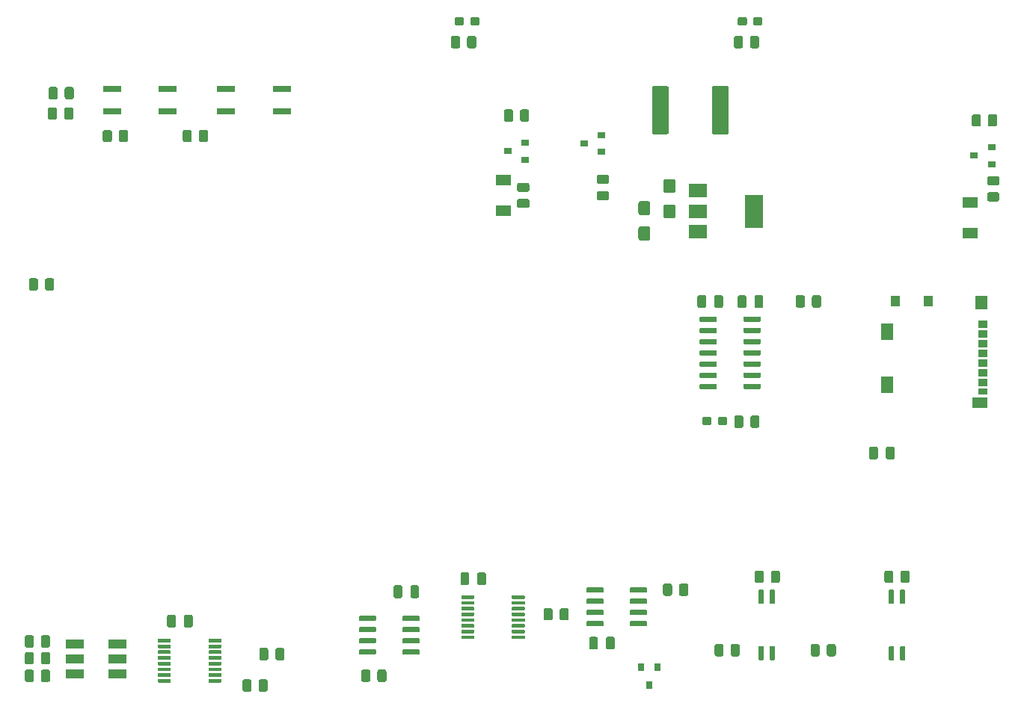
<source format=gbr>
G04 #@! TF.GenerationSoftware,KiCad,Pcbnew,(5.1.5)-3*
G04 #@! TF.CreationDate,2021-02-25T13:46:29+00:00*
G04 #@! TF.ProjectId,ControllerCircuit,436f6e74-726f-46c6-9c65-724369726375,rev?*
G04 #@! TF.SameCoordinates,Original*
G04 #@! TF.FileFunction,Paste,Top*
G04 #@! TF.FilePolarity,Positive*
%FSLAX46Y46*%
G04 Gerber Fmt 4.6, Leading zero omitted, Abs format (unit mm)*
G04 Created by KiCad (PCBNEW (5.1.5)-3) date 2021-02-25 13:46:29*
%MOMM*%
%LPD*%
G04 APERTURE LIST*
%ADD10C,0.100000*%
%ADD11R,1.700000X1.300000*%
%ADD12R,0.800000X0.900000*%
%ADD13R,2.000000X0.640000*%
%ADD14R,1.350000X1.900000*%
%ADD15R,1.000000X1.200000*%
%ADD16R,1.350000X1.550000*%
%ADD17R,1.800000X1.170000*%
%ADD18R,1.100000X0.850000*%
%ADD19R,1.100000X0.750000*%
%ADD20R,2.000000X1.500000*%
%ADD21R,2.000000X3.800000*%
%ADD22R,0.900000X0.800000*%
%ADD23R,2.000000X1.100000*%
G04 APERTURE END LIST*
D10*
G04 #@! TO.C,D6*
G36*
X176361679Y-96992824D02*
G01*
X176384734Y-96996243D01*
X176407343Y-97001907D01*
X176429287Y-97009759D01*
X176450357Y-97019724D01*
X176470348Y-97031706D01*
X176489068Y-97045590D01*
X176506338Y-97061242D01*
X176521990Y-97078512D01*
X176535874Y-97097232D01*
X176547856Y-97117223D01*
X176557821Y-97138293D01*
X176565673Y-97160237D01*
X176571337Y-97182846D01*
X176574756Y-97205901D01*
X176575900Y-97229180D01*
X176575900Y-97704180D01*
X176574756Y-97727459D01*
X176571337Y-97750514D01*
X176565673Y-97773123D01*
X176557821Y-97795067D01*
X176547856Y-97816137D01*
X176535874Y-97836128D01*
X176521990Y-97854848D01*
X176506338Y-97872118D01*
X176489068Y-97887770D01*
X176470348Y-97901654D01*
X176450357Y-97913636D01*
X176429287Y-97923601D01*
X176407343Y-97931453D01*
X176384734Y-97937117D01*
X176361679Y-97940536D01*
X176338400Y-97941680D01*
X175763400Y-97941680D01*
X175740121Y-97940536D01*
X175717066Y-97937117D01*
X175694457Y-97931453D01*
X175672513Y-97923601D01*
X175651443Y-97913636D01*
X175631452Y-97901654D01*
X175612732Y-97887770D01*
X175595462Y-97872118D01*
X175579810Y-97854848D01*
X175565926Y-97836128D01*
X175553944Y-97816137D01*
X175543979Y-97795067D01*
X175536127Y-97773123D01*
X175530463Y-97750514D01*
X175527044Y-97727459D01*
X175525900Y-97704180D01*
X175525900Y-97229180D01*
X175527044Y-97205901D01*
X175530463Y-97182846D01*
X175536127Y-97160237D01*
X175543979Y-97138293D01*
X175553944Y-97117223D01*
X175565926Y-97097232D01*
X175579810Y-97078512D01*
X175595462Y-97061242D01*
X175612732Y-97045590D01*
X175631452Y-97031706D01*
X175651443Y-97019724D01*
X175672513Y-97009759D01*
X175694457Y-97001907D01*
X175717066Y-96996243D01*
X175740121Y-96992824D01*
X175763400Y-96991680D01*
X176338400Y-96991680D01*
X176361679Y-96992824D01*
G37*
G36*
X174611679Y-96992824D02*
G01*
X174634734Y-96996243D01*
X174657343Y-97001907D01*
X174679287Y-97009759D01*
X174700357Y-97019724D01*
X174720348Y-97031706D01*
X174739068Y-97045590D01*
X174756338Y-97061242D01*
X174771990Y-97078512D01*
X174785874Y-97097232D01*
X174797856Y-97117223D01*
X174807821Y-97138293D01*
X174815673Y-97160237D01*
X174821337Y-97182846D01*
X174824756Y-97205901D01*
X174825900Y-97229180D01*
X174825900Y-97704180D01*
X174824756Y-97727459D01*
X174821337Y-97750514D01*
X174815673Y-97773123D01*
X174807821Y-97795067D01*
X174797856Y-97816137D01*
X174785874Y-97836128D01*
X174771990Y-97854848D01*
X174756338Y-97872118D01*
X174739068Y-97887770D01*
X174720348Y-97901654D01*
X174700357Y-97913636D01*
X174679287Y-97923601D01*
X174657343Y-97931453D01*
X174634734Y-97937117D01*
X174611679Y-97940536D01*
X174588400Y-97941680D01*
X174013400Y-97941680D01*
X173990121Y-97940536D01*
X173967066Y-97937117D01*
X173944457Y-97931453D01*
X173922513Y-97923601D01*
X173901443Y-97913636D01*
X173881452Y-97901654D01*
X173862732Y-97887770D01*
X173845462Y-97872118D01*
X173829810Y-97854848D01*
X173815926Y-97836128D01*
X173803944Y-97816137D01*
X173793979Y-97795067D01*
X173786127Y-97773123D01*
X173780463Y-97750514D01*
X173777044Y-97727459D01*
X173775900Y-97704180D01*
X173775900Y-97229180D01*
X173777044Y-97205901D01*
X173780463Y-97182846D01*
X173786127Y-97160237D01*
X173793979Y-97138293D01*
X173803944Y-97117223D01*
X173815926Y-97097232D01*
X173829810Y-97078512D01*
X173845462Y-97061242D01*
X173862732Y-97045590D01*
X173881452Y-97031706D01*
X173901443Y-97019724D01*
X173922513Y-97009759D01*
X173944457Y-97001907D01*
X173967066Y-96996243D01*
X173990121Y-96992824D01*
X174013400Y-96991680D01*
X174588400Y-96991680D01*
X174611679Y-96992824D01*
G37*
G04 #@! TD*
G04 #@! TO.C,D4*
G36*
X148335779Y-51686144D02*
G01*
X148358834Y-51689563D01*
X148381443Y-51695227D01*
X148403387Y-51703079D01*
X148424457Y-51713044D01*
X148444448Y-51725026D01*
X148463168Y-51738910D01*
X148480438Y-51754562D01*
X148496090Y-51771832D01*
X148509974Y-51790552D01*
X148521956Y-51810543D01*
X148531921Y-51831613D01*
X148539773Y-51853557D01*
X148545437Y-51876166D01*
X148548856Y-51899221D01*
X148550000Y-51922500D01*
X148550000Y-52397500D01*
X148548856Y-52420779D01*
X148545437Y-52443834D01*
X148539773Y-52466443D01*
X148531921Y-52488387D01*
X148521956Y-52509457D01*
X148509974Y-52529448D01*
X148496090Y-52548168D01*
X148480438Y-52565438D01*
X148463168Y-52581090D01*
X148444448Y-52594974D01*
X148424457Y-52606956D01*
X148403387Y-52616921D01*
X148381443Y-52624773D01*
X148358834Y-52630437D01*
X148335779Y-52633856D01*
X148312500Y-52635000D01*
X147737500Y-52635000D01*
X147714221Y-52633856D01*
X147691166Y-52630437D01*
X147668557Y-52624773D01*
X147646613Y-52616921D01*
X147625543Y-52606956D01*
X147605552Y-52594974D01*
X147586832Y-52581090D01*
X147569562Y-52565438D01*
X147553910Y-52548168D01*
X147540026Y-52529448D01*
X147528044Y-52509457D01*
X147518079Y-52488387D01*
X147510227Y-52466443D01*
X147504563Y-52443834D01*
X147501144Y-52420779D01*
X147500000Y-52397500D01*
X147500000Y-51922500D01*
X147501144Y-51899221D01*
X147504563Y-51876166D01*
X147510227Y-51853557D01*
X147518079Y-51831613D01*
X147528044Y-51810543D01*
X147540026Y-51790552D01*
X147553910Y-51771832D01*
X147569562Y-51754562D01*
X147586832Y-51738910D01*
X147605552Y-51725026D01*
X147625543Y-51713044D01*
X147646613Y-51703079D01*
X147668557Y-51695227D01*
X147691166Y-51689563D01*
X147714221Y-51686144D01*
X147737500Y-51685000D01*
X148312500Y-51685000D01*
X148335779Y-51686144D01*
G37*
G36*
X146585779Y-51686144D02*
G01*
X146608834Y-51689563D01*
X146631443Y-51695227D01*
X146653387Y-51703079D01*
X146674457Y-51713044D01*
X146694448Y-51725026D01*
X146713168Y-51738910D01*
X146730438Y-51754562D01*
X146746090Y-51771832D01*
X146759974Y-51790552D01*
X146771956Y-51810543D01*
X146781921Y-51831613D01*
X146789773Y-51853557D01*
X146795437Y-51876166D01*
X146798856Y-51899221D01*
X146800000Y-51922500D01*
X146800000Y-52397500D01*
X146798856Y-52420779D01*
X146795437Y-52443834D01*
X146789773Y-52466443D01*
X146781921Y-52488387D01*
X146771956Y-52509457D01*
X146759974Y-52529448D01*
X146746090Y-52548168D01*
X146730438Y-52565438D01*
X146713168Y-52581090D01*
X146694448Y-52594974D01*
X146674457Y-52606956D01*
X146653387Y-52616921D01*
X146631443Y-52624773D01*
X146608834Y-52630437D01*
X146585779Y-52633856D01*
X146562500Y-52635000D01*
X145987500Y-52635000D01*
X145964221Y-52633856D01*
X145941166Y-52630437D01*
X145918557Y-52624773D01*
X145896613Y-52616921D01*
X145875543Y-52606956D01*
X145855552Y-52594974D01*
X145836832Y-52581090D01*
X145819562Y-52565438D01*
X145803910Y-52548168D01*
X145790026Y-52529448D01*
X145778044Y-52509457D01*
X145768079Y-52488387D01*
X145760227Y-52466443D01*
X145754563Y-52443834D01*
X145751144Y-52420779D01*
X145750000Y-52397500D01*
X145750000Y-51922500D01*
X145751144Y-51899221D01*
X145754563Y-51876166D01*
X145760227Y-51853557D01*
X145768079Y-51831613D01*
X145778044Y-51810543D01*
X145790026Y-51790552D01*
X145803910Y-51771832D01*
X145819562Y-51754562D01*
X145836832Y-51738910D01*
X145855552Y-51725026D01*
X145875543Y-51713044D01*
X145896613Y-51703079D01*
X145918557Y-51695227D01*
X145941166Y-51689563D01*
X145964221Y-51686144D01*
X145987500Y-51685000D01*
X146562500Y-51685000D01*
X146585779Y-51686144D01*
G37*
G04 #@! TD*
G04 #@! TO.C,D3*
G36*
X180360779Y-51686144D02*
G01*
X180383834Y-51689563D01*
X180406443Y-51695227D01*
X180428387Y-51703079D01*
X180449457Y-51713044D01*
X180469448Y-51725026D01*
X180488168Y-51738910D01*
X180505438Y-51754562D01*
X180521090Y-51771832D01*
X180534974Y-51790552D01*
X180546956Y-51810543D01*
X180556921Y-51831613D01*
X180564773Y-51853557D01*
X180570437Y-51876166D01*
X180573856Y-51899221D01*
X180575000Y-51922500D01*
X180575000Y-52397500D01*
X180573856Y-52420779D01*
X180570437Y-52443834D01*
X180564773Y-52466443D01*
X180556921Y-52488387D01*
X180546956Y-52509457D01*
X180534974Y-52529448D01*
X180521090Y-52548168D01*
X180505438Y-52565438D01*
X180488168Y-52581090D01*
X180469448Y-52594974D01*
X180449457Y-52606956D01*
X180428387Y-52616921D01*
X180406443Y-52624773D01*
X180383834Y-52630437D01*
X180360779Y-52633856D01*
X180337500Y-52635000D01*
X179762500Y-52635000D01*
X179739221Y-52633856D01*
X179716166Y-52630437D01*
X179693557Y-52624773D01*
X179671613Y-52616921D01*
X179650543Y-52606956D01*
X179630552Y-52594974D01*
X179611832Y-52581090D01*
X179594562Y-52565438D01*
X179578910Y-52548168D01*
X179565026Y-52529448D01*
X179553044Y-52509457D01*
X179543079Y-52488387D01*
X179535227Y-52466443D01*
X179529563Y-52443834D01*
X179526144Y-52420779D01*
X179525000Y-52397500D01*
X179525000Y-51922500D01*
X179526144Y-51899221D01*
X179529563Y-51876166D01*
X179535227Y-51853557D01*
X179543079Y-51831613D01*
X179553044Y-51810543D01*
X179565026Y-51790552D01*
X179578910Y-51771832D01*
X179594562Y-51754562D01*
X179611832Y-51738910D01*
X179630552Y-51725026D01*
X179650543Y-51713044D01*
X179671613Y-51703079D01*
X179693557Y-51695227D01*
X179716166Y-51689563D01*
X179739221Y-51686144D01*
X179762500Y-51685000D01*
X180337500Y-51685000D01*
X180360779Y-51686144D01*
G37*
G36*
X178610779Y-51686144D02*
G01*
X178633834Y-51689563D01*
X178656443Y-51695227D01*
X178678387Y-51703079D01*
X178699457Y-51713044D01*
X178719448Y-51725026D01*
X178738168Y-51738910D01*
X178755438Y-51754562D01*
X178771090Y-51771832D01*
X178784974Y-51790552D01*
X178796956Y-51810543D01*
X178806921Y-51831613D01*
X178814773Y-51853557D01*
X178820437Y-51876166D01*
X178823856Y-51899221D01*
X178825000Y-51922500D01*
X178825000Y-52397500D01*
X178823856Y-52420779D01*
X178820437Y-52443834D01*
X178814773Y-52466443D01*
X178806921Y-52488387D01*
X178796956Y-52509457D01*
X178784974Y-52529448D01*
X178771090Y-52548168D01*
X178755438Y-52565438D01*
X178738168Y-52581090D01*
X178719448Y-52594974D01*
X178699457Y-52606956D01*
X178678387Y-52616921D01*
X178656443Y-52624773D01*
X178633834Y-52630437D01*
X178610779Y-52633856D01*
X178587500Y-52635000D01*
X178012500Y-52635000D01*
X177989221Y-52633856D01*
X177966166Y-52630437D01*
X177943557Y-52624773D01*
X177921613Y-52616921D01*
X177900543Y-52606956D01*
X177880552Y-52594974D01*
X177861832Y-52581090D01*
X177844562Y-52565438D01*
X177828910Y-52548168D01*
X177815026Y-52529448D01*
X177803044Y-52509457D01*
X177793079Y-52488387D01*
X177785227Y-52466443D01*
X177779563Y-52443834D01*
X177776144Y-52420779D01*
X177775000Y-52397500D01*
X177775000Y-51922500D01*
X177776144Y-51899221D01*
X177779563Y-51876166D01*
X177785227Y-51853557D01*
X177793079Y-51831613D01*
X177803044Y-51810543D01*
X177815026Y-51790552D01*
X177828910Y-51771832D01*
X177844562Y-51754562D01*
X177861832Y-51738910D01*
X177880552Y-51725026D01*
X177900543Y-51713044D01*
X177921613Y-51703079D01*
X177943557Y-51695227D01*
X177966166Y-51689563D01*
X177989221Y-51686144D01*
X178012500Y-51685000D01*
X178587500Y-51685000D01*
X178610779Y-51686144D01*
G37*
G04 #@! TD*
D11*
G04 #@! TO.C,D5*
X151250000Y-70150000D03*
X151250000Y-73650000D03*
G04 #@! TD*
G04 #@! TO.C,D2*
X204100000Y-72680000D03*
X204100000Y-76180000D03*
G04 #@! TD*
D10*
G04 #@! TO.C,U7*
G36*
X196619703Y-122956222D02*
G01*
X196634264Y-122958382D01*
X196648543Y-122961959D01*
X196662403Y-122966918D01*
X196675710Y-122973212D01*
X196688336Y-122980780D01*
X196700159Y-122989548D01*
X196711066Y-122999434D01*
X196720952Y-123010341D01*
X196729720Y-123022164D01*
X196737288Y-123034790D01*
X196743582Y-123048097D01*
X196748541Y-123061957D01*
X196752118Y-123076236D01*
X196754278Y-123090797D01*
X196755000Y-123105500D01*
X196755000Y-124430500D01*
X196754278Y-124445203D01*
X196752118Y-124459764D01*
X196748541Y-124474043D01*
X196743582Y-124487903D01*
X196737288Y-124501210D01*
X196729720Y-124513836D01*
X196720952Y-124525659D01*
X196711066Y-124536566D01*
X196700159Y-124546452D01*
X196688336Y-124555220D01*
X196675710Y-124562788D01*
X196662403Y-124569082D01*
X196648543Y-124574041D01*
X196634264Y-124577618D01*
X196619703Y-124579778D01*
X196605000Y-124580500D01*
X196305000Y-124580500D01*
X196290297Y-124579778D01*
X196275736Y-124577618D01*
X196261457Y-124574041D01*
X196247597Y-124569082D01*
X196234290Y-124562788D01*
X196221664Y-124555220D01*
X196209841Y-124546452D01*
X196198934Y-124536566D01*
X196189048Y-124525659D01*
X196180280Y-124513836D01*
X196172712Y-124501210D01*
X196166418Y-124487903D01*
X196161459Y-124474043D01*
X196157882Y-124459764D01*
X196155722Y-124445203D01*
X196155000Y-124430500D01*
X196155000Y-123105500D01*
X196155722Y-123090797D01*
X196157882Y-123076236D01*
X196161459Y-123061957D01*
X196166418Y-123048097D01*
X196172712Y-123034790D01*
X196180280Y-123022164D01*
X196189048Y-123010341D01*
X196198934Y-122999434D01*
X196209841Y-122989548D01*
X196221664Y-122980780D01*
X196234290Y-122973212D01*
X196247597Y-122966918D01*
X196261457Y-122961959D01*
X196275736Y-122958382D01*
X196290297Y-122956222D01*
X196305000Y-122955500D01*
X196605000Y-122955500D01*
X196619703Y-122956222D01*
G37*
G36*
X195349703Y-122956222D02*
G01*
X195364264Y-122958382D01*
X195378543Y-122961959D01*
X195392403Y-122966918D01*
X195405710Y-122973212D01*
X195418336Y-122980780D01*
X195430159Y-122989548D01*
X195441066Y-122999434D01*
X195450952Y-123010341D01*
X195459720Y-123022164D01*
X195467288Y-123034790D01*
X195473582Y-123048097D01*
X195478541Y-123061957D01*
X195482118Y-123076236D01*
X195484278Y-123090797D01*
X195485000Y-123105500D01*
X195485000Y-124430500D01*
X195484278Y-124445203D01*
X195482118Y-124459764D01*
X195478541Y-124474043D01*
X195473582Y-124487903D01*
X195467288Y-124501210D01*
X195459720Y-124513836D01*
X195450952Y-124525659D01*
X195441066Y-124536566D01*
X195430159Y-124546452D01*
X195418336Y-124555220D01*
X195405710Y-124562788D01*
X195392403Y-124569082D01*
X195378543Y-124574041D01*
X195364264Y-124577618D01*
X195349703Y-124579778D01*
X195335000Y-124580500D01*
X195035000Y-124580500D01*
X195020297Y-124579778D01*
X195005736Y-124577618D01*
X194991457Y-124574041D01*
X194977597Y-124569082D01*
X194964290Y-124562788D01*
X194951664Y-124555220D01*
X194939841Y-124546452D01*
X194928934Y-124536566D01*
X194919048Y-124525659D01*
X194910280Y-124513836D01*
X194902712Y-124501210D01*
X194896418Y-124487903D01*
X194891459Y-124474043D01*
X194887882Y-124459764D01*
X194885722Y-124445203D01*
X194885000Y-124430500D01*
X194885000Y-123105500D01*
X194885722Y-123090797D01*
X194887882Y-123076236D01*
X194891459Y-123061957D01*
X194896418Y-123048097D01*
X194902712Y-123034790D01*
X194910280Y-123022164D01*
X194919048Y-123010341D01*
X194928934Y-122999434D01*
X194939841Y-122989548D01*
X194951664Y-122980780D01*
X194964290Y-122973212D01*
X194977597Y-122966918D01*
X194991457Y-122961959D01*
X195005736Y-122958382D01*
X195020297Y-122956222D01*
X195035000Y-122955500D01*
X195335000Y-122955500D01*
X195349703Y-122956222D01*
G37*
G36*
X195349703Y-116581222D02*
G01*
X195364264Y-116583382D01*
X195378543Y-116586959D01*
X195392403Y-116591918D01*
X195405710Y-116598212D01*
X195418336Y-116605780D01*
X195430159Y-116614548D01*
X195441066Y-116624434D01*
X195450952Y-116635341D01*
X195459720Y-116647164D01*
X195467288Y-116659790D01*
X195473582Y-116673097D01*
X195478541Y-116686957D01*
X195482118Y-116701236D01*
X195484278Y-116715797D01*
X195485000Y-116730500D01*
X195485000Y-118055500D01*
X195484278Y-118070203D01*
X195482118Y-118084764D01*
X195478541Y-118099043D01*
X195473582Y-118112903D01*
X195467288Y-118126210D01*
X195459720Y-118138836D01*
X195450952Y-118150659D01*
X195441066Y-118161566D01*
X195430159Y-118171452D01*
X195418336Y-118180220D01*
X195405710Y-118187788D01*
X195392403Y-118194082D01*
X195378543Y-118199041D01*
X195364264Y-118202618D01*
X195349703Y-118204778D01*
X195335000Y-118205500D01*
X195035000Y-118205500D01*
X195020297Y-118204778D01*
X195005736Y-118202618D01*
X194991457Y-118199041D01*
X194977597Y-118194082D01*
X194964290Y-118187788D01*
X194951664Y-118180220D01*
X194939841Y-118171452D01*
X194928934Y-118161566D01*
X194919048Y-118150659D01*
X194910280Y-118138836D01*
X194902712Y-118126210D01*
X194896418Y-118112903D01*
X194891459Y-118099043D01*
X194887882Y-118084764D01*
X194885722Y-118070203D01*
X194885000Y-118055500D01*
X194885000Y-116730500D01*
X194885722Y-116715797D01*
X194887882Y-116701236D01*
X194891459Y-116686957D01*
X194896418Y-116673097D01*
X194902712Y-116659790D01*
X194910280Y-116647164D01*
X194919048Y-116635341D01*
X194928934Y-116624434D01*
X194939841Y-116614548D01*
X194951664Y-116605780D01*
X194964290Y-116598212D01*
X194977597Y-116591918D01*
X194991457Y-116586959D01*
X195005736Y-116583382D01*
X195020297Y-116581222D01*
X195035000Y-116580500D01*
X195335000Y-116580500D01*
X195349703Y-116581222D01*
G37*
G36*
X196619703Y-116581222D02*
G01*
X196634264Y-116583382D01*
X196648543Y-116586959D01*
X196662403Y-116591918D01*
X196675710Y-116598212D01*
X196688336Y-116605780D01*
X196700159Y-116614548D01*
X196711066Y-116624434D01*
X196720952Y-116635341D01*
X196729720Y-116647164D01*
X196737288Y-116659790D01*
X196743582Y-116673097D01*
X196748541Y-116686957D01*
X196752118Y-116701236D01*
X196754278Y-116715797D01*
X196755000Y-116730500D01*
X196755000Y-118055500D01*
X196754278Y-118070203D01*
X196752118Y-118084764D01*
X196748541Y-118099043D01*
X196743582Y-118112903D01*
X196737288Y-118126210D01*
X196729720Y-118138836D01*
X196720952Y-118150659D01*
X196711066Y-118161566D01*
X196700159Y-118171452D01*
X196688336Y-118180220D01*
X196675710Y-118187788D01*
X196662403Y-118194082D01*
X196648543Y-118199041D01*
X196634264Y-118202618D01*
X196619703Y-118204778D01*
X196605000Y-118205500D01*
X196305000Y-118205500D01*
X196290297Y-118204778D01*
X196275736Y-118202618D01*
X196261457Y-118199041D01*
X196247597Y-118194082D01*
X196234290Y-118187788D01*
X196221664Y-118180220D01*
X196209841Y-118171452D01*
X196198934Y-118161566D01*
X196189048Y-118150659D01*
X196180280Y-118138836D01*
X196172712Y-118126210D01*
X196166418Y-118112903D01*
X196161459Y-118099043D01*
X196157882Y-118084764D01*
X196155722Y-118070203D01*
X196155000Y-118055500D01*
X196155000Y-116730500D01*
X196155722Y-116715797D01*
X196157882Y-116701236D01*
X196161459Y-116686957D01*
X196166418Y-116673097D01*
X196172712Y-116659790D01*
X196180280Y-116647164D01*
X196189048Y-116635341D01*
X196198934Y-116624434D01*
X196209841Y-116614548D01*
X196221664Y-116605780D01*
X196234290Y-116598212D01*
X196247597Y-116591918D01*
X196261457Y-116586959D01*
X196275736Y-116583382D01*
X196290297Y-116581222D01*
X196305000Y-116580500D01*
X196605000Y-116580500D01*
X196619703Y-116581222D01*
G37*
G04 #@! TD*
G04 #@! TO.C,R26*
G36*
X188669505Y-122741204D02*
G01*
X188693773Y-122744804D01*
X188717572Y-122750765D01*
X188740671Y-122759030D01*
X188762850Y-122769520D01*
X188783893Y-122782132D01*
X188803599Y-122796747D01*
X188821777Y-122813223D01*
X188838253Y-122831401D01*
X188852868Y-122851107D01*
X188865480Y-122872150D01*
X188875970Y-122894329D01*
X188884235Y-122917428D01*
X188890196Y-122941227D01*
X188893796Y-122965495D01*
X188895000Y-122989999D01*
X188895000Y-123890001D01*
X188893796Y-123914505D01*
X188890196Y-123938773D01*
X188884235Y-123962572D01*
X188875970Y-123985671D01*
X188865480Y-124007850D01*
X188852868Y-124028893D01*
X188838253Y-124048599D01*
X188821777Y-124066777D01*
X188803599Y-124083253D01*
X188783893Y-124097868D01*
X188762850Y-124110480D01*
X188740671Y-124120970D01*
X188717572Y-124129235D01*
X188693773Y-124135196D01*
X188669505Y-124138796D01*
X188645001Y-124140000D01*
X188119999Y-124140000D01*
X188095495Y-124138796D01*
X188071227Y-124135196D01*
X188047428Y-124129235D01*
X188024329Y-124120970D01*
X188002150Y-124110480D01*
X187981107Y-124097868D01*
X187961401Y-124083253D01*
X187943223Y-124066777D01*
X187926747Y-124048599D01*
X187912132Y-124028893D01*
X187899520Y-124007850D01*
X187889030Y-123985671D01*
X187880765Y-123962572D01*
X187874804Y-123938773D01*
X187871204Y-123914505D01*
X187870000Y-123890001D01*
X187870000Y-122989999D01*
X187871204Y-122965495D01*
X187874804Y-122941227D01*
X187880765Y-122917428D01*
X187889030Y-122894329D01*
X187899520Y-122872150D01*
X187912132Y-122851107D01*
X187926747Y-122831401D01*
X187943223Y-122813223D01*
X187961401Y-122796747D01*
X187981107Y-122782132D01*
X188002150Y-122769520D01*
X188024329Y-122759030D01*
X188047428Y-122750765D01*
X188071227Y-122744804D01*
X188095495Y-122741204D01*
X188119999Y-122740000D01*
X188645001Y-122740000D01*
X188669505Y-122741204D01*
G37*
G36*
X186844505Y-122741204D02*
G01*
X186868773Y-122744804D01*
X186892572Y-122750765D01*
X186915671Y-122759030D01*
X186937850Y-122769520D01*
X186958893Y-122782132D01*
X186978599Y-122796747D01*
X186996777Y-122813223D01*
X187013253Y-122831401D01*
X187027868Y-122851107D01*
X187040480Y-122872150D01*
X187050970Y-122894329D01*
X187059235Y-122917428D01*
X187065196Y-122941227D01*
X187068796Y-122965495D01*
X187070000Y-122989999D01*
X187070000Y-123890001D01*
X187068796Y-123914505D01*
X187065196Y-123938773D01*
X187059235Y-123962572D01*
X187050970Y-123985671D01*
X187040480Y-124007850D01*
X187027868Y-124028893D01*
X187013253Y-124048599D01*
X186996777Y-124066777D01*
X186978599Y-124083253D01*
X186958893Y-124097868D01*
X186937850Y-124110480D01*
X186915671Y-124120970D01*
X186892572Y-124129235D01*
X186868773Y-124135196D01*
X186844505Y-124138796D01*
X186820001Y-124140000D01*
X186294999Y-124140000D01*
X186270495Y-124138796D01*
X186246227Y-124135196D01*
X186222428Y-124129235D01*
X186199329Y-124120970D01*
X186177150Y-124110480D01*
X186156107Y-124097868D01*
X186136401Y-124083253D01*
X186118223Y-124066777D01*
X186101747Y-124048599D01*
X186087132Y-124028893D01*
X186074520Y-124007850D01*
X186064030Y-123985671D01*
X186055765Y-123962572D01*
X186049804Y-123938773D01*
X186046204Y-123914505D01*
X186045000Y-123890001D01*
X186045000Y-122989999D01*
X186046204Y-122965495D01*
X186049804Y-122941227D01*
X186055765Y-122917428D01*
X186064030Y-122894329D01*
X186074520Y-122872150D01*
X186087132Y-122851107D01*
X186101747Y-122831401D01*
X186118223Y-122813223D01*
X186136401Y-122796747D01*
X186156107Y-122782132D01*
X186177150Y-122769520D01*
X186199329Y-122759030D01*
X186222428Y-122750765D01*
X186246227Y-122744804D01*
X186270495Y-122741204D01*
X186294999Y-122740000D01*
X186820001Y-122740000D01*
X186844505Y-122741204D01*
G37*
G04 #@! TD*
G04 #@! TO.C,R7*
G36*
X195184505Y-114421204D02*
G01*
X195208773Y-114424804D01*
X195232572Y-114430765D01*
X195255671Y-114439030D01*
X195277850Y-114449520D01*
X195298893Y-114462132D01*
X195318599Y-114476747D01*
X195336777Y-114493223D01*
X195353253Y-114511401D01*
X195367868Y-114531107D01*
X195380480Y-114552150D01*
X195390970Y-114574329D01*
X195399235Y-114597428D01*
X195405196Y-114621227D01*
X195408796Y-114645495D01*
X195410000Y-114669999D01*
X195410000Y-115570001D01*
X195408796Y-115594505D01*
X195405196Y-115618773D01*
X195399235Y-115642572D01*
X195390970Y-115665671D01*
X195380480Y-115687850D01*
X195367868Y-115708893D01*
X195353253Y-115728599D01*
X195336777Y-115746777D01*
X195318599Y-115763253D01*
X195298893Y-115777868D01*
X195277850Y-115790480D01*
X195255671Y-115800970D01*
X195232572Y-115809235D01*
X195208773Y-115815196D01*
X195184505Y-115818796D01*
X195160001Y-115820000D01*
X194634999Y-115820000D01*
X194610495Y-115818796D01*
X194586227Y-115815196D01*
X194562428Y-115809235D01*
X194539329Y-115800970D01*
X194517150Y-115790480D01*
X194496107Y-115777868D01*
X194476401Y-115763253D01*
X194458223Y-115746777D01*
X194441747Y-115728599D01*
X194427132Y-115708893D01*
X194414520Y-115687850D01*
X194404030Y-115665671D01*
X194395765Y-115642572D01*
X194389804Y-115618773D01*
X194386204Y-115594505D01*
X194385000Y-115570001D01*
X194385000Y-114669999D01*
X194386204Y-114645495D01*
X194389804Y-114621227D01*
X194395765Y-114597428D01*
X194404030Y-114574329D01*
X194414520Y-114552150D01*
X194427132Y-114531107D01*
X194441747Y-114511401D01*
X194458223Y-114493223D01*
X194476401Y-114476747D01*
X194496107Y-114462132D01*
X194517150Y-114449520D01*
X194539329Y-114439030D01*
X194562428Y-114430765D01*
X194586227Y-114424804D01*
X194610495Y-114421204D01*
X194634999Y-114420000D01*
X195160001Y-114420000D01*
X195184505Y-114421204D01*
G37*
G36*
X197009505Y-114421204D02*
G01*
X197033773Y-114424804D01*
X197057572Y-114430765D01*
X197080671Y-114439030D01*
X197102850Y-114449520D01*
X197123893Y-114462132D01*
X197143599Y-114476747D01*
X197161777Y-114493223D01*
X197178253Y-114511401D01*
X197192868Y-114531107D01*
X197205480Y-114552150D01*
X197215970Y-114574329D01*
X197224235Y-114597428D01*
X197230196Y-114621227D01*
X197233796Y-114645495D01*
X197235000Y-114669999D01*
X197235000Y-115570001D01*
X197233796Y-115594505D01*
X197230196Y-115618773D01*
X197224235Y-115642572D01*
X197215970Y-115665671D01*
X197205480Y-115687850D01*
X197192868Y-115708893D01*
X197178253Y-115728599D01*
X197161777Y-115746777D01*
X197143599Y-115763253D01*
X197123893Y-115777868D01*
X197102850Y-115790480D01*
X197080671Y-115800970D01*
X197057572Y-115809235D01*
X197033773Y-115815196D01*
X197009505Y-115818796D01*
X196985001Y-115820000D01*
X196459999Y-115820000D01*
X196435495Y-115818796D01*
X196411227Y-115815196D01*
X196387428Y-115809235D01*
X196364329Y-115800970D01*
X196342150Y-115790480D01*
X196321107Y-115777868D01*
X196301401Y-115763253D01*
X196283223Y-115746777D01*
X196266747Y-115728599D01*
X196252132Y-115708893D01*
X196239520Y-115687850D01*
X196229030Y-115665671D01*
X196220765Y-115642572D01*
X196214804Y-115618773D01*
X196211204Y-115594505D01*
X196210000Y-115570001D01*
X196210000Y-114669999D01*
X196211204Y-114645495D01*
X196214804Y-114621227D01*
X196220765Y-114597428D01*
X196229030Y-114574329D01*
X196239520Y-114552150D01*
X196252132Y-114531107D01*
X196266747Y-114511401D01*
X196283223Y-114493223D01*
X196301401Y-114476747D01*
X196321107Y-114462132D01*
X196342150Y-114449520D01*
X196364329Y-114439030D01*
X196387428Y-114430765D01*
X196411227Y-114424804D01*
X196435495Y-114421204D01*
X196459999Y-114420000D01*
X196985001Y-114420000D01*
X197009505Y-114421204D01*
G37*
G04 #@! TD*
D12*
G04 #@! TO.C,D8*
X167790000Y-127360000D03*
X166840000Y-125360000D03*
X168740000Y-125360000D03*
G04 #@! TD*
D10*
G04 #@! TO.C,U1*
G36*
X167404703Y-116325722D02*
G01*
X167419264Y-116327882D01*
X167433543Y-116331459D01*
X167447403Y-116336418D01*
X167460710Y-116342712D01*
X167473336Y-116350280D01*
X167485159Y-116359048D01*
X167496066Y-116368934D01*
X167505952Y-116379841D01*
X167514720Y-116391664D01*
X167522288Y-116404290D01*
X167528582Y-116417597D01*
X167533541Y-116431457D01*
X167537118Y-116445736D01*
X167539278Y-116460297D01*
X167540000Y-116475000D01*
X167540000Y-116775000D01*
X167539278Y-116789703D01*
X167537118Y-116804264D01*
X167533541Y-116818543D01*
X167528582Y-116832403D01*
X167522288Y-116845710D01*
X167514720Y-116858336D01*
X167505952Y-116870159D01*
X167496066Y-116881066D01*
X167485159Y-116890952D01*
X167473336Y-116899720D01*
X167460710Y-116907288D01*
X167447403Y-116913582D01*
X167433543Y-116918541D01*
X167419264Y-116922118D01*
X167404703Y-116924278D01*
X167390000Y-116925000D01*
X165740000Y-116925000D01*
X165725297Y-116924278D01*
X165710736Y-116922118D01*
X165696457Y-116918541D01*
X165682597Y-116913582D01*
X165669290Y-116907288D01*
X165656664Y-116899720D01*
X165644841Y-116890952D01*
X165633934Y-116881066D01*
X165624048Y-116870159D01*
X165615280Y-116858336D01*
X165607712Y-116845710D01*
X165601418Y-116832403D01*
X165596459Y-116818543D01*
X165592882Y-116804264D01*
X165590722Y-116789703D01*
X165590000Y-116775000D01*
X165590000Y-116475000D01*
X165590722Y-116460297D01*
X165592882Y-116445736D01*
X165596459Y-116431457D01*
X165601418Y-116417597D01*
X165607712Y-116404290D01*
X165615280Y-116391664D01*
X165624048Y-116379841D01*
X165633934Y-116368934D01*
X165644841Y-116359048D01*
X165656664Y-116350280D01*
X165669290Y-116342712D01*
X165682597Y-116336418D01*
X165696457Y-116331459D01*
X165710736Y-116327882D01*
X165725297Y-116325722D01*
X165740000Y-116325000D01*
X167390000Y-116325000D01*
X167404703Y-116325722D01*
G37*
G36*
X167404703Y-117595722D02*
G01*
X167419264Y-117597882D01*
X167433543Y-117601459D01*
X167447403Y-117606418D01*
X167460710Y-117612712D01*
X167473336Y-117620280D01*
X167485159Y-117629048D01*
X167496066Y-117638934D01*
X167505952Y-117649841D01*
X167514720Y-117661664D01*
X167522288Y-117674290D01*
X167528582Y-117687597D01*
X167533541Y-117701457D01*
X167537118Y-117715736D01*
X167539278Y-117730297D01*
X167540000Y-117745000D01*
X167540000Y-118045000D01*
X167539278Y-118059703D01*
X167537118Y-118074264D01*
X167533541Y-118088543D01*
X167528582Y-118102403D01*
X167522288Y-118115710D01*
X167514720Y-118128336D01*
X167505952Y-118140159D01*
X167496066Y-118151066D01*
X167485159Y-118160952D01*
X167473336Y-118169720D01*
X167460710Y-118177288D01*
X167447403Y-118183582D01*
X167433543Y-118188541D01*
X167419264Y-118192118D01*
X167404703Y-118194278D01*
X167390000Y-118195000D01*
X165740000Y-118195000D01*
X165725297Y-118194278D01*
X165710736Y-118192118D01*
X165696457Y-118188541D01*
X165682597Y-118183582D01*
X165669290Y-118177288D01*
X165656664Y-118169720D01*
X165644841Y-118160952D01*
X165633934Y-118151066D01*
X165624048Y-118140159D01*
X165615280Y-118128336D01*
X165607712Y-118115710D01*
X165601418Y-118102403D01*
X165596459Y-118088543D01*
X165592882Y-118074264D01*
X165590722Y-118059703D01*
X165590000Y-118045000D01*
X165590000Y-117745000D01*
X165590722Y-117730297D01*
X165592882Y-117715736D01*
X165596459Y-117701457D01*
X165601418Y-117687597D01*
X165607712Y-117674290D01*
X165615280Y-117661664D01*
X165624048Y-117649841D01*
X165633934Y-117638934D01*
X165644841Y-117629048D01*
X165656664Y-117620280D01*
X165669290Y-117612712D01*
X165682597Y-117606418D01*
X165696457Y-117601459D01*
X165710736Y-117597882D01*
X165725297Y-117595722D01*
X165740000Y-117595000D01*
X167390000Y-117595000D01*
X167404703Y-117595722D01*
G37*
G36*
X167404703Y-118865722D02*
G01*
X167419264Y-118867882D01*
X167433543Y-118871459D01*
X167447403Y-118876418D01*
X167460710Y-118882712D01*
X167473336Y-118890280D01*
X167485159Y-118899048D01*
X167496066Y-118908934D01*
X167505952Y-118919841D01*
X167514720Y-118931664D01*
X167522288Y-118944290D01*
X167528582Y-118957597D01*
X167533541Y-118971457D01*
X167537118Y-118985736D01*
X167539278Y-119000297D01*
X167540000Y-119015000D01*
X167540000Y-119315000D01*
X167539278Y-119329703D01*
X167537118Y-119344264D01*
X167533541Y-119358543D01*
X167528582Y-119372403D01*
X167522288Y-119385710D01*
X167514720Y-119398336D01*
X167505952Y-119410159D01*
X167496066Y-119421066D01*
X167485159Y-119430952D01*
X167473336Y-119439720D01*
X167460710Y-119447288D01*
X167447403Y-119453582D01*
X167433543Y-119458541D01*
X167419264Y-119462118D01*
X167404703Y-119464278D01*
X167390000Y-119465000D01*
X165740000Y-119465000D01*
X165725297Y-119464278D01*
X165710736Y-119462118D01*
X165696457Y-119458541D01*
X165682597Y-119453582D01*
X165669290Y-119447288D01*
X165656664Y-119439720D01*
X165644841Y-119430952D01*
X165633934Y-119421066D01*
X165624048Y-119410159D01*
X165615280Y-119398336D01*
X165607712Y-119385710D01*
X165601418Y-119372403D01*
X165596459Y-119358543D01*
X165592882Y-119344264D01*
X165590722Y-119329703D01*
X165590000Y-119315000D01*
X165590000Y-119015000D01*
X165590722Y-119000297D01*
X165592882Y-118985736D01*
X165596459Y-118971457D01*
X165601418Y-118957597D01*
X165607712Y-118944290D01*
X165615280Y-118931664D01*
X165624048Y-118919841D01*
X165633934Y-118908934D01*
X165644841Y-118899048D01*
X165656664Y-118890280D01*
X165669290Y-118882712D01*
X165682597Y-118876418D01*
X165696457Y-118871459D01*
X165710736Y-118867882D01*
X165725297Y-118865722D01*
X165740000Y-118865000D01*
X167390000Y-118865000D01*
X167404703Y-118865722D01*
G37*
G36*
X167404703Y-120135722D02*
G01*
X167419264Y-120137882D01*
X167433543Y-120141459D01*
X167447403Y-120146418D01*
X167460710Y-120152712D01*
X167473336Y-120160280D01*
X167485159Y-120169048D01*
X167496066Y-120178934D01*
X167505952Y-120189841D01*
X167514720Y-120201664D01*
X167522288Y-120214290D01*
X167528582Y-120227597D01*
X167533541Y-120241457D01*
X167537118Y-120255736D01*
X167539278Y-120270297D01*
X167540000Y-120285000D01*
X167540000Y-120585000D01*
X167539278Y-120599703D01*
X167537118Y-120614264D01*
X167533541Y-120628543D01*
X167528582Y-120642403D01*
X167522288Y-120655710D01*
X167514720Y-120668336D01*
X167505952Y-120680159D01*
X167496066Y-120691066D01*
X167485159Y-120700952D01*
X167473336Y-120709720D01*
X167460710Y-120717288D01*
X167447403Y-120723582D01*
X167433543Y-120728541D01*
X167419264Y-120732118D01*
X167404703Y-120734278D01*
X167390000Y-120735000D01*
X165740000Y-120735000D01*
X165725297Y-120734278D01*
X165710736Y-120732118D01*
X165696457Y-120728541D01*
X165682597Y-120723582D01*
X165669290Y-120717288D01*
X165656664Y-120709720D01*
X165644841Y-120700952D01*
X165633934Y-120691066D01*
X165624048Y-120680159D01*
X165615280Y-120668336D01*
X165607712Y-120655710D01*
X165601418Y-120642403D01*
X165596459Y-120628543D01*
X165592882Y-120614264D01*
X165590722Y-120599703D01*
X165590000Y-120585000D01*
X165590000Y-120285000D01*
X165590722Y-120270297D01*
X165592882Y-120255736D01*
X165596459Y-120241457D01*
X165601418Y-120227597D01*
X165607712Y-120214290D01*
X165615280Y-120201664D01*
X165624048Y-120189841D01*
X165633934Y-120178934D01*
X165644841Y-120169048D01*
X165656664Y-120160280D01*
X165669290Y-120152712D01*
X165682597Y-120146418D01*
X165696457Y-120141459D01*
X165710736Y-120137882D01*
X165725297Y-120135722D01*
X165740000Y-120135000D01*
X167390000Y-120135000D01*
X167404703Y-120135722D01*
G37*
G36*
X162454703Y-120135722D02*
G01*
X162469264Y-120137882D01*
X162483543Y-120141459D01*
X162497403Y-120146418D01*
X162510710Y-120152712D01*
X162523336Y-120160280D01*
X162535159Y-120169048D01*
X162546066Y-120178934D01*
X162555952Y-120189841D01*
X162564720Y-120201664D01*
X162572288Y-120214290D01*
X162578582Y-120227597D01*
X162583541Y-120241457D01*
X162587118Y-120255736D01*
X162589278Y-120270297D01*
X162590000Y-120285000D01*
X162590000Y-120585000D01*
X162589278Y-120599703D01*
X162587118Y-120614264D01*
X162583541Y-120628543D01*
X162578582Y-120642403D01*
X162572288Y-120655710D01*
X162564720Y-120668336D01*
X162555952Y-120680159D01*
X162546066Y-120691066D01*
X162535159Y-120700952D01*
X162523336Y-120709720D01*
X162510710Y-120717288D01*
X162497403Y-120723582D01*
X162483543Y-120728541D01*
X162469264Y-120732118D01*
X162454703Y-120734278D01*
X162440000Y-120735000D01*
X160790000Y-120735000D01*
X160775297Y-120734278D01*
X160760736Y-120732118D01*
X160746457Y-120728541D01*
X160732597Y-120723582D01*
X160719290Y-120717288D01*
X160706664Y-120709720D01*
X160694841Y-120700952D01*
X160683934Y-120691066D01*
X160674048Y-120680159D01*
X160665280Y-120668336D01*
X160657712Y-120655710D01*
X160651418Y-120642403D01*
X160646459Y-120628543D01*
X160642882Y-120614264D01*
X160640722Y-120599703D01*
X160640000Y-120585000D01*
X160640000Y-120285000D01*
X160640722Y-120270297D01*
X160642882Y-120255736D01*
X160646459Y-120241457D01*
X160651418Y-120227597D01*
X160657712Y-120214290D01*
X160665280Y-120201664D01*
X160674048Y-120189841D01*
X160683934Y-120178934D01*
X160694841Y-120169048D01*
X160706664Y-120160280D01*
X160719290Y-120152712D01*
X160732597Y-120146418D01*
X160746457Y-120141459D01*
X160760736Y-120137882D01*
X160775297Y-120135722D01*
X160790000Y-120135000D01*
X162440000Y-120135000D01*
X162454703Y-120135722D01*
G37*
G36*
X162454703Y-118865722D02*
G01*
X162469264Y-118867882D01*
X162483543Y-118871459D01*
X162497403Y-118876418D01*
X162510710Y-118882712D01*
X162523336Y-118890280D01*
X162535159Y-118899048D01*
X162546066Y-118908934D01*
X162555952Y-118919841D01*
X162564720Y-118931664D01*
X162572288Y-118944290D01*
X162578582Y-118957597D01*
X162583541Y-118971457D01*
X162587118Y-118985736D01*
X162589278Y-119000297D01*
X162590000Y-119015000D01*
X162590000Y-119315000D01*
X162589278Y-119329703D01*
X162587118Y-119344264D01*
X162583541Y-119358543D01*
X162578582Y-119372403D01*
X162572288Y-119385710D01*
X162564720Y-119398336D01*
X162555952Y-119410159D01*
X162546066Y-119421066D01*
X162535159Y-119430952D01*
X162523336Y-119439720D01*
X162510710Y-119447288D01*
X162497403Y-119453582D01*
X162483543Y-119458541D01*
X162469264Y-119462118D01*
X162454703Y-119464278D01*
X162440000Y-119465000D01*
X160790000Y-119465000D01*
X160775297Y-119464278D01*
X160760736Y-119462118D01*
X160746457Y-119458541D01*
X160732597Y-119453582D01*
X160719290Y-119447288D01*
X160706664Y-119439720D01*
X160694841Y-119430952D01*
X160683934Y-119421066D01*
X160674048Y-119410159D01*
X160665280Y-119398336D01*
X160657712Y-119385710D01*
X160651418Y-119372403D01*
X160646459Y-119358543D01*
X160642882Y-119344264D01*
X160640722Y-119329703D01*
X160640000Y-119315000D01*
X160640000Y-119015000D01*
X160640722Y-119000297D01*
X160642882Y-118985736D01*
X160646459Y-118971457D01*
X160651418Y-118957597D01*
X160657712Y-118944290D01*
X160665280Y-118931664D01*
X160674048Y-118919841D01*
X160683934Y-118908934D01*
X160694841Y-118899048D01*
X160706664Y-118890280D01*
X160719290Y-118882712D01*
X160732597Y-118876418D01*
X160746457Y-118871459D01*
X160760736Y-118867882D01*
X160775297Y-118865722D01*
X160790000Y-118865000D01*
X162440000Y-118865000D01*
X162454703Y-118865722D01*
G37*
G36*
X162454703Y-117595722D02*
G01*
X162469264Y-117597882D01*
X162483543Y-117601459D01*
X162497403Y-117606418D01*
X162510710Y-117612712D01*
X162523336Y-117620280D01*
X162535159Y-117629048D01*
X162546066Y-117638934D01*
X162555952Y-117649841D01*
X162564720Y-117661664D01*
X162572288Y-117674290D01*
X162578582Y-117687597D01*
X162583541Y-117701457D01*
X162587118Y-117715736D01*
X162589278Y-117730297D01*
X162590000Y-117745000D01*
X162590000Y-118045000D01*
X162589278Y-118059703D01*
X162587118Y-118074264D01*
X162583541Y-118088543D01*
X162578582Y-118102403D01*
X162572288Y-118115710D01*
X162564720Y-118128336D01*
X162555952Y-118140159D01*
X162546066Y-118151066D01*
X162535159Y-118160952D01*
X162523336Y-118169720D01*
X162510710Y-118177288D01*
X162497403Y-118183582D01*
X162483543Y-118188541D01*
X162469264Y-118192118D01*
X162454703Y-118194278D01*
X162440000Y-118195000D01*
X160790000Y-118195000D01*
X160775297Y-118194278D01*
X160760736Y-118192118D01*
X160746457Y-118188541D01*
X160732597Y-118183582D01*
X160719290Y-118177288D01*
X160706664Y-118169720D01*
X160694841Y-118160952D01*
X160683934Y-118151066D01*
X160674048Y-118140159D01*
X160665280Y-118128336D01*
X160657712Y-118115710D01*
X160651418Y-118102403D01*
X160646459Y-118088543D01*
X160642882Y-118074264D01*
X160640722Y-118059703D01*
X160640000Y-118045000D01*
X160640000Y-117745000D01*
X160640722Y-117730297D01*
X160642882Y-117715736D01*
X160646459Y-117701457D01*
X160651418Y-117687597D01*
X160657712Y-117674290D01*
X160665280Y-117661664D01*
X160674048Y-117649841D01*
X160683934Y-117638934D01*
X160694841Y-117629048D01*
X160706664Y-117620280D01*
X160719290Y-117612712D01*
X160732597Y-117606418D01*
X160746457Y-117601459D01*
X160760736Y-117597882D01*
X160775297Y-117595722D01*
X160790000Y-117595000D01*
X162440000Y-117595000D01*
X162454703Y-117595722D01*
G37*
G36*
X162454703Y-116325722D02*
G01*
X162469264Y-116327882D01*
X162483543Y-116331459D01*
X162497403Y-116336418D01*
X162510710Y-116342712D01*
X162523336Y-116350280D01*
X162535159Y-116359048D01*
X162546066Y-116368934D01*
X162555952Y-116379841D01*
X162564720Y-116391664D01*
X162572288Y-116404290D01*
X162578582Y-116417597D01*
X162583541Y-116431457D01*
X162587118Y-116445736D01*
X162589278Y-116460297D01*
X162590000Y-116475000D01*
X162590000Y-116775000D01*
X162589278Y-116789703D01*
X162587118Y-116804264D01*
X162583541Y-116818543D01*
X162578582Y-116832403D01*
X162572288Y-116845710D01*
X162564720Y-116858336D01*
X162555952Y-116870159D01*
X162546066Y-116881066D01*
X162535159Y-116890952D01*
X162523336Y-116899720D01*
X162510710Y-116907288D01*
X162497403Y-116913582D01*
X162483543Y-116918541D01*
X162469264Y-116922118D01*
X162454703Y-116924278D01*
X162440000Y-116925000D01*
X160790000Y-116925000D01*
X160775297Y-116924278D01*
X160760736Y-116922118D01*
X160746457Y-116918541D01*
X160732597Y-116913582D01*
X160719290Y-116907288D01*
X160706664Y-116899720D01*
X160694841Y-116890952D01*
X160683934Y-116881066D01*
X160674048Y-116870159D01*
X160665280Y-116858336D01*
X160657712Y-116845710D01*
X160651418Y-116832403D01*
X160646459Y-116818543D01*
X160642882Y-116804264D01*
X160640722Y-116789703D01*
X160640000Y-116775000D01*
X160640000Y-116475000D01*
X160640722Y-116460297D01*
X160642882Y-116445736D01*
X160646459Y-116431457D01*
X160651418Y-116417597D01*
X160657712Y-116404290D01*
X160665280Y-116391664D01*
X160674048Y-116379841D01*
X160683934Y-116368934D01*
X160694841Y-116359048D01*
X160706664Y-116350280D01*
X160719290Y-116342712D01*
X160732597Y-116336418D01*
X160746457Y-116331459D01*
X160760736Y-116327882D01*
X160775297Y-116325722D01*
X160790000Y-116325000D01*
X162440000Y-116325000D01*
X162454703Y-116325722D01*
G37*
G04 #@! TD*
D13*
G04 #@! TO.C,U12*
X113250000Y-59790000D03*
X113250000Y-62330000D03*
X106950000Y-62330000D03*
X106950000Y-59790000D03*
G04 #@! TD*
D10*
G04 #@! TO.C,R25*
G36*
X108539505Y-64461204D02*
G01*
X108563773Y-64464804D01*
X108587572Y-64470765D01*
X108610671Y-64479030D01*
X108632850Y-64489520D01*
X108653893Y-64502132D01*
X108673599Y-64516747D01*
X108691777Y-64533223D01*
X108708253Y-64551401D01*
X108722868Y-64571107D01*
X108735480Y-64592150D01*
X108745970Y-64614329D01*
X108754235Y-64637428D01*
X108760196Y-64661227D01*
X108763796Y-64685495D01*
X108765000Y-64709999D01*
X108765000Y-65610001D01*
X108763796Y-65634505D01*
X108760196Y-65658773D01*
X108754235Y-65682572D01*
X108745970Y-65705671D01*
X108735480Y-65727850D01*
X108722868Y-65748893D01*
X108708253Y-65768599D01*
X108691777Y-65786777D01*
X108673599Y-65803253D01*
X108653893Y-65817868D01*
X108632850Y-65830480D01*
X108610671Y-65840970D01*
X108587572Y-65849235D01*
X108563773Y-65855196D01*
X108539505Y-65858796D01*
X108515001Y-65860000D01*
X107989999Y-65860000D01*
X107965495Y-65858796D01*
X107941227Y-65855196D01*
X107917428Y-65849235D01*
X107894329Y-65840970D01*
X107872150Y-65830480D01*
X107851107Y-65817868D01*
X107831401Y-65803253D01*
X107813223Y-65786777D01*
X107796747Y-65768599D01*
X107782132Y-65748893D01*
X107769520Y-65727850D01*
X107759030Y-65705671D01*
X107750765Y-65682572D01*
X107744804Y-65658773D01*
X107741204Y-65634505D01*
X107740000Y-65610001D01*
X107740000Y-64709999D01*
X107741204Y-64685495D01*
X107744804Y-64661227D01*
X107750765Y-64637428D01*
X107759030Y-64614329D01*
X107769520Y-64592150D01*
X107782132Y-64571107D01*
X107796747Y-64551401D01*
X107813223Y-64533223D01*
X107831401Y-64516747D01*
X107851107Y-64502132D01*
X107872150Y-64489520D01*
X107894329Y-64479030D01*
X107917428Y-64470765D01*
X107941227Y-64464804D01*
X107965495Y-64461204D01*
X107989999Y-64460000D01*
X108515001Y-64460000D01*
X108539505Y-64461204D01*
G37*
G36*
X106714505Y-64461204D02*
G01*
X106738773Y-64464804D01*
X106762572Y-64470765D01*
X106785671Y-64479030D01*
X106807850Y-64489520D01*
X106828893Y-64502132D01*
X106848599Y-64516747D01*
X106866777Y-64533223D01*
X106883253Y-64551401D01*
X106897868Y-64571107D01*
X106910480Y-64592150D01*
X106920970Y-64614329D01*
X106929235Y-64637428D01*
X106935196Y-64661227D01*
X106938796Y-64685495D01*
X106940000Y-64709999D01*
X106940000Y-65610001D01*
X106938796Y-65634505D01*
X106935196Y-65658773D01*
X106929235Y-65682572D01*
X106920970Y-65705671D01*
X106910480Y-65727850D01*
X106897868Y-65748893D01*
X106883253Y-65768599D01*
X106866777Y-65786777D01*
X106848599Y-65803253D01*
X106828893Y-65817868D01*
X106807850Y-65830480D01*
X106785671Y-65840970D01*
X106762572Y-65849235D01*
X106738773Y-65855196D01*
X106714505Y-65858796D01*
X106690001Y-65860000D01*
X106164999Y-65860000D01*
X106140495Y-65858796D01*
X106116227Y-65855196D01*
X106092428Y-65849235D01*
X106069329Y-65840970D01*
X106047150Y-65830480D01*
X106026107Y-65817868D01*
X106006401Y-65803253D01*
X105988223Y-65786777D01*
X105971747Y-65768599D01*
X105957132Y-65748893D01*
X105944520Y-65727850D01*
X105934030Y-65705671D01*
X105925765Y-65682572D01*
X105919804Y-65658773D01*
X105916204Y-65634505D01*
X105915000Y-65610001D01*
X105915000Y-64709999D01*
X105916204Y-64685495D01*
X105919804Y-64661227D01*
X105925765Y-64637428D01*
X105934030Y-64614329D01*
X105944520Y-64592150D01*
X105957132Y-64571107D01*
X105971747Y-64551401D01*
X105988223Y-64533223D01*
X106006401Y-64516747D01*
X106026107Y-64502132D01*
X106047150Y-64489520D01*
X106069329Y-64479030D01*
X106092428Y-64470765D01*
X106116227Y-64464804D01*
X106140495Y-64461204D01*
X106164999Y-64460000D01*
X106690001Y-64460000D01*
X106714505Y-64461204D01*
G37*
G04 #@! TD*
D14*
G04 #@! TO.C,U11*
X194685000Y-93340000D03*
X194685000Y-87370000D03*
D15*
X199360000Y-83870000D03*
X195660000Y-83870000D03*
D16*
X205385000Y-84045000D03*
D17*
X205160000Y-95365000D03*
D18*
X205510000Y-93105000D03*
X205510000Y-92005000D03*
X205510000Y-90905000D03*
X205510000Y-89805000D03*
X205510000Y-88705000D03*
X205510000Y-87605000D03*
D19*
X205510000Y-94155000D03*
D18*
X205510000Y-86505000D03*
G04 #@! TD*
D10*
G04 #@! TO.C,U10*
G36*
X180243203Y-85635802D02*
G01*
X180257764Y-85637962D01*
X180272043Y-85641539D01*
X180285903Y-85646498D01*
X180299210Y-85652792D01*
X180311836Y-85660360D01*
X180323659Y-85669128D01*
X180334566Y-85679014D01*
X180344452Y-85689921D01*
X180353220Y-85701744D01*
X180360788Y-85714370D01*
X180367082Y-85727677D01*
X180372041Y-85741537D01*
X180375618Y-85755816D01*
X180377778Y-85770377D01*
X180378500Y-85785080D01*
X180378500Y-86085080D01*
X180377778Y-86099783D01*
X180375618Y-86114344D01*
X180372041Y-86128623D01*
X180367082Y-86142483D01*
X180360788Y-86155790D01*
X180353220Y-86168416D01*
X180344452Y-86180239D01*
X180334566Y-86191146D01*
X180323659Y-86201032D01*
X180311836Y-86209800D01*
X180299210Y-86217368D01*
X180285903Y-86223662D01*
X180272043Y-86228621D01*
X180257764Y-86232198D01*
X180243203Y-86234358D01*
X180228500Y-86235080D01*
X178578500Y-86235080D01*
X178563797Y-86234358D01*
X178549236Y-86232198D01*
X178534957Y-86228621D01*
X178521097Y-86223662D01*
X178507790Y-86217368D01*
X178495164Y-86209800D01*
X178483341Y-86201032D01*
X178472434Y-86191146D01*
X178462548Y-86180239D01*
X178453780Y-86168416D01*
X178446212Y-86155790D01*
X178439918Y-86142483D01*
X178434959Y-86128623D01*
X178431382Y-86114344D01*
X178429222Y-86099783D01*
X178428500Y-86085080D01*
X178428500Y-85785080D01*
X178429222Y-85770377D01*
X178431382Y-85755816D01*
X178434959Y-85741537D01*
X178439918Y-85727677D01*
X178446212Y-85714370D01*
X178453780Y-85701744D01*
X178462548Y-85689921D01*
X178472434Y-85679014D01*
X178483341Y-85669128D01*
X178495164Y-85660360D01*
X178507790Y-85652792D01*
X178521097Y-85646498D01*
X178534957Y-85641539D01*
X178549236Y-85637962D01*
X178563797Y-85635802D01*
X178578500Y-85635080D01*
X180228500Y-85635080D01*
X180243203Y-85635802D01*
G37*
G36*
X180243203Y-86905802D02*
G01*
X180257764Y-86907962D01*
X180272043Y-86911539D01*
X180285903Y-86916498D01*
X180299210Y-86922792D01*
X180311836Y-86930360D01*
X180323659Y-86939128D01*
X180334566Y-86949014D01*
X180344452Y-86959921D01*
X180353220Y-86971744D01*
X180360788Y-86984370D01*
X180367082Y-86997677D01*
X180372041Y-87011537D01*
X180375618Y-87025816D01*
X180377778Y-87040377D01*
X180378500Y-87055080D01*
X180378500Y-87355080D01*
X180377778Y-87369783D01*
X180375618Y-87384344D01*
X180372041Y-87398623D01*
X180367082Y-87412483D01*
X180360788Y-87425790D01*
X180353220Y-87438416D01*
X180344452Y-87450239D01*
X180334566Y-87461146D01*
X180323659Y-87471032D01*
X180311836Y-87479800D01*
X180299210Y-87487368D01*
X180285903Y-87493662D01*
X180272043Y-87498621D01*
X180257764Y-87502198D01*
X180243203Y-87504358D01*
X180228500Y-87505080D01*
X178578500Y-87505080D01*
X178563797Y-87504358D01*
X178549236Y-87502198D01*
X178534957Y-87498621D01*
X178521097Y-87493662D01*
X178507790Y-87487368D01*
X178495164Y-87479800D01*
X178483341Y-87471032D01*
X178472434Y-87461146D01*
X178462548Y-87450239D01*
X178453780Y-87438416D01*
X178446212Y-87425790D01*
X178439918Y-87412483D01*
X178434959Y-87398623D01*
X178431382Y-87384344D01*
X178429222Y-87369783D01*
X178428500Y-87355080D01*
X178428500Y-87055080D01*
X178429222Y-87040377D01*
X178431382Y-87025816D01*
X178434959Y-87011537D01*
X178439918Y-86997677D01*
X178446212Y-86984370D01*
X178453780Y-86971744D01*
X178462548Y-86959921D01*
X178472434Y-86949014D01*
X178483341Y-86939128D01*
X178495164Y-86930360D01*
X178507790Y-86922792D01*
X178521097Y-86916498D01*
X178534957Y-86911539D01*
X178549236Y-86907962D01*
X178563797Y-86905802D01*
X178578500Y-86905080D01*
X180228500Y-86905080D01*
X180243203Y-86905802D01*
G37*
G36*
X180243203Y-88175802D02*
G01*
X180257764Y-88177962D01*
X180272043Y-88181539D01*
X180285903Y-88186498D01*
X180299210Y-88192792D01*
X180311836Y-88200360D01*
X180323659Y-88209128D01*
X180334566Y-88219014D01*
X180344452Y-88229921D01*
X180353220Y-88241744D01*
X180360788Y-88254370D01*
X180367082Y-88267677D01*
X180372041Y-88281537D01*
X180375618Y-88295816D01*
X180377778Y-88310377D01*
X180378500Y-88325080D01*
X180378500Y-88625080D01*
X180377778Y-88639783D01*
X180375618Y-88654344D01*
X180372041Y-88668623D01*
X180367082Y-88682483D01*
X180360788Y-88695790D01*
X180353220Y-88708416D01*
X180344452Y-88720239D01*
X180334566Y-88731146D01*
X180323659Y-88741032D01*
X180311836Y-88749800D01*
X180299210Y-88757368D01*
X180285903Y-88763662D01*
X180272043Y-88768621D01*
X180257764Y-88772198D01*
X180243203Y-88774358D01*
X180228500Y-88775080D01*
X178578500Y-88775080D01*
X178563797Y-88774358D01*
X178549236Y-88772198D01*
X178534957Y-88768621D01*
X178521097Y-88763662D01*
X178507790Y-88757368D01*
X178495164Y-88749800D01*
X178483341Y-88741032D01*
X178472434Y-88731146D01*
X178462548Y-88720239D01*
X178453780Y-88708416D01*
X178446212Y-88695790D01*
X178439918Y-88682483D01*
X178434959Y-88668623D01*
X178431382Y-88654344D01*
X178429222Y-88639783D01*
X178428500Y-88625080D01*
X178428500Y-88325080D01*
X178429222Y-88310377D01*
X178431382Y-88295816D01*
X178434959Y-88281537D01*
X178439918Y-88267677D01*
X178446212Y-88254370D01*
X178453780Y-88241744D01*
X178462548Y-88229921D01*
X178472434Y-88219014D01*
X178483341Y-88209128D01*
X178495164Y-88200360D01*
X178507790Y-88192792D01*
X178521097Y-88186498D01*
X178534957Y-88181539D01*
X178549236Y-88177962D01*
X178563797Y-88175802D01*
X178578500Y-88175080D01*
X180228500Y-88175080D01*
X180243203Y-88175802D01*
G37*
G36*
X180243203Y-89445802D02*
G01*
X180257764Y-89447962D01*
X180272043Y-89451539D01*
X180285903Y-89456498D01*
X180299210Y-89462792D01*
X180311836Y-89470360D01*
X180323659Y-89479128D01*
X180334566Y-89489014D01*
X180344452Y-89499921D01*
X180353220Y-89511744D01*
X180360788Y-89524370D01*
X180367082Y-89537677D01*
X180372041Y-89551537D01*
X180375618Y-89565816D01*
X180377778Y-89580377D01*
X180378500Y-89595080D01*
X180378500Y-89895080D01*
X180377778Y-89909783D01*
X180375618Y-89924344D01*
X180372041Y-89938623D01*
X180367082Y-89952483D01*
X180360788Y-89965790D01*
X180353220Y-89978416D01*
X180344452Y-89990239D01*
X180334566Y-90001146D01*
X180323659Y-90011032D01*
X180311836Y-90019800D01*
X180299210Y-90027368D01*
X180285903Y-90033662D01*
X180272043Y-90038621D01*
X180257764Y-90042198D01*
X180243203Y-90044358D01*
X180228500Y-90045080D01*
X178578500Y-90045080D01*
X178563797Y-90044358D01*
X178549236Y-90042198D01*
X178534957Y-90038621D01*
X178521097Y-90033662D01*
X178507790Y-90027368D01*
X178495164Y-90019800D01*
X178483341Y-90011032D01*
X178472434Y-90001146D01*
X178462548Y-89990239D01*
X178453780Y-89978416D01*
X178446212Y-89965790D01*
X178439918Y-89952483D01*
X178434959Y-89938623D01*
X178431382Y-89924344D01*
X178429222Y-89909783D01*
X178428500Y-89895080D01*
X178428500Y-89595080D01*
X178429222Y-89580377D01*
X178431382Y-89565816D01*
X178434959Y-89551537D01*
X178439918Y-89537677D01*
X178446212Y-89524370D01*
X178453780Y-89511744D01*
X178462548Y-89499921D01*
X178472434Y-89489014D01*
X178483341Y-89479128D01*
X178495164Y-89470360D01*
X178507790Y-89462792D01*
X178521097Y-89456498D01*
X178534957Y-89451539D01*
X178549236Y-89447962D01*
X178563797Y-89445802D01*
X178578500Y-89445080D01*
X180228500Y-89445080D01*
X180243203Y-89445802D01*
G37*
G36*
X180243203Y-90715802D02*
G01*
X180257764Y-90717962D01*
X180272043Y-90721539D01*
X180285903Y-90726498D01*
X180299210Y-90732792D01*
X180311836Y-90740360D01*
X180323659Y-90749128D01*
X180334566Y-90759014D01*
X180344452Y-90769921D01*
X180353220Y-90781744D01*
X180360788Y-90794370D01*
X180367082Y-90807677D01*
X180372041Y-90821537D01*
X180375618Y-90835816D01*
X180377778Y-90850377D01*
X180378500Y-90865080D01*
X180378500Y-91165080D01*
X180377778Y-91179783D01*
X180375618Y-91194344D01*
X180372041Y-91208623D01*
X180367082Y-91222483D01*
X180360788Y-91235790D01*
X180353220Y-91248416D01*
X180344452Y-91260239D01*
X180334566Y-91271146D01*
X180323659Y-91281032D01*
X180311836Y-91289800D01*
X180299210Y-91297368D01*
X180285903Y-91303662D01*
X180272043Y-91308621D01*
X180257764Y-91312198D01*
X180243203Y-91314358D01*
X180228500Y-91315080D01*
X178578500Y-91315080D01*
X178563797Y-91314358D01*
X178549236Y-91312198D01*
X178534957Y-91308621D01*
X178521097Y-91303662D01*
X178507790Y-91297368D01*
X178495164Y-91289800D01*
X178483341Y-91281032D01*
X178472434Y-91271146D01*
X178462548Y-91260239D01*
X178453780Y-91248416D01*
X178446212Y-91235790D01*
X178439918Y-91222483D01*
X178434959Y-91208623D01*
X178431382Y-91194344D01*
X178429222Y-91179783D01*
X178428500Y-91165080D01*
X178428500Y-90865080D01*
X178429222Y-90850377D01*
X178431382Y-90835816D01*
X178434959Y-90821537D01*
X178439918Y-90807677D01*
X178446212Y-90794370D01*
X178453780Y-90781744D01*
X178462548Y-90769921D01*
X178472434Y-90759014D01*
X178483341Y-90749128D01*
X178495164Y-90740360D01*
X178507790Y-90732792D01*
X178521097Y-90726498D01*
X178534957Y-90721539D01*
X178549236Y-90717962D01*
X178563797Y-90715802D01*
X178578500Y-90715080D01*
X180228500Y-90715080D01*
X180243203Y-90715802D01*
G37*
G36*
X180243203Y-91985802D02*
G01*
X180257764Y-91987962D01*
X180272043Y-91991539D01*
X180285903Y-91996498D01*
X180299210Y-92002792D01*
X180311836Y-92010360D01*
X180323659Y-92019128D01*
X180334566Y-92029014D01*
X180344452Y-92039921D01*
X180353220Y-92051744D01*
X180360788Y-92064370D01*
X180367082Y-92077677D01*
X180372041Y-92091537D01*
X180375618Y-92105816D01*
X180377778Y-92120377D01*
X180378500Y-92135080D01*
X180378500Y-92435080D01*
X180377778Y-92449783D01*
X180375618Y-92464344D01*
X180372041Y-92478623D01*
X180367082Y-92492483D01*
X180360788Y-92505790D01*
X180353220Y-92518416D01*
X180344452Y-92530239D01*
X180334566Y-92541146D01*
X180323659Y-92551032D01*
X180311836Y-92559800D01*
X180299210Y-92567368D01*
X180285903Y-92573662D01*
X180272043Y-92578621D01*
X180257764Y-92582198D01*
X180243203Y-92584358D01*
X180228500Y-92585080D01*
X178578500Y-92585080D01*
X178563797Y-92584358D01*
X178549236Y-92582198D01*
X178534957Y-92578621D01*
X178521097Y-92573662D01*
X178507790Y-92567368D01*
X178495164Y-92559800D01*
X178483341Y-92551032D01*
X178472434Y-92541146D01*
X178462548Y-92530239D01*
X178453780Y-92518416D01*
X178446212Y-92505790D01*
X178439918Y-92492483D01*
X178434959Y-92478623D01*
X178431382Y-92464344D01*
X178429222Y-92449783D01*
X178428500Y-92435080D01*
X178428500Y-92135080D01*
X178429222Y-92120377D01*
X178431382Y-92105816D01*
X178434959Y-92091537D01*
X178439918Y-92077677D01*
X178446212Y-92064370D01*
X178453780Y-92051744D01*
X178462548Y-92039921D01*
X178472434Y-92029014D01*
X178483341Y-92019128D01*
X178495164Y-92010360D01*
X178507790Y-92002792D01*
X178521097Y-91996498D01*
X178534957Y-91991539D01*
X178549236Y-91987962D01*
X178563797Y-91985802D01*
X178578500Y-91985080D01*
X180228500Y-91985080D01*
X180243203Y-91985802D01*
G37*
G36*
X180243203Y-93255802D02*
G01*
X180257764Y-93257962D01*
X180272043Y-93261539D01*
X180285903Y-93266498D01*
X180299210Y-93272792D01*
X180311836Y-93280360D01*
X180323659Y-93289128D01*
X180334566Y-93299014D01*
X180344452Y-93309921D01*
X180353220Y-93321744D01*
X180360788Y-93334370D01*
X180367082Y-93347677D01*
X180372041Y-93361537D01*
X180375618Y-93375816D01*
X180377778Y-93390377D01*
X180378500Y-93405080D01*
X180378500Y-93705080D01*
X180377778Y-93719783D01*
X180375618Y-93734344D01*
X180372041Y-93748623D01*
X180367082Y-93762483D01*
X180360788Y-93775790D01*
X180353220Y-93788416D01*
X180344452Y-93800239D01*
X180334566Y-93811146D01*
X180323659Y-93821032D01*
X180311836Y-93829800D01*
X180299210Y-93837368D01*
X180285903Y-93843662D01*
X180272043Y-93848621D01*
X180257764Y-93852198D01*
X180243203Y-93854358D01*
X180228500Y-93855080D01*
X178578500Y-93855080D01*
X178563797Y-93854358D01*
X178549236Y-93852198D01*
X178534957Y-93848621D01*
X178521097Y-93843662D01*
X178507790Y-93837368D01*
X178495164Y-93829800D01*
X178483341Y-93821032D01*
X178472434Y-93811146D01*
X178462548Y-93800239D01*
X178453780Y-93788416D01*
X178446212Y-93775790D01*
X178439918Y-93762483D01*
X178434959Y-93748623D01*
X178431382Y-93734344D01*
X178429222Y-93719783D01*
X178428500Y-93705080D01*
X178428500Y-93405080D01*
X178429222Y-93390377D01*
X178431382Y-93375816D01*
X178434959Y-93361537D01*
X178439918Y-93347677D01*
X178446212Y-93334370D01*
X178453780Y-93321744D01*
X178462548Y-93309921D01*
X178472434Y-93299014D01*
X178483341Y-93289128D01*
X178495164Y-93280360D01*
X178507790Y-93272792D01*
X178521097Y-93266498D01*
X178534957Y-93261539D01*
X178549236Y-93257962D01*
X178563797Y-93255802D01*
X178578500Y-93255080D01*
X180228500Y-93255080D01*
X180243203Y-93255802D01*
G37*
G36*
X175293203Y-93255802D02*
G01*
X175307764Y-93257962D01*
X175322043Y-93261539D01*
X175335903Y-93266498D01*
X175349210Y-93272792D01*
X175361836Y-93280360D01*
X175373659Y-93289128D01*
X175384566Y-93299014D01*
X175394452Y-93309921D01*
X175403220Y-93321744D01*
X175410788Y-93334370D01*
X175417082Y-93347677D01*
X175422041Y-93361537D01*
X175425618Y-93375816D01*
X175427778Y-93390377D01*
X175428500Y-93405080D01*
X175428500Y-93705080D01*
X175427778Y-93719783D01*
X175425618Y-93734344D01*
X175422041Y-93748623D01*
X175417082Y-93762483D01*
X175410788Y-93775790D01*
X175403220Y-93788416D01*
X175394452Y-93800239D01*
X175384566Y-93811146D01*
X175373659Y-93821032D01*
X175361836Y-93829800D01*
X175349210Y-93837368D01*
X175335903Y-93843662D01*
X175322043Y-93848621D01*
X175307764Y-93852198D01*
X175293203Y-93854358D01*
X175278500Y-93855080D01*
X173628500Y-93855080D01*
X173613797Y-93854358D01*
X173599236Y-93852198D01*
X173584957Y-93848621D01*
X173571097Y-93843662D01*
X173557790Y-93837368D01*
X173545164Y-93829800D01*
X173533341Y-93821032D01*
X173522434Y-93811146D01*
X173512548Y-93800239D01*
X173503780Y-93788416D01*
X173496212Y-93775790D01*
X173489918Y-93762483D01*
X173484959Y-93748623D01*
X173481382Y-93734344D01*
X173479222Y-93719783D01*
X173478500Y-93705080D01*
X173478500Y-93405080D01*
X173479222Y-93390377D01*
X173481382Y-93375816D01*
X173484959Y-93361537D01*
X173489918Y-93347677D01*
X173496212Y-93334370D01*
X173503780Y-93321744D01*
X173512548Y-93309921D01*
X173522434Y-93299014D01*
X173533341Y-93289128D01*
X173545164Y-93280360D01*
X173557790Y-93272792D01*
X173571097Y-93266498D01*
X173584957Y-93261539D01*
X173599236Y-93257962D01*
X173613797Y-93255802D01*
X173628500Y-93255080D01*
X175278500Y-93255080D01*
X175293203Y-93255802D01*
G37*
G36*
X175293203Y-91985802D02*
G01*
X175307764Y-91987962D01*
X175322043Y-91991539D01*
X175335903Y-91996498D01*
X175349210Y-92002792D01*
X175361836Y-92010360D01*
X175373659Y-92019128D01*
X175384566Y-92029014D01*
X175394452Y-92039921D01*
X175403220Y-92051744D01*
X175410788Y-92064370D01*
X175417082Y-92077677D01*
X175422041Y-92091537D01*
X175425618Y-92105816D01*
X175427778Y-92120377D01*
X175428500Y-92135080D01*
X175428500Y-92435080D01*
X175427778Y-92449783D01*
X175425618Y-92464344D01*
X175422041Y-92478623D01*
X175417082Y-92492483D01*
X175410788Y-92505790D01*
X175403220Y-92518416D01*
X175394452Y-92530239D01*
X175384566Y-92541146D01*
X175373659Y-92551032D01*
X175361836Y-92559800D01*
X175349210Y-92567368D01*
X175335903Y-92573662D01*
X175322043Y-92578621D01*
X175307764Y-92582198D01*
X175293203Y-92584358D01*
X175278500Y-92585080D01*
X173628500Y-92585080D01*
X173613797Y-92584358D01*
X173599236Y-92582198D01*
X173584957Y-92578621D01*
X173571097Y-92573662D01*
X173557790Y-92567368D01*
X173545164Y-92559800D01*
X173533341Y-92551032D01*
X173522434Y-92541146D01*
X173512548Y-92530239D01*
X173503780Y-92518416D01*
X173496212Y-92505790D01*
X173489918Y-92492483D01*
X173484959Y-92478623D01*
X173481382Y-92464344D01*
X173479222Y-92449783D01*
X173478500Y-92435080D01*
X173478500Y-92135080D01*
X173479222Y-92120377D01*
X173481382Y-92105816D01*
X173484959Y-92091537D01*
X173489918Y-92077677D01*
X173496212Y-92064370D01*
X173503780Y-92051744D01*
X173512548Y-92039921D01*
X173522434Y-92029014D01*
X173533341Y-92019128D01*
X173545164Y-92010360D01*
X173557790Y-92002792D01*
X173571097Y-91996498D01*
X173584957Y-91991539D01*
X173599236Y-91987962D01*
X173613797Y-91985802D01*
X173628500Y-91985080D01*
X175278500Y-91985080D01*
X175293203Y-91985802D01*
G37*
G36*
X175293203Y-90715802D02*
G01*
X175307764Y-90717962D01*
X175322043Y-90721539D01*
X175335903Y-90726498D01*
X175349210Y-90732792D01*
X175361836Y-90740360D01*
X175373659Y-90749128D01*
X175384566Y-90759014D01*
X175394452Y-90769921D01*
X175403220Y-90781744D01*
X175410788Y-90794370D01*
X175417082Y-90807677D01*
X175422041Y-90821537D01*
X175425618Y-90835816D01*
X175427778Y-90850377D01*
X175428500Y-90865080D01*
X175428500Y-91165080D01*
X175427778Y-91179783D01*
X175425618Y-91194344D01*
X175422041Y-91208623D01*
X175417082Y-91222483D01*
X175410788Y-91235790D01*
X175403220Y-91248416D01*
X175394452Y-91260239D01*
X175384566Y-91271146D01*
X175373659Y-91281032D01*
X175361836Y-91289800D01*
X175349210Y-91297368D01*
X175335903Y-91303662D01*
X175322043Y-91308621D01*
X175307764Y-91312198D01*
X175293203Y-91314358D01*
X175278500Y-91315080D01*
X173628500Y-91315080D01*
X173613797Y-91314358D01*
X173599236Y-91312198D01*
X173584957Y-91308621D01*
X173571097Y-91303662D01*
X173557790Y-91297368D01*
X173545164Y-91289800D01*
X173533341Y-91281032D01*
X173522434Y-91271146D01*
X173512548Y-91260239D01*
X173503780Y-91248416D01*
X173496212Y-91235790D01*
X173489918Y-91222483D01*
X173484959Y-91208623D01*
X173481382Y-91194344D01*
X173479222Y-91179783D01*
X173478500Y-91165080D01*
X173478500Y-90865080D01*
X173479222Y-90850377D01*
X173481382Y-90835816D01*
X173484959Y-90821537D01*
X173489918Y-90807677D01*
X173496212Y-90794370D01*
X173503780Y-90781744D01*
X173512548Y-90769921D01*
X173522434Y-90759014D01*
X173533341Y-90749128D01*
X173545164Y-90740360D01*
X173557790Y-90732792D01*
X173571097Y-90726498D01*
X173584957Y-90721539D01*
X173599236Y-90717962D01*
X173613797Y-90715802D01*
X173628500Y-90715080D01*
X175278500Y-90715080D01*
X175293203Y-90715802D01*
G37*
G36*
X175293203Y-89445802D02*
G01*
X175307764Y-89447962D01*
X175322043Y-89451539D01*
X175335903Y-89456498D01*
X175349210Y-89462792D01*
X175361836Y-89470360D01*
X175373659Y-89479128D01*
X175384566Y-89489014D01*
X175394452Y-89499921D01*
X175403220Y-89511744D01*
X175410788Y-89524370D01*
X175417082Y-89537677D01*
X175422041Y-89551537D01*
X175425618Y-89565816D01*
X175427778Y-89580377D01*
X175428500Y-89595080D01*
X175428500Y-89895080D01*
X175427778Y-89909783D01*
X175425618Y-89924344D01*
X175422041Y-89938623D01*
X175417082Y-89952483D01*
X175410788Y-89965790D01*
X175403220Y-89978416D01*
X175394452Y-89990239D01*
X175384566Y-90001146D01*
X175373659Y-90011032D01*
X175361836Y-90019800D01*
X175349210Y-90027368D01*
X175335903Y-90033662D01*
X175322043Y-90038621D01*
X175307764Y-90042198D01*
X175293203Y-90044358D01*
X175278500Y-90045080D01*
X173628500Y-90045080D01*
X173613797Y-90044358D01*
X173599236Y-90042198D01*
X173584957Y-90038621D01*
X173571097Y-90033662D01*
X173557790Y-90027368D01*
X173545164Y-90019800D01*
X173533341Y-90011032D01*
X173522434Y-90001146D01*
X173512548Y-89990239D01*
X173503780Y-89978416D01*
X173496212Y-89965790D01*
X173489918Y-89952483D01*
X173484959Y-89938623D01*
X173481382Y-89924344D01*
X173479222Y-89909783D01*
X173478500Y-89895080D01*
X173478500Y-89595080D01*
X173479222Y-89580377D01*
X173481382Y-89565816D01*
X173484959Y-89551537D01*
X173489918Y-89537677D01*
X173496212Y-89524370D01*
X173503780Y-89511744D01*
X173512548Y-89499921D01*
X173522434Y-89489014D01*
X173533341Y-89479128D01*
X173545164Y-89470360D01*
X173557790Y-89462792D01*
X173571097Y-89456498D01*
X173584957Y-89451539D01*
X173599236Y-89447962D01*
X173613797Y-89445802D01*
X173628500Y-89445080D01*
X175278500Y-89445080D01*
X175293203Y-89445802D01*
G37*
G36*
X175293203Y-88175802D02*
G01*
X175307764Y-88177962D01*
X175322043Y-88181539D01*
X175335903Y-88186498D01*
X175349210Y-88192792D01*
X175361836Y-88200360D01*
X175373659Y-88209128D01*
X175384566Y-88219014D01*
X175394452Y-88229921D01*
X175403220Y-88241744D01*
X175410788Y-88254370D01*
X175417082Y-88267677D01*
X175422041Y-88281537D01*
X175425618Y-88295816D01*
X175427778Y-88310377D01*
X175428500Y-88325080D01*
X175428500Y-88625080D01*
X175427778Y-88639783D01*
X175425618Y-88654344D01*
X175422041Y-88668623D01*
X175417082Y-88682483D01*
X175410788Y-88695790D01*
X175403220Y-88708416D01*
X175394452Y-88720239D01*
X175384566Y-88731146D01*
X175373659Y-88741032D01*
X175361836Y-88749800D01*
X175349210Y-88757368D01*
X175335903Y-88763662D01*
X175322043Y-88768621D01*
X175307764Y-88772198D01*
X175293203Y-88774358D01*
X175278500Y-88775080D01*
X173628500Y-88775080D01*
X173613797Y-88774358D01*
X173599236Y-88772198D01*
X173584957Y-88768621D01*
X173571097Y-88763662D01*
X173557790Y-88757368D01*
X173545164Y-88749800D01*
X173533341Y-88741032D01*
X173522434Y-88731146D01*
X173512548Y-88720239D01*
X173503780Y-88708416D01*
X173496212Y-88695790D01*
X173489918Y-88682483D01*
X173484959Y-88668623D01*
X173481382Y-88654344D01*
X173479222Y-88639783D01*
X173478500Y-88625080D01*
X173478500Y-88325080D01*
X173479222Y-88310377D01*
X173481382Y-88295816D01*
X173484959Y-88281537D01*
X173489918Y-88267677D01*
X173496212Y-88254370D01*
X173503780Y-88241744D01*
X173512548Y-88229921D01*
X173522434Y-88219014D01*
X173533341Y-88209128D01*
X173545164Y-88200360D01*
X173557790Y-88192792D01*
X173571097Y-88186498D01*
X173584957Y-88181539D01*
X173599236Y-88177962D01*
X173613797Y-88175802D01*
X173628500Y-88175080D01*
X175278500Y-88175080D01*
X175293203Y-88175802D01*
G37*
G36*
X175293203Y-86905802D02*
G01*
X175307764Y-86907962D01*
X175322043Y-86911539D01*
X175335903Y-86916498D01*
X175349210Y-86922792D01*
X175361836Y-86930360D01*
X175373659Y-86939128D01*
X175384566Y-86949014D01*
X175394452Y-86959921D01*
X175403220Y-86971744D01*
X175410788Y-86984370D01*
X175417082Y-86997677D01*
X175422041Y-87011537D01*
X175425618Y-87025816D01*
X175427778Y-87040377D01*
X175428500Y-87055080D01*
X175428500Y-87355080D01*
X175427778Y-87369783D01*
X175425618Y-87384344D01*
X175422041Y-87398623D01*
X175417082Y-87412483D01*
X175410788Y-87425790D01*
X175403220Y-87438416D01*
X175394452Y-87450239D01*
X175384566Y-87461146D01*
X175373659Y-87471032D01*
X175361836Y-87479800D01*
X175349210Y-87487368D01*
X175335903Y-87493662D01*
X175322043Y-87498621D01*
X175307764Y-87502198D01*
X175293203Y-87504358D01*
X175278500Y-87505080D01*
X173628500Y-87505080D01*
X173613797Y-87504358D01*
X173599236Y-87502198D01*
X173584957Y-87498621D01*
X173571097Y-87493662D01*
X173557790Y-87487368D01*
X173545164Y-87479800D01*
X173533341Y-87471032D01*
X173522434Y-87461146D01*
X173512548Y-87450239D01*
X173503780Y-87438416D01*
X173496212Y-87425790D01*
X173489918Y-87412483D01*
X173484959Y-87398623D01*
X173481382Y-87384344D01*
X173479222Y-87369783D01*
X173478500Y-87355080D01*
X173478500Y-87055080D01*
X173479222Y-87040377D01*
X173481382Y-87025816D01*
X173484959Y-87011537D01*
X173489918Y-86997677D01*
X173496212Y-86984370D01*
X173503780Y-86971744D01*
X173512548Y-86959921D01*
X173522434Y-86949014D01*
X173533341Y-86939128D01*
X173545164Y-86930360D01*
X173557790Y-86922792D01*
X173571097Y-86916498D01*
X173584957Y-86911539D01*
X173599236Y-86907962D01*
X173613797Y-86905802D01*
X173628500Y-86905080D01*
X175278500Y-86905080D01*
X175293203Y-86905802D01*
G37*
G36*
X175293203Y-85635802D02*
G01*
X175307764Y-85637962D01*
X175322043Y-85641539D01*
X175335903Y-85646498D01*
X175349210Y-85652792D01*
X175361836Y-85660360D01*
X175373659Y-85669128D01*
X175384566Y-85679014D01*
X175394452Y-85689921D01*
X175403220Y-85701744D01*
X175410788Y-85714370D01*
X175417082Y-85727677D01*
X175422041Y-85741537D01*
X175425618Y-85755816D01*
X175427778Y-85770377D01*
X175428500Y-85785080D01*
X175428500Y-86085080D01*
X175427778Y-86099783D01*
X175425618Y-86114344D01*
X175422041Y-86128623D01*
X175417082Y-86142483D01*
X175410788Y-86155790D01*
X175403220Y-86168416D01*
X175394452Y-86180239D01*
X175384566Y-86191146D01*
X175373659Y-86201032D01*
X175361836Y-86209800D01*
X175349210Y-86217368D01*
X175335903Y-86223662D01*
X175322043Y-86228621D01*
X175307764Y-86232198D01*
X175293203Y-86234358D01*
X175278500Y-86235080D01*
X173628500Y-86235080D01*
X173613797Y-86234358D01*
X173599236Y-86232198D01*
X173584957Y-86228621D01*
X173571097Y-86223662D01*
X173557790Y-86217368D01*
X173545164Y-86209800D01*
X173533341Y-86201032D01*
X173522434Y-86191146D01*
X173512548Y-86180239D01*
X173503780Y-86168416D01*
X173496212Y-86155790D01*
X173489918Y-86142483D01*
X173484959Y-86128623D01*
X173481382Y-86114344D01*
X173479222Y-86099783D01*
X173478500Y-86085080D01*
X173478500Y-85785080D01*
X173479222Y-85770377D01*
X173481382Y-85755816D01*
X173484959Y-85741537D01*
X173489918Y-85727677D01*
X173496212Y-85714370D01*
X173503780Y-85701744D01*
X173512548Y-85689921D01*
X173522434Y-85679014D01*
X173533341Y-85669128D01*
X173545164Y-85660360D01*
X173557790Y-85652792D01*
X173571097Y-85646498D01*
X173584957Y-85641539D01*
X173599236Y-85637962D01*
X173613797Y-85635802D01*
X173628500Y-85635080D01*
X175278500Y-85635080D01*
X175293203Y-85635802D01*
G37*
G04 #@! TD*
D13*
G04 #@! TO.C,U9*
X126155000Y-59815000D03*
X126155000Y-62355000D03*
X119855000Y-62355000D03*
X119855000Y-59815000D03*
G04 #@! TD*
D10*
G04 #@! TO.C,U8*
G36*
X119254402Y-122157282D02*
G01*
X119264109Y-122158721D01*
X119273628Y-122161106D01*
X119282868Y-122164412D01*
X119291740Y-122168608D01*
X119300157Y-122173653D01*
X119308039Y-122179499D01*
X119315311Y-122186089D01*
X119321901Y-122193361D01*
X119327747Y-122201243D01*
X119332792Y-122209660D01*
X119336988Y-122218532D01*
X119340294Y-122227772D01*
X119342679Y-122237291D01*
X119344118Y-122246998D01*
X119344600Y-122256800D01*
X119344600Y-122456800D01*
X119344118Y-122466602D01*
X119342679Y-122476309D01*
X119340294Y-122485828D01*
X119336988Y-122495068D01*
X119332792Y-122503940D01*
X119327747Y-122512357D01*
X119321901Y-122520239D01*
X119315311Y-122527511D01*
X119308039Y-122534101D01*
X119300157Y-122539947D01*
X119291740Y-122544992D01*
X119282868Y-122549188D01*
X119273628Y-122552494D01*
X119264109Y-122554879D01*
X119254402Y-122556318D01*
X119244600Y-122556800D01*
X117969600Y-122556800D01*
X117959798Y-122556318D01*
X117950091Y-122554879D01*
X117940572Y-122552494D01*
X117931332Y-122549188D01*
X117922460Y-122544992D01*
X117914043Y-122539947D01*
X117906161Y-122534101D01*
X117898889Y-122527511D01*
X117892299Y-122520239D01*
X117886453Y-122512357D01*
X117881408Y-122503940D01*
X117877212Y-122495068D01*
X117873906Y-122485828D01*
X117871521Y-122476309D01*
X117870082Y-122466602D01*
X117869600Y-122456800D01*
X117869600Y-122256800D01*
X117870082Y-122246998D01*
X117871521Y-122237291D01*
X117873906Y-122227772D01*
X117877212Y-122218532D01*
X117881408Y-122209660D01*
X117886453Y-122201243D01*
X117892299Y-122193361D01*
X117898889Y-122186089D01*
X117906161Y-122179499D01*
X117914043Y-122173653D01*
X117922460Y-122168608D01*
X117931332Y-122164412D01*
X117940572Y-122161106D01*
X117950091Y-122158721D01*
X117959798Y-122157282D01*
X117969600Y-122156800D01*
X119244600Y-122156800D01*
X119254402Y-122157282D01*
G37*
G36*
X119254402Y-122807282D02*
G01*
X119264109Y-122808721D01*
X119273628Y-122811106D01*
X119282868Y-122814412D01*
X119291740Y-122818608D01*
X119300157Y-122823653D01*
X119308039Y-122829499D01*
X119315311Y-122836089D01*
X119321901Y-122843361D01*
X119327747Y-122851243D01*
X119332792Y-122859660D01*
X119336988Y-122868532D01*
X119340294Y-122877772D01*
X119342679Y-122887291D01*
X119344118Y-122896998D01*
X119344600Y-122906800D01*
X119344600Y-123106800D01*
X119344118Y-123116602D01*
X119342679Y-123126309D01*
X119340294Y-123135828D01*
X119336988Y-123145068D01*
X119332792Y-123153940D01*
X119327747Y-123162357D01*
X119321901Y-123170239D01*
X119315311Y-123177511D01*
X119308039Y-123184101D01*
X119300157Y-123189947D01*
X119291740Y-123194992D01*
X119282868Y-123199188D01*
X119273628Y-123202494D01*
X119264109Y-123204879D01*
X119254402Y-123206318D01*
X119244600Y-123206800D01*
X117969600Y-123206800D01*
X117959798Y-123206318D01*
X117950091Y-123204879D01*
X117940572Y-123202494D01*
X117931332Y-123199188D01*
X117922460Y-123194992D01*
X117914043Y-123189947D01*
X117906161Y-123184101D01*
X117898889Y-123177511D01*
X117892299Y-123170239D01*
X117886453Y-123162357D01*
X117881408Y-123153940D01*
X117877212Y-123145068D01*
X117873906Y-123135828D01*
X117871521Y-123126309D01*
X117870082Y-123116602D01*
X117869600Y-123106800D01*
X117869600Y-122906800D01*
X117870082Y-122896998D01*
X117871521Y-122887291D01*
X117873906Y-122877772D01*
X117877212Y-122868532D01*
X117881408Y-122859660D01*
X117886453Y-122851243D01*
X117892299Y-122843361D01*
X117898889Y-122836089D01*
X117906161Y-122829499D01*
X117914043Y-122823653D01*
X117922460Y-122818608D01*
X117931332Y-122814412D01*
X117940572Y-122811106D01*
X117950091Y-122808721D01*
X117959798Y-122807282D01*
X117969600Y-122806800D01*
X119244600Y-122806800D01*
X119254402Y-122807282D01*
G37*
G36*
X119254402Y-123457282D02*
G01*
X119264109Y-123458721D01*
X119273628Y-123461106D01*
X119282868Y-123464412D01*
X119291740Y-123468608D01*
X119300157Y-123473653D01*
X119308039Y-123479499D01*
X119315311Y-123486089D01*
X119321901Y-123493361D01*
X119327747Y-123501243D01*
X119332792Y-123509660D01*
X119336988Y-123518532D01*
X119340294Y-123527772D01*
X119342679Y-123537291D01*
X119344118Y-123546998D01*
X119344600Y-123556800D01*
X119344600Y-123756800D01*
X119344118Y-123766602D01*
X119342679Y-123776309D01*
X119340294Y-123785828D01*
X119336988Y-123795068D01*
X119332792Y-123803940D01*
X119327747Y-123812357D01*
X119321901Y-123820239D01*
X119315311Y-123827511D01*
X119308039Y-123834101D01*
X119300157Y-123839947D01*
X119291740Y-123844992D01*
X119282868Y-123849188D01*
X119273628Y-123852494D01*
X119264109Y-123854879D01*
X119254402Y-123856318D01*
X119244600Y-123856800D01*
X117969600Y-123856800D01*
X117959798Y-123856318D01*
X117950091Y-123854879D01*
X117940572Y-123852494D01*
X117931332Y-123849188D01*
X117922460Y-123844992D01*
X117914043Y-123839947D01*
X117906161Y-123834101D01*
X117898889Y-123827511D01*
X117892299Y-123820239D01*
X117886453Y-123812357D01*
X117881408Y-123803940D01*
X117877212Y-123795068D01*
X117873906Y-123785828D01*
X117871521Y-123776309D01*
X117870082Y-123766602D01*
X117869600Y-123756800D01*
X117869600Y-123556800D01*
X117870082Y-123546998D01*
X117871521Y-123537291D01*
X117873906Y-123527772D01*
X117877212Y-123518532D01*
X117881408Y-123509660D01*
X117886453Y-123501243D01*
X117892299Y-123493361D01*
X117898889Y-123486089D01*
X117906161Y-123479499D01*
X117914043Y-123473653D01*
X117922460Y-123468608D01*
X117931332Y-123464412D01*
X117940572Y-123461106D01*
X117950091Y-123458721D01*
X117959798Y-123457282D01*
X117969600Y-123456800D01*
X119244600Y-123456800D01*
X119254402Y-123457282D01*
G37*
G36*
X119254402Y-124107282D02*
G01*
X119264109Y-124108721D01*
X119273628Y-124111106D01*
X119282868Y-124114412D01*
X119291740Y-124118608D01*
X119300157Y-124123653D01*
X119308039Y-124129499D01*
X119315311Y-124136089D01*
X119321901Y-124143361D01*
X119327747Y-124151243D01*
X119332792Y-124159660D01*
X119336988Y-124168532D01*
X119340294Y-124177772D01*
X119342679Y-124187291D01*
X119344118Y-124196998D01*
X119344600Y-124206800D01*
X119344600Y-124406800D01*
X119344118Y-124416602D01*
X119342679Y-124426309D01*
X119340294Y-124435828D01*
X119336988Y-124445068D01*
X119332792Y-124453940D01*
X119327747Y-124462357D01*
X119321901Y-124470239D01*
X119315311Y-124477511D01*
X119308039Y-124484101D01*
X119300157Y-124489947D01*
X119291740Y-124494992D01*
X119282868Y-124499188D01*
X119273628Y-124502494D01*
X119264109Y-124504879D01*
X119254402Y-124506318D01*
X119244600Y-124506800D01*
X117969600Y-124506800D01*
X117959798Y-124506318D01*
X117950091Y-124504879D01*
X117940572Y-124502494D01*
X117931332Y-124499188D01*
X117922460Y-124494992D01*
X117914043Y-124489947D01*
X117906161Y-124484101D01*
X117898889Y-124477511D01*
X117892299Y-124470239D01*
X117886453Y-124462357D01*
X117881408Y-124453940D01*
X117877212Y-124445068D01*
X117873906Y-124435828D01*
X117871521Y-124426309D01*
X117870082Y-124416602D01*
X117869600Y-124406800D01*
X117869600Y-124206800D01*
X117870082Y-124196998D01*
X117871521Y-124187291D01*
X117873906Y-124177772D01*
X117877212Y-124168532D01*
X117881408Y-124159660D01*
X117886453Y-124151243D01*
X117892299Y-124143361D01*
X117898889Y-124136089D01*
X117906161Y-124129499D01*
X117914043Y-124123653D01*
X117922460Y-124118608D01*
X117931332Y-124114412D01*
X117940572Y-124111106D01*
X117950091Y-124108721D01*
X117959798Y-124107282D01*
X117969600Y-124106800D01*
X119244600Y-124106800D01*
X119254402Y-124107282D01*
G37*
G36*
X119254402Y-124757282D02*
G01*
X119264109Y-124758721D01*
X119273628Y-124761106D01*
X119282868Y-124764412D01*
X119291740Y-124768608D01*
X119300157Y-124773653D01*
X119308039Y-124779499D01*
X119315311Y-124786089D01*
X119321901Y-124793361D01*
X119327747Y-124801243D01*
X119332792Y-124809660D01*
X119336988Y-124818532D01*
X119340294Y-124827772D01*
X119342679Y-124837291D01*
X119344118Y-124846998D01*
X119344600Y-124856800D01*
X119344600Y-125056800D01*
X119344118Y-125066602D01*
X119342679Y-125076309D01*
X119340294Y-125085828D01*
X119336988Y-125095068D01*
X119332792Y-125103940D01*
X119327747Y-125112357D01*
X119321901Y-125120239D01*
X119315311Y-125127511D01*
X119308039Y-125134101D01*
X119300157Y-125139947D01*
X119291740Y-125144992D01*
X119282868Y-125149188D01*
X119273628Y-125152494D01*
X119264109Y-125154879D01*
X119254402Y-125156318D01*
X119244600Y-125156800D01*
X117969600Y-125156800D01*
X117959798Y-125156318D01*
X117950091Y-125154879D01*
X117940572Y-125152494D01*
X117931332Y-125149188D01*
X117922460Y-125144992D01*
X117914043Y-125139947D01*
X117906161Y-125134101D01*
X117898889Y-125127511D01*
X117892299Y-125120239D01*
X117886453Y-125112357D01*
X117881408Y-125103940D01*
X117877212Y-125095068D01*
X117873906Y-125085828D01*
X117871521Y-125076309D01*
X117870082Y-125066602D01*
X117869600Y-125056800D01*
X117869600Y-124856800D01*
X117870082Y-124846998D01*
X117871521Y-124837291D01*
X117873906Y-124827772D01*
X117877212Y-124818532D01*
X117881408Y-124809660D01*
X117886453Y-124801243D01*
X117892299Y-124793361D01*
X117898889Y-124786089D01*
X117906161Y-124779499D01*
X117914043Y-124773653D01*
X117922460Y-124768608D01*
X117931332Y-124764412D01*
X117940572Y-124761106D01*
X117950091Y-124758721D01*
X117959798Y-124757282D01*
X117969600Y-124756800D01*
X119244600Y-124756800D01*
X119254402Y-124757282D01*
G37*
G36*
X119254402Y-125407282D02*
G01*
X119264109Y-125408721D01*
X119273628Y-125411106D01*
X119282868Y-125414412D01*
X119291740Y-125418608D01*
X119300157Y-125423653D01*
X119308039Y-125429499D01*
X119315311Y-125436089D01*
X119321901Y-125443361D01*
X119327747Y-125451243D01*
X119332792Y-125459660D01*
X119336988Y-125468532D01*
X119340294Y-125477772D01*
X119342679Y-125487291D01*
X119344118Y-125496998D01*
X119344600Y-125506800D01*
X119344600Y-125706800D01*
X119344118Y-125716602D01*
X119342679Y-125726309D01*
X119340294Y-125735828D01*
X119336988Y-125745068D01*
X119332792Y-125753940D01*
X119327747Y-125762357D01*
X119321901Y-125770239D01*
X119315311Y-125777511D01*
X119308039Y-125784101D01*
X119300157Y-125789947D01*
X119291740Y-125794992D01*
X119282868Y-125799188D01*
X119273628Y-125802494D01*
X119264109Y-125804879D01*
X119254402Y-125806318D01*
X119244600Y-125806800D01*
X117969600Y-125806800D01*
X117959798Y-125806318D01*
X117950091Y-125804879D01*
X117940572Y-125802494D01*
X117931332Y-125799188D01*
X117922460Y-125794992D01*
X117914043Y-125789947D01*
X117906161Y-125784101D01*
X117898889Y-125777511D01*
X117892299Y-125770239D01*
X117886453Y-125762357D01*
X117881408Y-125753940D01*
X117877212Y-125745068D01*
X117873906Y-125735828D01*
X117871521Y-125726309D01*
X117870082Y-125716602D01*
X117869600Y-125706800D01*
X117869600Y-125506800D01*
X117870082Y-125496998D01*
X117871521Y-125487291D01*
X117873906Y-125477772D01*
X117877212Y-125468532D01*
X117881408Y-125459660D01*
X117886453Y-125451243D01*
X117892299Y-125443361D01*
X117898889Y-125436089D01*
X117906161Y-125429499D01*
X117914043Y-125423653D01*
X117922460Y-125418608D01*
X117931332Y-125414412D01*
X117940572Y-125411106D01*
X117950091Y-125408721D01*
X117959798Y-125407282D01*
X117969600Y-125406800D01*
X119244600Y-125406800D01*
X119254402Y-125407282D01*
G37*
G36*
X119254402Y-126057282D02*
G01*
X119264109Y-126058721D01*
X119273628Y-126061106D01*
X119282868Y-126064412D01*
X119291740Y-126068608D01*
X119300157Y-126073653D01*
X119308039Y-126079499D01*
X119315311Y-126086089D01*
X119321901Y-126093361D01*
X119327747Y-126101243D01*
X119332792Y-126109660D01*
X119336988Y-126118532D01*
X119340294Y-126127772D01*
X119342679Y-126137291D01*
X119344118Y-126146998D01*
X119344600Y-126156800D01*
X119344600Y-126356800D01*
X119344118Y-126366602D01*
X119342679Y-126376309D01*
X119340294Y-126385828D01*
X119336988Y-126395068D01*
X119332792Y-126403940D01*
X119327747Y-126412357D01*
X119321901Y-126420239D01*
X119315311Y-126427511D01*
X119308039Y-126434101D01*
X119300157Y-126439947D01*
X119291740Y-126444992D01*
X119282868Y-126449188D01*
X119273628Y-126452494D01*
X119264109Y-126454879D01*
X119254402Y-126456318D01*
X119244600Y-126456800D01*
X117969600Y-126456800D01*
X117959798Y-126456318D01*
X117950091Y-126454879D01*
X117940572Y-126452494D01*
X117931332Y-126449188D01*
X117922460Y-126444992D01*
X117914043Y-126439947D01*
X117906161Y-126434101D01*
X117898889Y-126427511D01*
X117892299Y-126420239D01*
X117886453Y-126412357D01*
X117881408Y-126403940D01*
X117877212Y-126395068D01*
X117873906Y-126385828D01*
X117871521Y-126376309D01*
X117870082Y-126366602D01*
X117869600Y-126356800D01*
X117869600Y-126156800D01*
X117870082Y-126146998D01*
X117871521Y-126137291D01*
X117873906Y-126127772D01*
X117877212Y-126118532D01*
X117881408Y-126109660D01*
X117886453Y-126101243D01*
X117892299Y-126093361D01*
X117898889Y-126086089D01*
X117906161Y-126079499D01*
X117914043Y-126073653D01*
X117922460Y-126068608D01*
X117931332Y-126064412D01*
X117940572Y-126061106D01*
X117950091Y-126058721D01*
X117959798Y-126057282D01*
X117969600Y-126056800D01*
X119244600Y-126056800D01*
X119254402Y-126057282D01*
G37*
G36*
X119254402Y-126707282D02*
G01*
X119264109Y-126708721D01*
X119273628Y-126711106D01*
X119282868Y-126714412D01*
X119291740Y-126718608D01*
X119300157Y-126723653D01*
X119308039Y-126729499D01*
X119315311Y-126736089D01*
X119321901Y-126743361D01*
X119327747Y-126751243D01*
X119332792Y-126759660D01*
X119336988Y-126768532D01*
X119340294Y-126777772D01*
X119342679Y-126787291D01*
X119344118Y-126796998D01*
X119344600Y-126806800D01*
X119344600Y-127006800D01*
X119344118Y-127016602D01*
X119342679Y-127026309D01*
X119340294Y-127035828D01*
X119336988Y-127045068D01*
X119332792Y-127053940D01*
X119327747Y-127062357D01*
X119321901Y-127070239D01*
X119315311Y-127077511D01*
X119308039Y-127084101D01*
X119300157Y-127089947D01*
X119291740Y-127094992D01*
X119282868Y-127099188D01*
X119273628Y-127102494D01*
X119264109Y-127104879D01*
X119254402Y-127106318D01*
X119244600Y-127106800D01*
X117969600Y-127106800D01*
X117959798Y-127106318D01*
X117950091Y-127104879D01*
X117940572Y-127102494D01*
X117931332Y-127099188D01*
X117922460Y-127094992D01*
X117914043Y-127089947D01*
X117906161Y-127084101D01*
X117898889Y-127077511D01*
X117892299Y-127070239D01*
X117886453Y-127062357D01*
X117881408Y-127053940D01*
X117877212Y-127045068D01*
X117873906Y-127035828D01*
X117871521Y-127026309D01*
X117870082Y-127016602D01*
X117869600Y-127006800D01*
X117869600Y-126806800D01*
X117870082Y-126796998D01*
X117871521Y-126787291D01*
X117873906Y-126777772D01*
X117877212Y-126768532D01*
X117881408Y-126759660D01*
X117886453Y-126751243D01*
X117892299Y-126743361D01*
X117898889Y-126736089D01*
X117906161Y-126729499D01*
X117914043Y-126723653D01*
X117922460Y-126718608D01*
X117931332Y-126714412D01*
X117940572Y-126711106D01*
X117950091Y-126708721D01*
X117959798Y-126707282D01*
X117969600Y-126706800D01*
X119244600Y-126706800D01*
X119254402Y-126707282D01*
G37*
G36*
X113529402Y-126707282D02*
G01*
X113539109Y-126708721D01*
X113548628Y-126711106D01*
X113557868Y-126714412D01*
X113566740Y-126718608D01*
X113575157Y-126723653D01*
X113583039Y-126729499D01*
X113590311Y-126736089D01*
X113596901Y-126743361D01*
X113602747Y-126751243D01*
X113607792Y-126759660D01*
X113611988Y-126768532D01*
X113615294Y-126777772D01*
X113617679Y-126787291D01*
X113619118Y-126796998D01*
X113619600Y-126806800D01*
X113619600Y-127006800D01*
X113619118Y-127016602D01*
X113617679Y-127026309D01*
X113615294Y-127035828D01*
X113611988Y-127045068D01*
X113607792Y-127053940D01*
X113602747Y-127062357D01*
X113596901Y-127070239D01*
X113590311Y-127077511D01*
X113583039Y-127084101D01*
X113575157Y-127089947D01*
X113566740Y-127094992D01*
X113557868Y-127099188D01*
X113548628Y-127102494D01*
X113539109Y-127104879D01*
X113529402Y-127106318D01*
X113519600Y-127106800D01*
X112244600Y-127106800D01*
X112234798Y-127106318D01*
X112225091Y-127104879D01*
X112215572Y-127102494D01*
X112206332Y-127099188D01*
X112197460Y-127094992D01*
X112189043Y-127089947D01*
X112181161Y-127084101D01*
X112173889Y-127077511D01*
X112167299Y-127070239D01*
X112161453Y-127062357D01*
X112156408Y-127053940D01*
X112152212Y-127045068D01*
X112148906Y-127035828D01*
X112146521Y-127026309D01*
X112145082Y-127016602D01*
X112144600Y-127006800D01*
X112144600Y-126806800D01*
X112145082Y-126796998D01*
X112146521Y-126787291D01*
X112148906Y-126777772D01*
X112152212Y-126768532D01*
X112156408Y-126759660D01*
X112161453Y-126751243D01*
X112167299Y-126743361D01*
X112173889Y-126736089D01*
X112181161Y-126729499D01*
X112189043Y-126723653D01*
X112197460Y-126718608D01*
X112206332Y-126714412D01*
X112215572Y-126711106D01*
X112225091Y-126708721D01*
X112234798Y-126707282D01*
X112244600Y-126706800D01*
X113519600Y-126706800D01*
X113529402Y-126707282D01*
G37*
G36*
X113529402Y-126057282D02*
G01*
X113539109Y-126058721D01*
X113548628Y-126061106D01*
X113557868Y-126064412D01*
X113566740Y-126068608D01*
X113575157Y-126073653D01*
X113583039Y-126079499D01*
X113590311Y-126086089D01*
X113596901Y-126093361D01*
X113602747Y-126101243D01*
X113607792Y-126109660D01*
X113611988Y-126118532D01*
X113615294Y-126127772D01*
X113617679Y-126137291D01*
X113619118Y-126146998D01*
X113619600Y-126156800D01*
X113619600Y-126356800D01*
X113619118Y-126366602D01*
X113617679Y-126376309D01*
X113615294Y-126385828D01*
X113611988Y-126395068D01*
X113607792Y-126403940D01*
X113602747Y-126412357D01*
X113596901Y-126420239D01*
X113590311Y-126427511D01*
X113583039Y-126434101D01*
X113575157Y-126439947D01*
X113566740Y-126444992D01*
X113557868Y-126449188D01*
X113548628Y-126452494D01*
X113539109Y-126454879D01*
X113529402Y-126456318D01*
X113519600Y-126456800D01*
X112244600Y-126456800D01*
X112234798Y-126456318D01*
X112225091Y-126454879D01*
X112215572Y-126452494D01*
X112206332Y-126449188D01*
X112197460Y-126444992D01*
X112189043Y-126439947D01*
X112181161Y-126434101D01*
X112173889Y-126427511D01*
X112167299Y-126420239D01*
X112161453Y-126412357D01*
X112156408Y-126403940D01*
X112152212Y-126395068D01*
X112148906Y-126385828D01*
X112146521Y-126376309D01*
X112145082Y-126366602D01*
X112144600Y-126356800D01*
X112144600Y-126156800D01*
X112145082Y-126146998D01*
X112146521Y-126137291D01*
X112148906Y-126127772D01*
X112152212Y-126118532D01*
X112156408Y-126109660D01*
X112161453Y-126101243D01*
X112167299Y-126093361D01*
X112173889Y-126086089D01*
X112181161Y-126079499D01*
X112189043Y-126073653D01*
X112197460Y-126068608D01*
X112206332Y-126064412D01*
X112215572Y-126061106D01*
X112225091Y-126058721D01*
X112234798Y-126057282D01*
X112244600Y-126056800D01*
X113519600Y-126056800D01*
X113529402Y-126057282D01*
G37*
G36*
X113529402Y-125407282D02*
G01*
X113539109Y-125408721D01*
X113548628Y-125411106D01*
X113557868Y-125414412D01*
X113566740Y-125418608D01*
X113575157Y-125423653D01*
X113583039Y-125429499D01*
X113590311Y-125436089D01*
X113596901Y-125443361D01*
X113602747Y-125451243D01*
X113607792Y-125459660D01*
X113611988Y-125468532D01*
X113615294Y-125477772D01*
X113617679Y-125487291D01*
X113619118Y-125496998D01*
X113619600Y-125506800D01*
X113619600Y-125706800D01*
X113619118Y-125716602D01*
X113617679Y-125726309D01*
X113615294Y-125735828D01*
X113611988Y-125745068D01*
X113607792Y-125753940D01*
X113602747Y-125762357D01*
X113596901Y-125770239D01*
X113590311Y-125777511D01*
X113583039Y-125784101D01*
X113575157Y-125789947D01*
X113566740Y-125794992D01*
X113557868Y-125799188D01*
X113548628Y-125802494D01*
X113539109Y-125804879D01*
X113529402Y-125806318D01*
X113519600Y-125806800D01*
X112244600Y-125806800D01*
X112234798Y-125806318D01*
X112225091Y-125804879D01*
X112215572Y-125802494D01*
X112206332Y-125799188D01*
X112197460Y-125794992D01*
X112189043Y-125789947D01*
X112181161Y-125784101D01*
X112173889Y-125777511D01*
X112167299Y-125770239D01*
X112161453Y-125762357D01*
X112156408Y-125753940D01*
X112152212Y-125745068D01*
X112148906Y-125735828D01*
X112146521Y-125726309D01*
X112145082Y-125716602D01*
X112144600Y-125706800D01*
X112144600Y-125506800D01*
X112145082Y-125496998D01*
X112146521Y-125487291D01*
X112148906Y-125477772D01*
X112152212Y-125468532D01*
X112156408Y-125459660D01*
X112161453Y-125451243D01*
X112167299Y-125443361D01*
X112173889Y-125436089D01*
X112181161Y-125429499D01*
X112189043Y-125423653D01*
X112197460Y-125418608D01*
X112206332Y-125414412D01*
X112215572Y-125411106D01*
X112225091Y-125408721D01*
X112234798Y-125407282D01*
X112244600Y-125406800D01*
X113519600Y-125406800D01*
X113529402Y-125407282D01*
G37*
G36*
X113529402Y-124757282D02*
G01*
X113539109Y-124758721D01*
X113548628Y-124761106D01*
X113557868Y-124764412D01*
X113566740Y-124768608D01*
X113575157Y-124773653D01*
X113583039Y-124779499D01*
X113590311Y-124786089D01*
X113596901Y-124793361D01*
X113602747Y-124801243D01*
X113607792Y-124809660D01*
X113611988Y-124818532D01*
X113615294Y-124827772D01*
X113617679Y-124837291D01*
X113619118Y-124846998D01*
X113619600Y-124856800D01*
X113619600Y-125056800D01*
X113619118Y-125066602D01*
X113617679Y-125076309D01*
X113615294Y-125085828D01*
X113611988Y-125095068D01*
X113607792Y-125103940D01*
X113602747Y-125112357D01*
X113596901Y-125120239D01*
X113590311Y-125127511D01*
X113583039Y-125134101D01*
X113575157Y-125139947D01*
X113566740Y-125144992D01*
X113557868Y-125149188D01*
X113548628Y-125152494D01*
X113539109Y-125154879D01*
X113529402Y-125156318D01*
X113519600Y-125156800D01*
X112244600Y-125156800D01*
X112234798Y-125156318D01*
X112225091Y-125154879D01*
X112215572Y-125152494D01*
X112206332Y-125149188D01*
X112197460Y-125144992D01*
X112189043Y-125139947D01*
X112181161Y-125134101D01*
X112173889Y-125127511D01*
X112167299Y-125120239D01*
X112161453Y-125112357D01*
X112156408Y-125103940D01*
X112152212Y-125095068D01*
X112148906Y-125085828D01*
X112146521Y-125076309D01*
X112145082Y-125066602D01*
X112144600Y-125056800D01*
X112144600Y-124856800D01*
X112145082Y-124846998D01*
X112146521Y-124837291D01*
X112148906Y-124827772D01*
X112152212Y-124818532D01*
X112156408Y-124809660D01*
X112161453Y-124801243D01*
X112167299Y-124793361D01*
X112173889Y-124786089D01*
X112181161Y-124779499D01*
X112189043Y-124773653D01*
X112197460Y-124768608D01*
X112206332Y-124764412D01*
X112215572Y-124761106D01*
X112225091Y-124758721D01*
X112234798Y-124757282D01*
X112244600Y-124756800D01*
X113519600Y-124756800D01*
X113529402Y-124757282D01*
G37*
G36*
X113529402Y-124107282D02*
G01*
X113539109Y-124108721D01*
X113548628Y-124111106D01*
X113557868Y-124114412D01*
X113566740Y-124118608D01*
X113575157Y-124123653D01*
X113583039Y-124129499D01*
X113590311Y-124136089D01*
X113596901Y-124143361D01*
X113602747Y-124151243D01*
X113607792Y-124159660D01*
X113611988Y-124168532D01*
X113615294Y-124177772D01*
X113617679Y-124187291D01*
X113619118Y-124196998D01*
X113619600Y-124206800D01*
X113619600Y-124406800D01*
X113619118Y-124416602D01*
X113617679Y-124426309D01*
X113615294Y-124435828D01*
X113611988Y-124445068D01*
X113607792Y-124453940D01*
X113602747Y-124462357D01*
X113596901Y-124470239D01*
X113590311Y-124477511D01*
X113583039Y-124484101D01*
X113575157Y-124489947D01*
X113566740Y-124494992D01*
X113557868Y-124499188D01*
X113548628Y-124502494D01*
X113539109Y-124504879D01*
X113529402Y-124506318D01*
X113519600Y-124506800D01*
X112244600Y-124506800D01*
X112234798Y-124506318D01*
X112225091Y-124504879D01*
X112215572Y-124502494D01*
X112206332Y-124499188D01*
X112197460Y-124494992D01*
X112189043Y-124489947D01*
X112181161Y-124484101D01*
X112173889Y-124477511D01*
X112167299Y-124470239D01*
X112161453Y-124462357D01*
X112156408Y-124453940D01*
X112152212Y-124445068D01*
X112148906Y-124435828D01*
X112146521Y-124426309D01*
X112145082Y-124416602D01*
X112144600Y-124406800D01*
X112144600Y-124206800D01*
X112145082Y-124196998D01*
X112146521Y-124187291D01*
X112148906Y-124177772D01*
X112152212Y-124168532D01*
X112156408Y-124159660D01*
X112161453Y-124151243D01*
X112167299Y-124143361D01*
X112173889Y-124136089D01*
X112181161Y-124129499D01*
X112189043Y-124123653D01*
X112197460Y-124118608D01*
X112206332Y-124114412D01*
X112215572Y-124111106D01*
X112225091Y-124108721D01*
X112234798Y-124107282D01*
X112244600Y-124106800D01*
X113519600Y-124106800D01*
X113529402Y-124107282D01*
G37*
G36*
X113529402Y-123457282D02*
G01*
X113539109Y-123458721D01*
X113548628Y-123461106D01*
X113557868Y-123464412D01*
X113566740Y-123468608D01*
X113575157Y-123473653D01*
X113583039Y-123479499D01*
X113590311Y-123486089D01*
X113596901Y-123493361D01*
X113602747Y-123501243D01*
X113607792Y-123509660D01*
X113611988Y-123518532D01*
X113615294Y-123527772D01*
X113617679Y-123537291D01*
X113619118Y-123546998D01*
X113619600Y-123556800D01*
X113619600Y-123756800D01*
X113619118Y-123766602D01*
X113617679Y-123776309D01*
X113615294Y-123785828D01*
X113611988Y-123795068D01*
X113607792Y-123803940D01*
X113602747Y-123812357D01*
X113596901Y-123820239D01*
X113590311Y-123827511D01*
X113583039Y-123834101D01*
X113575157Y-123839947D01*
X113566740Y-123844992D01*
X113557868Y-123849188D01*
X113548628Y-123852494D01*
X113539109Y-123854879D01*
X113529402Y-123856318D01*
X113519600Y-123856800D01*
X112244600Y-123856800D01*
X112234798Y-123856318D01*
X112225091Y-123854879D01*
X112215572Y-123852494D01*
X112206332Y-123849188D01*
X112197460Y-123844992D01*
X112189043Y-123839947D01*
X112181161Y-123834101D01*
X112173889Y-123827511D01*
X112167299Y-123820239D01*
X112161453Y-123812357D01*
X112156408Y-123803940D01*
X112152212Y-123795068D01*
X112148906Y-123785828D01*
X112146521Y-123776309D01*
X112145082Y-123766602D01*
X112144600Y-123756800D01*
X112144600Y-123556800D01*
X112145082Y-123546998D01*
X112146521Y-123537291D01*
X112148906Y-123527772D01*
X112152212Y-123518532D01*
X112156408Y-123509660D01*
X112161453Y-123501243D01*
X112167299Y-123493361D01*
X112173889Y-123486089D01*
X112181161Y-123479499D01*
X112189043Y-123473653D01*
X112197460Y-123468608D01*
X112206332Y-123464412D01*
X112215572Y-123461106D01*
X112225091Y-123458721D01*
X112234798Y-123457282D01*
X112244600Y-123456800D01*
X113519600Y-123456800D01*
X113529402Y-123457282D01*
G37*
G36*
X113529402Y-122807282D02*
G01*
X113539109Y-122808721D01*
X113548628Y-122811106D01*
X113557868Y-122814412D01*
X113566740Y-122818608D01*
X113575157Y-122823653D01*
X113583039Y-122829499D01*
X113590311Y-122836089D01*
X113596901Y-122843361D01*
X113602747Y-122851243D01*
X113607792Y-122859660D01*
X113611988Y-122868532D01*
X113615294Y-122877772D01*
X113617679Y-122887291D01*
X113619118Y-122896998D01*
X113619600Y-122906800D01*
X113619600Y-123106800D01*
X113619118Y-123116602D01*
X113617679Y-123126309D01*
X113615294Y-123135828D01*
X113611988Y-123145068D01*
X113607792Y-123153940D01*
X113602747Y-123162357D01*
X113596901Y-123170239D01*
X113590311Y-123177511D01*
X113583039Y-123184101D01*
X113575157Y-123189947D01*
X113566740Y-123194992D01*
X113557868Y-123199188D01*
X113548628Y-123202494D01*
X113539109Y-123204879D01*
X113529402Y-123206318D01*
X113519600Y-123206800D01*
X112244600Y-123206800D01*
X112234798Y-123206318D01*
X112225091Y-123204879D01*
X112215572Y-123202494D01*
X112206332Y-123199188D01*
X112197460Y-123194992D01*
X112189043Y-123189947D01*
X112181161Y-123184101D01*
X112173889Y-123177511D01*
X112167299Y-123170239D01*
X112161453Y-123162357D01*
X112156408Y-123153940D01*
X112152212Y-123145068D01*
X112148906Y-123135828D01*
X112146521Y-123126309D01*
X112145082Y-123116602D01*
X112144600Y-123106800D01*
X112144600Y-122906800D01*
X112145082Y-122896998D01*
X112146521Y-122887291D01*
X112148906Y-122877772D01*
X112152212Y-122868532D01*
X112156408Y-122859660D01*
X112161453Y-122851243D01*
X112167299Y-122843361D01*
X112173889Y-122836089D01*
X112181161Y-122829499D01*
X112189043Y-122823653D01*
X112197460Y-122818608D01*
X112206332Y-122814412D01*
X112215572Y-122811106D01*
X112225091Y-122808721D01*
X112234798Y-122807282D01*
X112244600Y-122806800D01*
X113519600Y-122806800D01*
X113529402Y-122807282D01*
G37*
G36*
X113529402Y-122157282D02*
G01*
X113539109Y-122158721D01*
X113548628Y-122161106D01*
X113557868Y-122164412D01*
X113566740Y-122168608D01*
X113575157Y-122173653D01*
X113583039Y-122179499D01*
X113590311Y-122186089D01*
X113596901Y-122193361D01*
X113602747Y-122201243D01*
X113607792Y-122209660D01*
X113611988Y-122218532D01*
X113615294Y-122227772D01*
X113617679Y-122237291D01*
X113619118Y-122246998D01*
X113619600Y-122256800D01*
X113619600Y-122456800D01*
X113619118Y-122466602D01*
X113617679Y-122476309D01*
X113615294Y-122485828D01*
X113611988Y-122495068D01*
X113607792Y-122503940D01*
X113602747Y-122512357D01*
X113596901Y-122520239D01*
X113590311Y-122527511D01*
X113583039Y-122534101D01*
X113575157Y-122539947D01*
X113566740Y-122544992D01*
X113557868Y-122549188D01*
X113548628Y-122552494D01*
X113539109Y-122554879D01*
X113529402Y-122556318D01*
X113519600Y-122556800D01*
X112244600Y-122556800D01*
X112234798Y-122556318D01*
X112225091Y-122554879D01*
X112215572Y-122552494D01*
X112206332Y-122549188D01*
X112197460Y-122544992D01*
X112189043Y-122539947D01*
X112181161Y-122534101D01*
X112173889Y-122527511D01*
X112167299Y-122520239D01*
X112161453Y-122512357D01*
X112156408Y-122503940D01*
X112152212Y-122495068D01*
X112148906Y-122485828D01*
X112146521Y-122476309D01*
X112145082Y-122466602D01*
X112144600Y-122456800D01*
X112144600Y-122256800D01*
X112145082Y-122246998D01*
X112146521Y-122237291D01*
X112148906Y-122227772D01*
X112152212Y-122218532D01*
X112156408Y-122209660D01*
X112161453Y-122201243D01*
X112167299Y-122193361D01*
X112173889Y-122186089D01*
X112181161Y-122179499D01*
X112189043Y-122173653D01*
X112197460Y-122168608D01*
X112206332Y-122164412D01*
X112215572Y-122161106D01*
X112225091Y-122158721D01*
X112234798Y-122157282D01*
X112244600Y-122156800D01*
X113519600Y-122156800D01*
X113529402Y-122157282D01*
G37*
G04 #@! TD*
D20*
G04 #@! TO.C,U6*
X173279000Y-71375800D03*
X173279000Y-75975800D03*
X173279000Y-73675800D03*
D21*
X179579000Y-73675800D03*
G04 #@! TD*
D10*
G04 #@! TO.C,U5*
G36*
X141649683Y-119546522D02*
G01*
X141664244Y-119548682D01*
X141678523Y-119552259D01*
X141692383Y-119557218D01*
X141705690Y-119563512D01*
X141718316Y-119571080D01*
X141730139Y-119579848D01*
X141741046Y-119589734D01*
X141750932Y-119600641D01*
X141759700Y-119612464D01*
X141767268Y-119625090D01*
X141773562Y-119638397D01*
X141778521Y-119652257D01*
X141782098Y-119666536D01*
X141784258Y-119681097D01*
X141784980Y-119695800D01*
X141784980Y-119995800D01*
X141784258Y-120010503D01*
X141782098Y-120025064D01*
X141778521Y-120039343D01*
X141773562Y-120053203D01*
X141767268Y-120066510D01*
X141759700Y-120079136D01*
X141750932Y-120090959D01*
X141741046Y-120101866D01*
X141730139Y-120111752D01*
X141718316Y-120120520D01*
X141705690Y-120128088D01*
X141692383Y-120134382D01*
X141678523Y-120139341D01*
X141664244Y-120142918D01*
X141649683Y-120145078D01*
X141634980Y-120145800D01*
X139984980Y-120145800D01*
X139970277Y-120145078D01*
X139955716Y-120142918D01*
X139941437Y-120139341D01*
X139927577Y-120134382D01*
X139914270Y-120128088D01*
X139901644Y-120120520D01*
X139889821Y-120111752D01*
X139878914Y-120101866D01*
X139869028Y-120090959D01*
X139860260Y-120079136D01*
X139852692Y-120066510D01*
X139846398Y-120053203D01*
X139841439Y-120039343D01*
X139837862Y-120025064D01*
X139835702Y-120010503D01*
X139834980Y-119995800D01*
X139834980Y-119695800D01*
X139835702Y-119681097D01*
X139837862Y-119666536D01*
X139841439Y-119652257D01*
X139846398Y-119638397D01*
X139852692Y-119625090D01*
X139860260Y-119612464D01*
X139869028Y-119600641D01*
X139878914Y-119589734D01*
X139889821Y-119579848D01*
X139901644Y-119571080D01*
X139914270Y-119563512D01*
X139927577Y-119557218D01*
X139941437Y-119552259D01*
X139955716Y-119548682D01*
X139970277Y-119546522D01*
X139984980Y-119545800D01*
X141634980Y-119545800D01*
X141649683Y-119546522D01*
G37*
G36*
X141649683Y-120816522D02*
G01*
X141664244Y-120818682D01*
X141678523Y-120822259D01*
X141692383Y-120827218D01*
X141705690Y-120833512D01*
X141718316Y-120841080D01*
X141730139Y-120849848D01*
X141741046Y-120859734D01*
X141750932Y-120870641D01*
X141759700Y-120882464D01*
X141767268Y-120895090D01*
X141773562Y-120908397D01*
X141778521Y-120922257D01*
X141782098Y-120936536D01*
X141784258Y-120951097D01*
X141784980Y-120965800D01*
X141784980Y-121265800D01*
X141784258Y-121280503D01*
X141782098Y-121295064D01*
X141778521Y-121309343D01*
X141773562Y-121323203D01*
X141767268Y-121336510D01*
X141759700Y-121349136D01*
X141750932Y-121360959D01*
X141741046Y-121371866D01*
X141730139Y-121381752D01*
X141718316Y-121390520D01*
X141705690Y-121398088D01*
X141692383Y-121404382D01*
X141678523Y-121409341D01*
X141664244Y-121412918D01*
X141649683Y-121415078D01*
X141634980Y-121415800D01*
X139984980Y-121415800D01*
X139970277Y-121415078D01*
X139955716Y-121412918D01*
X139941437Y-121409341D01*
X139927577Y-121404382D01*
X139914270Y-121398088D01*
X139901644Y-121390520D01*
X139889821Y-121381752D01*
X139878914Y-121371866D01*
X139869028Y-121360959D01*
X139860260Y-121349136D01*
X139852692Y-121336510D01*
X139846398Y-121323203D01*
X139841439Y-121309343D01*
X139837862Y-121295064D01*
X139835702Y-121280503D01*
X139834980Y-121265800D01*
X139834980Y-120965800D01*
X139835702Y-120951097D01*
X139837862Y-120936536D01*
X139841439Y-120922257D01*
X139846398Y-120908397D01*
X139852692Y-120895090D01*
X139860260Y-120882464D01*
X139869028Y-120870641D01*
X139878914Y-120859734D01*
X139889821Y-120849848D01*
X139901644Y-120841080D01*
X139914270Y-120833512D01*
X139927577Y-120827218D01*
X139941437Y-120822259D01*
X139955716Y-120818682D01*
X139970277Y-120816522D01*
X139984980Y-120815800D01*
X141634980Y-120815800D01*
X141649683Y-120816522D01*
G37*
G36*
X141649683Y-122086522D02*
G01*
X141664244Y-122088682D01*
X141678523Y-122092259D01*
X141692383Y-122097218D01*
X141705690Y-122103512D01*
X141718316Y-122111080D01*
X141730139Y-122119848D01*
X141741046Y-122129734D01*
X141750932Y-122140641D01*
X141759700Y-122152464D01*
X141767268Y-122165090D01*
X141773562Y-122178397D01*
X141778521Y-122192257D01*
X141782098Y-122206536D01*
X141784258Y-122221097D01*
X141784980Y-122235800D01*
X141784980Y-122535800D01*
X141784258Y-122550503D01*
X141782098Y-122565064D01*
X141778521Y-122579343D01*
X141773562Y-122593203D01*
X141767268Y-122606510D01*
X141759700Y-122619136D01*
X141750932Y-122630959D01*
X141741046Y-122641866D01*
X141730139Y-122651752D01*
X141718316Y-122660520D01*
X141705690Y-122668088D01*
X141692383Y-122674382D01*
X141678523Y-122679341D01*
X141664244Y-122682918D01*
X141649683Y-122685078D01*
X141634980Y-122685800D01*
X139984980Y-122685800D01*
X139970277Y-122685078D01*
X139955716Y-122682918D01*
X139941437Y-122679341D01*
X139927577Y-122674382D01*
X139914270Y-122668088D01*
X139901644Y-122660520D01*
X139889821Y-122651752D01*
X139878914Y-122641866D01*
X139869028Y-122630959D01*
X139860260Y-122619136D01*
X139852692Y-122606510D01*
X139846398Y-122593203D01*
X139841439Y-122579343D01*
X139837862Y-122565064D01*
X139835702Y-122550503D01*
X139834980Y-122535800D01*
X139834980Y-122235800D01*
X139835702Y-122221097D01*
X139837862Y-122206536D01*
X139841439Y-122192257D01*
X139846398Y-122178397D01*
X139852692Y-122165090D01*
X139860260Y-122152464D01*
X139869028Y-122140641D01*
X139878914Y-122129734D01*
X139889821Y-122119848D01*
X139901644Y-122111080D01*
X139914270Y-122103512D01*
X139927577Y-122097218D01*
X139941437Y-122092259D01*
X139955716Y-122088682D01*
X139970277Y-122086522D01*
X139984980Y-122085800D01*
X141634980Y-122085800D01*
X141649683Y-122086522D01*
G37*
G36*
X141649683Y-123356522D02*
G01*
X141664244Y-123358682D01*
X141678523Y-123362259D01*
X141692383Y-123367218D01*
X141705690Y-123373512D01*
X141718316Y-123381080D01*
X141730139Y-123389848D01*
X141741046Y-123399734D01*
X141750932Y-123410641D01*
X141759700Y-123422464D01*
X141767268Y-123435090D01*
X141773562Y-123448397D01*
X141778521Y-123462257D01*
X141782098Y-123476536D01*
X141784258Y-123491097D01*
X141784980Y-123505800D01*
X141784980Y-123805800D01*
X141784258Y-123820503D01*
X141782098Y-123835064D01*
X141778521Y-123849343D01*
X141773562Y-123863203D01*
X141767268Y-123876510D01*
X141759700Y-123889136D01*
X141750932Y-123900959D01*
X141741046Y-123911866D01*
X141730139Y-123921752D01*
X141718316Y-123930520D01*
X141705690Y-123938088D01*
X141692383Y-123944382D01*
X141678523Y-123949341D01*
X141664244Y-123952918D01*
X141649683Y-123955078D01*
X141634980Y-123955800D01*
X139984980Y-123955800D01*
X139970277Y-123955078D01*
X139955716Y-123952918D01*
X139941437Y-123949341D01*
X139927577Y-123944382D01*
X139914270Y-123938088D01*
X139901644Y-123930520D01*
X139889821Y-123921752D01*
X139878914Y-123911866D01*
X139869028Y-123900959D01*
X139860260Y-123889136D01*
X139852692Y-123876510D01*
X139846398Y-123863203D01*
X139841439Y-123849343D01*
X139837862Y-123835064D01*
X139835702Y-123820503D01*
X139834980Y-123805800D01*
X139834980Y-123505800D01*
X139835702Y-123491097D01*
X139837862Y-123476536D01*
X139841439Y-123462257D01*
X139846398Y-123448397D01*
X139852692Y-123435090D01*
X139860260Y-123422464D01*
X139869028Y-123410641D01*
X139878914Y-123399734D01*
X139889821Y-123389848D01*
X139901644Y-123381080D01*
X139914270Y-123373512D01*
X139927577Y-123367218D01*
X139941437Y-123362259D01*
X139955716Y-123358682D01*
X139970277Y-123356522D01*
X139984980Y-123355800D01*
X141634980Y-123355800D01*
X141649683Y-123356522D01*
G37*
G36*
X136699683Y-123356522D02*
G01*
X136714244Y-123358682D01*
X136728523Y-123362259D01*
X136742383Y-123367218D01*
X136755690Y-123373512D01*
X136768316Y-123381080D01*
X136780139Y-123389848D01*
X136791046Y-123399734D01*
X136800932Y-123410641D01*
X136809700Y-123422464D01*
X136817268Y-123435090D01*
X136823562Y-123448397D01*
X136828521Y-123462257D01*
X136832098Y-123476536D01*
X136834258Y-123491097D01*
X136834980Y-123505800D01*
X136834980Y-123805800D01*
X136834258Y-123820503D01*
X136832098Y-123835064D01*
X136828521Y-123849343D01*
X136823562Y-123863203D01*
X136817268Y-123876510D01*
X136809700Y-123889136D01*
X136800932Y-123900959D01*
X136791046Y-123911866D01*
X136780139Y-123921752D01*
X136768316Y-123930520D01*
X136755690Y-123938088D01*
X136742383Y-123944382D01*
X136728523Y-123949341D01*
X136714244Y-123952918D01*
X136699683Y-123955078D01*
X136684980Y-123955800D01*
X135034980Y-123955800D01*
X135020277Y-123955078D01*
X135005716Y-123952918D01*
X134991437Y-123949341D01*
X134977577Y-123944382D01*
X134964270Y-123938088D01*
X134951644Y-123930520D01*
X134939821Y-123921752D01*
X134928914Y-123911866D01*
X134919028Y-123900959D01*
X134910260Y-123889136D01*
X134902692Y-123876510D01*
X134896398Y-123863203D01*
X134891439Y-123849343D01*
X134887862Y-123835064D01*
X134885702Y-123820503D01*
X134884980Y-123805800D01*
X134884980Y-123505800D01*
X134885702Y-123491097D01*
X134887862Y-123476536D01*
X134891439Y-123462257D01*
X134896398Y-123448397D01*
X134902692Y-123435090D01*
X134910260Y-123422464D01*
X134919028Y-123410641D01*
X134928914Y-123399734D01*
X134939821Y-123389848D01*
X134951644Y-123381080D01*
X134964270Y-123373512D01*
X134977577Y-123367218D01*
X134991437Y-123362259D01*
X135005716Y-123358682D01*
X135020277Y-123356522D01*
X135034980Y-123355800D01*
X136684980Y-123355800D01*
X136699683Y-123356522D01*
G37*
G36*
X136699683Y-122086522D02*
G01*
X136714244Y-122088682D01*
X136728523Y-122092259D01*
X136742383Y-122097218D01*
X136755690Y-122103512D01*
X136768316Y-122111080D01*
X136780139Y-122119848D01*
X136791046Y-122129734D01*
X136800932Y-122140641D01*
X136809700Y-122152464D01*
X136817268Y-122165090D01*
X136823562Y-122178397D01*
X136828521Y-122192257D01*
X136832098Y-122206536D01*
X136834258Y-122221097D01*
X136834980Y-122235800D01*
X136834980Y-122535800D01*
X136834258Y-122550503D01*
X136832098Y-122565064D01*
X136828521Y-122579343D01*
X136823562Y-122593203D01*
X136817268Y-122606510D01*
X136809700Y-122619136D01*
X136800932Y-122630959D01*
X136791046Y-122641866D01*
X136780139Y-122651752D01*
X136768316Y-122660520D01*
X136755690Y-122668088D01*
X136742383Y-122674382D01*
X136728523Y-122679341D01*
X136714244Y-122682918D01*
X136699683Y-122685078D01*
X136684980Y-122685800D01*
X135034980Y-122685800D01*
X135020277Y-122685078D01*
X135005716Y-122682918D01*
X134991437Y-122679341D01*
X134977577Y-122674382D01*
X134964270Y-122668088D01*
X134951644Y-122660520D01*
X134939821Y-122651752D01*
X134928914Y-122641866D01*
X134919028Y-122630959D01*
X134910260Y-122619136D01*
X134902692Y-122606510D01*
X134896398Y-122593203D01*
X134891439Y-122579343D01*
X134887862Y-122565064D01*
X134885702Y-122550503D01*
X134884980Y-122535800D01*
X134884980Y-122235800D01*
X134885702Y-122221097D01*
X134887862Y-122206536D01*
X134891439Y-122192257D01*
X134896398Y-122178397D01*
X134902692Y-122165090D01*
X134910260Y-122152464D01*
X134919028Y-122140641D01*
X134928914Y-122129734D01*
X134939821Y-122119848D01*
X134951644Y-122111080D01*
X134964270Y-122103512D01*
X134977577Y-122097218D01*
X134991437Y-122092259D01*
X135005716Y-122088682D01*
X135020277Y-122086522D01*
X135034980Y-122085800D01*
X136684980Y-122085800D01*
X136699683Y-122086522D01*
G37*
G36*
X136699683Y-120816522D02*
G01*
X136714244Y-120818682D01*
X136728523Y-120822259D01*
X136742383Y-120827218D01*
X136755690Y-120833512D01*
X136768316Y-120841080D01*
X136780139Y-120849848D01*
X136791046Y-120859734D01*
X136800932Y-120870641D01*
X136809700Y-120882464D01*
X136817268Y-120895090D01*
X136823562Y-120908397D01*
X136828521Y-120922257D01*
X136832098Y-120936536D01*
X136834258Y-120951097D01*
X136834980Y-120965800D01*
X136834980Y-121265800D01*
X136834258Y-121280503D01*
X136832098Y-121295064D01*
X136828521Y-121309343D01*
X136823562Y-121323203D01*
X136817268Y-121336510D01*
X136809700Y-121349136D01*
X136800932Y-121360959D01*
X136791046Y-121371866D01*
X136780139Y-121381752D01*
X136768316Y-121390520D01*
X136755690Y-121398088D01*
X136742383Y-121404382D01*
X136728523Y-121409341D01*
X136714244Y-121412918D01*
X136699683Y-121415078D01*
X136684980Y-121415800D01*
X135034980Y-121415800D01*
X135020277Y-121415078D01*
X135005716Y-121412918D01*
X134991437Y-121409341D01*
X134977577Y-121404382D01*
X134964270Y-121398088D01*
X134951644Y-121390520D01*
X134939821Y-121381752D01*
X134928914Y-121371866D01*
X134919028Y-121360959D01*
X134910260Y-121349136D01*
X134902692Y-121336510D01*
X134896398Y-121323203D01*
X134891439Y-121309343D01*
X134887862Y-121295064D01*
X134885702Y-121280503D01*
X134884980Y-121265800D01*
X134884980Y-120965800D01*
X134885702Y-120951097D01*
X134887862Y-120936536D01*
X134891439Y-120922257D01*
X134896398Y-120908397D01*
X134902692Y-120895090D01*
X134910260Y-120882464D01*
X134919028Y-120870641D01*
X134928914Y-120859734D01*
X134939821Y-120849848D01*
X134951644Y-120841080D01*
X134964270Y-120833512D01*
X134977577Y-120827218D01*
X134991437Y-120822259D01*
X135005716Y-120818682D01*
X135020277Y-120816522D01*
X135034980Y-120815800D01*
X136684980Y-120815800D01*
X136699683Y-120816522D01*
G37*
G36*
X136699683Y-119546522D02*
G01*
X136714244Y-119548682D01*
X136728523Y-119552259D01*
X136742383Y-119557218D01*
X136755690Y-119563512D01*
X136768316Y-119571080D01*
X136780139Y-119579848D01*
X136791046Y-119589734D01*
X136800932Y-119600641D01*
X136809700Y-119612464D01*
X136817268Y-119625090D01*
X136823562Y-119638397D01*
X136828521Y-119652257D01*
X136832098Y-119666536D01*
X136834258Y-119681097D01*
X136834980Y-119695800D01*
X136834980Y-119995800D01*
X136834258Y-120010503D01*
X136832098Y-120025064D01*
X136828521Y-120039343D01*
X136823562Y-120053203D01*
X136817268Y-120066510D01*
X136809700Y-120079136D01*
X136800932Y-120090959D01*
X136791046Y-120101866D01*
X136780139Y-120111752D01*
X136768316Y-120120520D01*
X136755690Y-120128088D01*
X136742383Y-120134382D01*
X136728523Y-120139341D01*
X136714244Y-120142918D01*
X136699683Y-120145078D01*
X136684980Y-120145800D01*
X135034980Y-120145800D01*
X135020277Y-120145078D01*
X135005716Y-120142918D01*
X134991437Y-120139341D01*
X134977577Y-120134382D01*
X134964270Y-120128088D01*
X134951644Y-120120520D01*
X134939821Y-120111752D01*
X134928914Y-120101866D01*
X134919028Y-120090959D01*
X134910260Y-120079136D01*
X134902692Y-120066510D01*
X134896398Y-120053203D01*
X134891439Y-120039343D01*
X134887862Y-120025064D01*
X134885702Y-120010503D01*
X134884980Y-119995800D01*
X134884980Y-119695800D01*
X134885702Y-119681097D01*
X134887862Y-119666536D01*
X134891439Y-119652257D01*
X134896398Y-119638397D01*
X134902692Y-119625090D01*
X134910260Y-119612464D01*
X134919028Y-119600641D01*
X134928914Y-119589734D01*
X134939821Y-119579848D01*
X134951644Y-119571080D01*
X134964270Y-119563512D01*
X134977577Y-119557218D01*
X134991437Y-119552259D01*
X135005716Y-119548682D01*
X135020277Y-119546522D01*
X135034980Y-119545800D01*
X136684980Y-119545800D01*
X136699683Y-119546522D01*
G37*
G04 #@! TD*
G04 #@! TO.C,U3*
G36*
X153587482Y-117226282D02*
G01*
X153597189Y-117227721D01*
X153606708Y-117230106D01*
X153615948Y-117233412D01*
X153624820Y-117237608D01*
X153633237Y-117242653D01*
X153641119Y-117248499D01*
X153648391Y-117255089D01*
X153654981Y-117262361D01*
X153660827Y-117270243D01*
X153665872Y-117278660D01*
X153670068Y-117287532D01*
X153673374Y-117296772D01*
X153675759Y-117306291D01*
X153677198Y-117315998D01*
X153677680Y-117325800D01*
X153677680Y-117525800D01*
X153677198Y-117535602D01*
X153675759Y-117545309D01*
X153673374Y-117554828D01*
X153670068Y-117564068D01*
X153665872Y-117572940D01*
X153660827Y-117581357D01*
X153654981Y-117589239D01*
X153648391Y-117596511D01*
X153641119Y-117603101D01*
X153633237Y-117608947D01*
X153624820Y-117613992D01*
X153615948Y-117618188D01*
X153606708Y-117621494D01*
X153597189Y-117623879D01*
X153587482Y-117625318D01*
X153577680Y-117625800D01*
X152302680Y-117625800D01*
X152292878Y-117625318D01*
X152283171Y-117623879D01*
X152273652Y-117621494D01*
X152264412Y-117618188D01*
X152255540Y-117613992D01*
X152247123Y-117608947D01*
X152239241Y-117603101D01*
X152231969Y-117596511D01*
X152225379Y-117589239D01*
X152219533Y-117581357D01*
X152214488Y-117572940D01*
X152210292Y-117564068D01*
X152206986Y-117554828D01*
X152204601Y-117545309D01*
X152203162Y-117535602D01*
X152202680Y-117525800D01*
X152202680Y-117325800D01*
X152203162Y-117315998D01*
X152204601Y-117306291D01*
X152206986Y-117296772D01*
X152210292Y-117287532D01*
X152214488Y-117278660D01*
X152219533Y-117270243D01*
X152225379Y-117262361D01*
X152231969Y-117255089D01*
X152239241Y-117248499D01*
X152247123Y-117242653D01*
X152255540Y-117237608D01*
X152264412Y-117233412D01*
X152273652Y-117230106D01*
X152283171Y-117227721D01*
X152292878Y-117226282D01*
X152302680Y-117225800D01*
X153577680Y-117225800D01*
X153587482Y-117226282D01*
G37*
G36*
X153587482Y-117876282D02*
G01*
X153597189Y-117877721D01*
X153606708Y-117880106D01*
X153615948Y-117883412D01*
X153624820Y-117887608D01*
X153633237Y-117892653D01*
X153641119Y-117898499D01*
X153648391Y-117905089D01*
X153654981Y-117912361D01*
X153660827Y-117920243D01*
X153665872Y-117928660D01*
X153670068Y-117937532D01*
X153673374Y-117946772D01*
X153675759Y-117956291D01*
X153677198Y-117965998D01*
X153677680Y-117975800D01*
X153677680Y-118175800D01*
X153677198Y-118185602D01*
X153675759Y-118195309D01*
X153673374Y-118204828D01*
X153670068Y-118214068D01*
X153665872Y-118222940D01*
X153660827Y-118231357D01*
X153654981Y-118239239D01*
X153648391Y-118246511D01*
X153641119Y-118253101D01*
X153633237Y-118258947D01*
X153624820Y-118263992D01*
X153615948Y-118268188D01*
X153606708Y-118271494D01*
X153597189Y-118273879D01*
X153587482Y-118275318D01*
X153577680Y-118275800D01*
X152302680Y-118275800D01*
X152292878Y-118275318D01*
X152283171Y-118273879D01*
X152273652Y-118271494D01*
X152264412Y-118268188D01*
X152255540Y-118263992D01*
X152247123Y-118258947D01*
X152239241Y-118253101D01*
X152231969Y-118246511D01*
X152225379Y-118239239D01*
X152219533Y-118231357D01*
X152214488Y-118222940D01*
X152210292Y-118214068D01*
X152206986Y-118204828D01*
X152204601Y-118195309D01*
X152203162Y-118185602D01*
X152202680Y-118175800D01*
X152202680Y-117975800D01*
X152203162Y-117965998D01*
X152204601Y-117956291D01*
X152206986Y-117946772D01*
X152210292Y-117937532D01*
X152214488Y-117928660D01*
X152219533Y-117920243D01*
X152225379Y-117912361D01*
X152231969Y-117905089D01*
X152239241Y-117898499D01*
X152247123Y-117892653D01*
X152255540Y-117887608D01*
X152264412Y-117883412D01*
X152273652Y-117880106D01*
X152283171Y-117877721D01*
X152292878Y-117876282D01*
X152302680Y-117875800D01*
X153577680Y-117875800D01*
X153587482Y-117876282D01*
G37*
G36*
X153587482Y-118526282D02*
G01*
X153597189Y-118527721D01*
X153606708Y-118530106D01*
X153615948Y-118533412D01*
X153624820Y-118537608D01*
X153633237Y-118542653D01*
X153641119Y-118548499D01*
X153648391Y-118555089D01*
X153654981Y-118562361D01*
X153660827Y-118570243D01*
X153665872Y-118578660D01*
X153670068Y-118587532D01*
X153673374Y-118596772D01*
X153675759Y-118606291D01*
X153677198Y-118615998D01*
X153677680Y-118625800D01*
X153677680Y-118825800D01*
X153677198Y-118835602D01*
X153675759Y-118845309D01*
X153673374Y-118854828D01*
X153670068Y-118864068D01*
X153665872Y-118872940D01*
X153660827Y-118881357D01*
X153654981Y-118889239D01*
X153648391Y-118896511D01*
X153641119Y-118903101D01*
X153633237Y-118908947D01*
X153624820Y-118913992D01*
X153615948Y-118918188D01*
X153606708Y-118921494D01*
X153597189Y-118923879D01*
X153587482Y-118925318D01*
X153577680Y-118925800D01*
X152302680Y-118925800D01*
X152292878Y-118925318D01*
X152283171Y-118923879D01*
X152273652Y-118921494D01*
X152264412Y-118918188D01*
X152255540Y-118913992D01*
X152247123Y-118908947D01*
X152239241Y-118903101D01*
X152231969Y-118896511D01*
X152225379Y-118889239D01*
X152219533Y-118881357D01*
X152214488Y-118872940D01*
X152210292Y-118864068D01*
X152206986Y-118854828D01*
X152204601Y-118845309D01*
X152203162Y-118835602D01*
X152202680Y-118825800D01*
X152202680Y-118625800D01*
X152203162Y-118615998D01*
X152204601Y-118606291D01*
X152206986Y-118596772D01*
X152210292Y-118587532D01*
X152214488Y-118578660D01*
X152219533Y-118570243D01*
X152225379Y-118562361D01*
X152231969Y-118555089D01*
X152239241Y-118548499D01*
X152247123Y-118542653D01*
X152255540Y-118537608D01*
X152264412Y-118533412D01*
X152273652Y-118530106D01*
X152283171Y-118527721D01*
X152292878Y-118526282D01*
X152302680Y-118525800D01*
X153577680Y-118525800D01*
X153587482Y-118526282D01*
G37*
G36*
X153587482Y-119176282D02*
G01*
X153597189Y-119177721D01*
X153606708Y-119180106D01*
X153615948Y-119183412D01*
X153624820Y-119187608D01*
X153633237Y-119192653D01*
X153641119Y-119198499D01*
X153648391Y-119205089D01*
X153654981Y-119212361D01*
X153660827Y-119220243D01*
X153665872Y-119228660D01*
X153670068Y-119237532D01*
X153673374Y-119246772D01*
X153675759Y-119256291D01*
X153677198Y-119265998D01*
X153677680Y-119275800D01*
X153677680Y-119475800D01*
X153677198Y-119485602D01*
X153675759Y-119495309D01*
X153673374Y-119504828D01*
X153670068Y-119514068D01*
X153665872Y-119522940D01*
X153660827Y-119531357D01*
X153654981Y-119539239D01*
X153648391Y-119546511D01*
X153641119Y-119553101D01*
X153633237Y-119558947D01*
X153624820Y-119563992D01*
X153615948Y-119568188D01*
X153606708Y-119571494D01*
X153597189Y-119573879D01*
X153587482Y-119575318D01*
X153577680Y-119575800D01*
X152302680Y-119575800D01*
X152292878Y-119575318D01*
X152283171Y-119573879D01*
X152273652Y-119571494D01*
X152264412Y-119568188D01*
X152255540Y-119563992D01*
X152247123Y-119558947D01*
X152239241Y-119553101D01*
X152231969Y-119546511D01*
X152225379Y-119539239D01*
X152219533Y-119531357D01*
X152214488Y-119522940D01*
X152210292Y-119514068D01*
X152206986Y-119504828D01*
X152204601Y-119495309D01*
X152203162Y-119485602D01*
X152202680Y-119475800D01*
X152202680Y-119275800D01*
X152203162Y-119265998D01*
X152204601Y-119256291D01*
X152206986Y-119246772D01*
X152210292Y-119237532D01*
X152214488Y-119228660D01*
X152219533Y-119220243D01*
X152225379Y-119212361D01*
X152231969Y-119205089D01*
X152239241Y-119198499D01*
X152247123Y-119192653D01*
X152255540Y-119187608D01*
X152264412Y-119183412D01*
X152273652Y-119180106D01*
X152283171Y-119177721D01*
X152292878Y-119176282D01*
X152302680Y-119175800D01*
X153577680Y-119175800D01*
X153587482Y-119176282D01*
G37*
G36*
X153587482Y-119826282D02*
G01*
X153597189Y-119827721D01*
X153606708Y-119830106D01*
X153615948Y-119833412D01*
X153624820Y-119837608D01*
X153633237Y-119842653D01*
X153641119Y-119848499D01*
X153648391Y-119855089D01*
X153654981Y-119862361D01*
X153660827Y-119870243D01*
X153665872Y-119878660D01*
X153670068Y-119887532D01*
X153673374Y-119896772D01*
X153675759Y-119906291D01*
X153677198Y-119915998D01*
X153677680Y-119925800D01*
X153677680Y-120125800D01*
X153677198Y-120135602D01*
X153675759Y-120145309D01*
X153673374Y-120154828D01*
X153670068Y-120164068D01*
X153665872Y-120172940D01*
X153660827Y-120181357D01*
X153654981Y-120189239D01*
X153648391Y-120196511D01*
X153641119Y-120203101D01*
X153633237Y-120208947D01*
X153624820Y-120213992D01*
X153615948Y-120218188D01*
X153606708Y-120221494D01*
X153597189Y-120223879D01*
X153587482Y-120225318D01*
X153577680Y-120225800D01*
X152302680Y-120225800D01*
X152292878Y-120225318D01*
X152283171Y-120223879D01*
X152273652Y-120221494D01*
X152264412Y-120218188D01*
X152255540Y-120213992D01*
X152247123Y-120208947D01*
X152239241Y-120203101D01*
X152231969Y-120196511D01*
X152225379Y-120189239D01*
X152219533Y-120181357D01*
X152214488Y-120172940D01*
X152210292Y-120164068D01*
X152206986Y-120154828D01*
X152204601Y-120145309D01*
X152203162Y-120135602D01*
X152202680Y-120125800D01*
X152202680Y-119925800D01*
X152203162Y-119915998D01*
X152204601Y-119906291D01*
X152206986Y-119896772D01*
X152210292Y-119887532D01*
X152214488Y-119878660D01*
X152219533Y-119870243D01*
X152225379Y-119862361D01*
X152231969Y-119855089D01*
X152239241Y-119848499D01*
X152247123Y-119842653D01*
X152255540Y-119837608D01*
X152264412Y-119833412D01*
X152273652Y-119830106D01*
X152283171Y-119827721D01*
X152292878Y-119826282D01*
X152302680Y-119825800D01*
X153577680Y-119825800D01*
X153587482Y-119826282D01*
G37*
G36*
X153587482Y-120476282D02*
G01*
X153597189Y-120477721D01*
X153606708Y-120480106D01*
X153615948Y-120483412D01*
X153624820Y-120487608D01*
X153633237Y-120492653D01*
X153641119Y-120498499D01*
X153648391Y-120505089D01*
X153654981Y-120512361D01*
X153660827Y-120520243D01*
X153665872Y-120528660D01*
X153670068Y-120537532D01*
X153673374Y-120546772D01*
X153675759Y-120556291D01*
X153677198Y-120565998D01*
X153677680Y-120575800D01*
X153677680Y-120775800D01*
X153677198Y-120785602D01*
X153675759Y-120795309D01*
X153673374Y-120804828D01*
X153670068Y-120814068D01*
X153665872Y-120822940D01*
X153660827Y-120831357D01*
X153654981Y-120839239D01*
X153648391Y-120846511D01*
X153641119Y-120853101D01*
X153633237Y-120858947D01*
X153624820Y-120863992D01*
X153615948Y-120868188D01*
X153606708Y-120871494D01*
X153597189Y-120873879D01*
X153587482Y-120875318D01*
X153577680Y-120875800D01*
X152302680Y-120875800D01*
X152292878Y-120875318D01*
X152283171Y-120873879D01*
X152273652Y-120871494D01*
X152264412Y-120868188D01*
X152255540Y-120863992D01*
X152247123Y-120858947D01*
X152239241Y-120853101D01*
X152231969Y-120846511D01*
X152225379Y-120839239D01*
X152219533Y-120831357D01*
X152214488Y-120822940D01*
X152210292Y-120814068D01*
X152206986Y-120804828D01*
X152204601Y-120795309D01*
X152203162Y-120785602D01*
X152202680Y-120775800D01*
X152202680Y-120575800D01*
X152203162Y-120565998D01*
X152204601Y-120556291D01*
X152206986Y-120546772D01*
X152210292Y-120537532D01*
X152214488Y-120528660D01*
X152219533Y-120520243D01*
X152225379Y-120512361D01*
X152231969Y-120505089D01*
X152239241Y-120498499D01*
X152247123Y-120492653D01*
X152255540Y-120487608D01*
X152264412Y-120483412D01*
X152273652Y-120480106D01*
X152283171Y-120477721D01*
X152292878Y-120476282D01*
X152302680Y-120475800D01*
X153577680Y-120475800D01*
X153587482Y-120476282D01*
G37*
G36*
X153587482Y-121126282D02*
G01*
X153597189Y-121127721D01*
X153606708Y-121130106D01*
X153615948Y-121133412D01*
X153624820Y-121137608D01*
X153633237Y-121142653D01*
X153641119Y-121148499D01*
X153648391Y-121155089D01*
X153654981Y-121162361D01*
X153660827Y-121170243D01*
X153665872Y-121178660D01*
X153670068Y-121187532D01*
X153673374Y-121196772D01*
X153675759Y-121206291D01*
X153677198Y-121215998D01*
X153677680Y-121225800D01*
X153677680Y-121425800D01*
X153677198Y-121435602D01*
X153675759Y-121445309D01*
X153673374Y-121454828D01*
X153670068Y-121464068D01*
X153665872Y-121472940D01*
X153660827Y-121481357D01*
X153654981Y-121489239D01*
X153648391Y-121496511D01*
X153641119Y-121503101D01*
X153633237Y-121508947D01*
X153624820Y-121513992D01*
X153615948Y-121518188D01*
X153606708Y-121521494D01*
X153597189Y-121523879D01*
X153587482Y-121525318D01*
X153577680Y-121525800D01*
X152302680Y-121525800D01*
X152292878Y-121525318D01*
X152283171Y-121523879D01*
X152273652Y-121521494D01*
X152264412Y-121518188D01*
X152255540Y-121513992D01*
X152247123Y-121508947D01*
X152239241Y-121503101D01*
X152231969Y-121496511D01*
X152225379Y-121489239D01*
X152219533Y-121481357D01*
X152214488Y-121472940D01*
X152210292Y-121464068D01*
X152206986Y-121454828D01*
X152204601Y-121445309D01*
X152203162Y-121435602D01*
X152202680Y-121425800D01*
X152202680Y-121225800D01*
X152203162Y-121215998D01*
X152204601Y-121206291D01*
X152206986Y-121196772D01*
X152210292Y-121187532D01*
X152214488Y-121178660D01*
X152219533Y-121170243D01*
X152225379Y-121162361D01*
X152231969Y-121155089D01*
X152239241Y-121148499D01*
X152247123Y-121142653D01*
X152255540Y-121137608D01*
X152264412Y-121133412D01*
X152273652Y-121130106D01*
X152283171Y-121127721D01*
X152292878Y-121126282D01*
X152302680Y-121125800D01*
X153577680Y-121125800D01*
X153587482Y-121126282D01*
G37*
G36*
X153587482Y-121776282D02*
G01*
X153597189Y-121777721D01*
X153606708Y-121780106D01*
X153615948Y-121783412D01*
X153624820Y-121787608D01*
X153633237Y-121792653D01*
X153641119Y-121798499D01*
X153648391Y-121805089D01*
X153654981Y-121812361D01*
X153660827Y-121820243D01*
X153665872Y-121828660D01*
X153670068Y-121837532D01*
X153673374Y-121846772D01*
X153675759Y-121856291D01*
X153677198Y-121865998D01*
X153677680Y-121875800D01*
X153677680Y-122075800D01*
X153677198Y-122085602D01*
X153675759Y-122095309D01*
X153673374Y-122104828D01*
X153670068Y-122114068D01*
X153665872Y-122122940D01*
X153660827Y-122131357D01*
X153654981Y-122139239D01*
X153648391Y-122146511D01*
X153641119Y-122153101D01*
X153633237Y-122158947D01*
X153624820Y-122163992D01*
X153615948Y-122168188D01*
X153606708Y-122171494D01*
X153597189Y-122173879D01*
X153587482Y-122175318D01*
X153577680Y-122175800D01*
X152302680Y-122175800D01*
X152292878Y-122175318D01*
X152283171Y-122173879D01*
X152273652Y-122171494D01*
X152264412Y-122168188D01*
X152255540Y-122163992D01*
X152247123Y-122158947D01*
X152239241Y-122153101D01*
X152231969Y-122146511D01*
X152225379Y-122139239D01*
X152219533Y-122131357D01*
X152214488Y-122122940D01*
X152210292Y-122114068D01*
X152206986Y-122104828D01*
X152204601Y-122095309D01*
X152203162Y-122085602D01*
X152202680Y-122075800D01*
X152202680Y-121875800D01*
X152203162Y-121865998D01*
X152204601Y-121856291D01*
X152206986Y-121846772D01*
X152210292Y-121837532D01*
X152214488Y-121828660D01*
X152219533Y-121820243D01*
X152225379Y-121812361D01*
X152231969Y-121805089D01*
X152239241Y-121798499D01*
X152247123Y-121792653D01*
X152255540Y-121787608D01*
X152264412Y-121783412D01*
X152273652Y-121780106D01*
X152283171Y-121777721D01*
X152292878Y-121776282D01*
X152302680Y-121775800D01*
X153577680Y-121775800D01*
X153587482Y-121776282D01*
G37*
G36*
X147862482Y-121776282D02*
G01*
X147872189Y-121777721D01*
X147881708Y-121780106D01*
X147890948Y-121783412D01*
X147899820Y-121787608D01*
X147908237Y-121792653D01*
X147916119Y-121798499D01*
X147923391Y-121805089D01*
X147929981Y-121812361D01*
X147935827Y-121820243D01*
X147940872Y-121828660D01*
X147945068Y-121837532D01*
X147948374Y-121846772D01*
X147950759Y-121856291D01*
X147952198Y-121865998D01*
X147952680Y-121875800D01*
X147952680Y-122075800D01*
X147952198Y-122085602D01*
X147950759Y-122095309D01*
X147948374Y-122104828D01*
X147945068Y-122114068D01*
X147940872Y-122122940D01*
X147935827Y-122131357D01*
X147929981Y-122139239D01*
X147923391Y-122146511D01*
X147916119Y-122153101D01*
X147908237Y-122158947D01*
X147899820Y-122163992D01*
X147890948Y-122168188D01*
X147881708Y-122171494D01*
X147872189Y-122173879D01*
X147862482Y-122175318D01*
X147852680Y-122175800D01*
X146577680Y-122175800D01*
X146567878Y-122175318D01*
X146558171Y-122173879D01*
X146548652Y-122171494D01*
X146539412Y-122168188D01*
X146530540Y-122163992D01*
X146522123Y-122158947D01*
X146514241Y-122153101D01*
X146506969Y-122146511D01*
X146500379Y-122139239D01*
X146494533Y-122131357D01*
X146489488Y-122122940D01*
X146485292Y-122114068D01*
X146481986Y-122104828D01*
X146479601Y-122095309D01*
X146478162Y-122085602D01*
X146477680Y-122075800D01*
X146477680Y-121875800D01*
X146478162Y-121865998D01*
X146479601Y-121856291D01*
X146481986Y-121846772D01*
X146485292Y-121837532D01*
X146489488Y-121828660D01*
X146494533Y-121820243D01*
X146500379Y-121812361D01*
X146506969Y-121805089D01*
X146514241Y-121798499D01*
X146522123Y-121792653D01*
X146530540Y-121787608D01*
X146539412Y-121783412D01*
X146548652Y-121780106D01*
X146558171Y-121777721D01*
X146567878Y-121776282D01*
X146577680Y-121775800D01*
X147852680Y-121775800D01*
X147862482Y-121776282D01*
G37*
G36*
X147862482Y-121126282D02*
G01*
X147872189Y-121127721D01*
X147881708Y-121130106D01*
X147890948Y-121133412D01*
X147899820Y-121137608D01*
X147908237Y-121142653D01*
X147916119Y-121148499D01*
X147923391Y-121155089D01*
X147929981Y-121162361D01*
X147935827Y-121170243D01*
X147940872Y-121178660D01*
X147945068Y-121187532D01*
X147948374Y-121196772D01*
X147950759Y-121206291D01*
X147952198Y-121215998D01*
X147952680Y-121225800D01*
X147952680Y-121425800D01*
X147952198Y-121435602D01*
X147950759Y-121445309D01*
X147948374Y-121454828D01*
X147945068Y-121464068D01*
X147940872Y-121472940D01*
X147935827Y-121481357D01*
X147929981Y-121489239D01*
X147923391Y-121496511D01*
X147916119Y-121503101D01*
X147908237Y-121508947D01*
X147899820Y-121513992D01*
X147890948Y-121518188D01*
X147881708Y-121521494D01*
X147872189Y-121523879D01*
X147862482Y-121525318D01*
X147852680Y-121525800D01*
X146577680Y-121525800D01*
X146567878Y-121525318D01*
X146558171Y-121523879D01*
X146548652Y-121521494D01*
X146539412Y-121518188D01*
X146530540Y-121513992D01*
X146522123Y-121508947D01*
X146514241Y-121503101D01*
X146506969Y-121496511D01*
X146500379Y-121489239D01*
X146494533Y-121481357D01*
X146489488Y-121472940D01*
X146485292Y-121464068D01*
X146481986Y-121454828D01*
X146479601Y-121445309D01*
X146478162Y-121435602D01*
X146477680Y-121425800D01*
X146477680Y-121225800D01*
X146478162Y-121215998D01*
X146479601Y-121206291D01*
X146481986Y-121196772D01*
X146485292Y-121187532D01*
X146489488Y-121178660D01*
X146494533Y-121170243D01*
X146500379Y-121162361D01*
X146506969Y-121155089D01*
X146514241Y-121148499D01*
X146522123Y-121142653D01*
X146530540Y-121137608D01*
X146539412Y-121133412D01*
X146548652Y-121130106D01*
X146558171Y-121127721D01*
X146567878Y-121126282D01*
X146577680Y-121125800D01*
X147852680Y-121125800D01*
X147862482Y-121126282D01*
G37*
G36*
X147862482Y-120476282D02*
G01*
X147872189Y-120477721D01*
X147881708Y-120480106D01*
X147890948Y-120483412D01*
X147899820Y-120487608D01*
X147908237Y-120492653D01*
X147916119Y-120498499D01*
X147923391Y-120505089D01*
X147929981Y-120512361D01*
X147935827Y-120520243D01*
X147940872Y-120528660D01*
X147945068Y-120537532D01*
X147948374Y-120546772D01*
X147950759Y-120556291D01*
X147952198Y-120565998D01*
X147952680Y-120575800D01*
X147952680Y-120775800D01*
X147952198Y-120785602D01*
X147950759Y-120795309D01*
X147948374Y-120804828D01*
X147945068Y-120814068D01*
X147940872Y-120822940D01*
X147935827Y-120831357D01*
X147929981Y-120839239D01*
X147923391Y-120846511D01*
X147916119Y-120853101D01*
X147908237Y-120858947D01*
X147899820Y-120863992D01*
X147890948Y-120868188D01*
X147881708Y-120871494D01*
X147872189Y-120873879D01*
X147862482Y-120875318D01*
X147852680Y-120875800D01*
X146577680Y-120875800D01*
X146567878Y-120875318D01*
X146558171Y-120873879D01*
X146548652Y-120871494D01*
X146539412Y-120868188D01*
X146530540Y-120863992D01*
X146522123Y-120858947D01*
X146514241Y-120853101D01*
X146506969Y-120846511D01*
X146500379Y-120839239D01*
X146494533Y-120831357D01*
X146489488Y-120822940D01*
X146485292Y-120814068D01*
X146481986Y-120804828D01*
X146479601Y-120795309D01*
X146478162Y-120785602D01*
X146477680Y-120775800D01*
X146477680Y-120575800D01*
X146478162Y-120565998D01*
X146479601Y-120556291D01*
X146481986Y-120546772D01*
X146485292Y-120537532D01*
X146489488Y-120528660D01*
X146494533Y-120520243D01*
X146500379Y-120512361D01*
X146506969Y-120505089D01*
X146514241Y-120498499D01*
X146522123Y-120492653D01*
X146530540Y-120487608D01*
X146539412Y-120483412D01*
X146548652Y-120480106D01*
X146558171Y-120477721D01*
X146567878Y-120476282D01*
X146577680Y-120475800D01*
X147852680Y-120475800D01*
X147862482Y-120476282D01*
G37*
G36*
X147862482Y-119826282D02*
G01*
X147872189Y-119827721D01*
X147881708Y-119830106D01*
X147890948Y-119833412D01*
X147899820Y-119837608D01*
X147908237Y-119842653D01*
X147916119Y-119848499D01*
X147923391Y-119855089D01*
X147929981Y-119862361D01*
X147935827Y-119870243D01*
X147940872Y-119878660D01*
X147945068Y-119887532D01*
X147948374Y-119896772D01*
X147950759Y-119906291D01*
X147952198Y-119915998D01*
X147952680Y-119925800D01*
X147952680Y-120125800D01*
X147952198Y-120135602D01*
X147950759Y-120145309D01*
X147948374Y-120154828D01*
X147945068Y-120164068D01*
X147940872Y-120172940D01*
X147935827Y-120181357D01*
X147929981Y-120189239D01*
X147923391Y-120196511D01*
X147916119Y-120203101D01*
X147908237Y-120208947D01*
X147899820Y-120213992D01*
X147890948Y-120218188D01*
X147881708Y-120221494D01*
X147872189Y-120223879D01*
X147862482Y-120225318D01*
X147852680Y-120225800D01*
X146577680Y-120225800D01*
X146567878Y-120225318D01*
X146558171Y-120223879D01*
X146548652Y-120221494D01*
X146539412Y-120218188D01*
X146530540Y-120213992D01*
X146522123Y-120208947D01*
X146514241Y-120203101D01*
X146506969Y-120196511D01*
X146500379Y-120189239D01*
X146494533Y-120181357D01*
X146489488Y-120172940D01*
X146485292Y-120164068D01*
X146481986Y-120154828D01*
X146479601Y-120145309D01*
X146478162Y-120135602D01*
X146477680Y-120125800D01*
X146477680Y-119925800D01*
X146478162Y-119915998D01*
X146479601Y-119906291D01*
X146481986Y-119896772D01*
X146485292Y-119887532D01*
X146489488Y-119878660D01*
X146494533Y-119870243D01*
X146500379Y-119862361D01*
X146506969Y-119855089D01*
X146514241Y-119848499D01*
X146522123Y-119842653D01*
X146530540Y-119837608D01*
X146539412Y-119833412D01*
X146548652Y-119830106D01*
X146558171Y-119827721D01*
X146567878Y-119826282D01*
X146577680Y-119825800D01*
X147852680Y-119825800D01*
X147862482Y-119826282D01*
G37*
G36*
X147862482Y-119176282D02*
G01*
X147872189Y-119177721D01*
X147881708Y-119180106D01*
X147890948Y-119183412D01*
X147899820Y-119187608D01*
X147908237Y-119192653D01*
X147916119Y-119198499D01*
X147923391Y-119205089D01*
X147929981Y-119212361D01*
X147935827Y-119220243D01*
X147940872Y-119228660D01*
X147945068Y-119237532D01*
X147948374Y-119246772D01*
X147950759Y-119256291D01*
X147952198Y-119265998D01*
X147952680Y-119275800D01*
X147952680Y-119475800D01*
X147952198Y-119485602D01*
X147950759Y-119495309D01*
X147948374Y-119504828D01*
X147945068Y-119514068D01*
X147940872Y-119522940D01*
X147935827Y-119531357D01*
X147929981Y-119539239D01*
X147923391Y-119546511D01*
X147916119Y-119553101D01*
X147908237Y-119558947D01*
X147899820Y-119563992D01*
X147890948Y-119568188D01*
X147881708Y-119571494D01*
X147872189Y-119573879D01*
X147862482Y-119575318D01*
X147852680Y-119575800D01*
X146577680Y-119575800D01*
X146567878Y-119575318D01*
X146558171Y-119573879D01*
X146548652Y-119571494D01*
X146539412Y-119568188D01*
X146530540Y-119563992D01*
X146522123Y-119558947D01*
X146514241Y-119553101D01*
X146506969Y-119546511D01*
X146500379Y-119539239D01*
X146494533Y-119531357D01*
X146489488Y-119522940D01*
X146485292Y-119514068D01*
X146481986Y-119504828D01*
X146479601Y-119495309D01*
X146478162Y-119485602D01*
X146477680Y-119475800D01*
X146477680Y-119275800D01*
X146478162Y-119265998D01*
X146479601Y-119256291D01*
X146481986Y-119246772D01*
X146485292Y-119237532D01*
X146489488Y-119228660D01*
X146494533Y-119220243D01*
X146500379Y-119212361D01*
X146506969Y-119205089D01*
X146514241Y-119198499D01*
X146522123Y-119192653D01*
X146530540Y-119187608D01*
X146539412Y-119183412D01*
X146548652Y-119180106D01*
X146558171Y-119177721D01*
X146567878Y-119176282D01*
X146577680Y-119175800D01*
X147852680Y-119175800D01*
X147862482Y-119176282D01*
G37*
G36*
X147862482Y-118526282D02*
G01*
X147872189Y-118527721D01*
X147881708Y-118530106D01*
X147890948Y-118533412D01*
X147899820Y-118537608D01*
X147908237Y-118542653D01*
X147916119Y-118548499D01*
X147923391Y-118555089D01*
X147929981Y-118562361D01*
X147935827Y-118570243D01*
X147940872Y-118578660D01*
X147945068Y-118587532D01*
X147948374Y-118596772D01*
X147950759Y-118606291D01*
X147952198Y-118615998D01*
X147952680Y-118625800D01*
X147952680Y-118825800D01*
X147952198Y-118835602D01*
X147950759Y-118845309D01*
X147948374Y-118854828D01*
X147945068Y-118864068D01*
X147940872Y-118872940D01*
X147935827Y-118881357D01*
X147929981Y-118889239D01*
X147923391Y-118896511D01*
X147916119Y-118903101D01*
X147908237Y-118908947D01*
X147899820Y-118913992D01*
X147890948Y-118918188D01*
X147881708Y-118921494D01*
X147872189Y-118923879D01*
X147862482Y-118925318D01*
X147852680Y-118925800D01*
X146577680Y-118925800D01*
X146567878Y-118925318D01*
X146558171Y-118923879D01*
X146548652Y-118921494D01*
X146539412Y-118918188D01*
X146530540Y-118913992D01*
X146522123Y-118908947D01*
X146514241Y-118903101D01*
X146506969Y-118896511D01*
X146500379Y-118889239D01*
X146494533Y-118881357D01*
X146489488Y-118872940D01*
X146485292Y-118864068D01*
X146481986Y-118854828D01*
X146479601Y-118845309D01*
X146478162Y-118835602D01*
X146477680Y-118825800D01*
X146477680Y-118625800D01*
X146478162Y-118615998D01*
X146479601Y-118606291D01*
X146481986Y-118596772D01*
X146485292Y-118587532D01*
X146489488Y-118578660D01*
X146494533Y-118570243D01*
X146500379Y-118562361D01*
X146506969Y-118555089D01*
X146514241Y-118548499D01*
X146522123Y-118542653D01*
X146530540Y-118537608D01*
X146539412Y-118533412D01*
X146548652Y-118530106D01*
X146558171Y-118527721D01*
X146567878Y-118526282D01*
X146577680Y-118525800D01*
X147852680Y-118525800D01*
X147862482Y-118526282D01*
G37*
G36*
X147862482Y-117876282D02*
G01*
X147872189Y-117877721D01*
X147881708Y-117880106D01*
X147890948Y-117883412D01*
X147899820Y-117887608D01*
X147908237Y-117892653D01*
X147916119Y-117898499D01*
X147923391Y-117905089D01*
X147929981Y-117912361D01*
X147935827Y-117920243D01*
X147940872Y-117928660D01*
X147945068Y-117937532D01*
X147948374Y-117946772D01*
X147950759Y-117956291D01*
X147952198Y-117965998D01*
X147952680Y-117975800D01*
X147952680Y-118175800D01*
X147952198Y-118185602D01*
X147950759Y-118195309D01*
X147948374Y-118204828D01*
X147945068Y-118214068D01*
X147940872Y-118222940D01*
X147935827Y-118231357D01*
X147929981Y-118239239D01*
X147923391Y-118246511D01*
X147916119Y-118253101D01*
X147908237Y-118258947D01*
X147899820Y-118263992D01*
X147890948Y-118268188D01*
X147881708Y-118271494D01*
X147872189Y-118273879D01*
X147862482Y-118275318D01*
X147852680Y-118275800D01*
X146577680Y-118275800D01*
X146567878Y-118275318D01*
X146558171Y-118273879D01*
X146548652Y-118271494D01*
X146539412Y-118268188D01*
X146530540Y-118263992D01*
X146522123Y-118258947D01*
X146514241Y-118253101D01*
X146506969Y-118246511D01*
X146500379Y-118239239D01*
X146494533Y-118231357D01*
X146489488Y-118222940D01*
X146485292Y-118214068D01*
X146481986Y-118204828D01*
X146479601Y-118195309D01*
X146478162Y-118185602D01*
X146477680Y-118175800D01*
X146477680Y-117975800D01*
X146478162Y-117965998D01*
X146479601Y-117956291D01*
X146481986Y-117946772D01*
X146485292Y-117937532D01*
X146489488Y-117928660D01*
X146494533Y-117920243D01*
X146500379Y-117912361D01*
X146506969Y-117905089D01*
X146514241Y-117898499D01*
X146522123Y-117892653D01*
X146530540Y-117887608D01*
X146539412Y-117883412D01*
X146548652Y-117880106D01*
X146558171Y-117877721D01*
X146567878Y-117876282D01*
X146577680Y-117875800D01*
X147852680Y-117875800D01*
X147862482Y-117876282D01*
G37*
G36*
X147862482Y-117226282D02*
G01*
X147872189Y-117227721D01*
X147881708Y-117230106D01*
X147890948Y-117233412D01*
X147899820Y-117237608D01*
X147908237Y-117242653D01*
X147916119Y-117248499D01*
X147923391Y-117255089D01*
X147929981Y-117262361D01*
X147935827Y-117270243D01*
X147940872Y-117278660D01*
X147945068Y-117287532D01*
X147948374Y-117296772D01*
X147950759Y-117306291D01*
X147952198Y-117315998D01*
X147952680Y-117325800D01*
X147952680Y-117525800D01*
X147952198Y-117535602D01*
X147950759Y-117545309D01*
X147948374Y-117554828D01*
X147945068Y-117564068D01*
X147940872Y-117572940D01*
X147935827Y-117581357D01*
X147929981Y-117589239D01*
X147923391Y-117596511D01*
X147916119Y-117603101D01*
X147908237Y-117608947D01*
X147899820Y-117613992D01*
X147890948Y-117618188D01*
X147881708Y-117621494D01*
X147872189Y-117623879D01*
X147862482Y-117625318D01*
X147852680Y-117625800D01*
X146577680Y-117625800D01*
X146567878Y-117625318D01*
X146558171Y-117623879D01*
X146548652Y-117621494D01*
X146539412Y-117618188D01*
X146530540Y-117613992D01*
X146522123Y-117608947D01*
X146514241Y-117603101D01*
X146506969Y-117596511D01*
X146500379Y-117589239D01*
X146494533Y-117581357D01*
X146489488Y-117572940D01*
X146485292Y-117564068D01*
X146481986Y-117554828D01*
X146479601Y-117545309D01*
X146478162Y-117535602D01*
X146477680Y-117525800D01*
X146477680Y-117325800D01*
X146478162Y-117315998D01*
X146479601Y-117306291D01*
X146481986Y-117296772D01*
X146485292Y-117287532D01*
X146489488Y-117278660D01*
X146494533Y-117270243D01*
X146500379Y-117262361D01*
X146506969Y-117255089D01*
X146514241Y-117248499D01*
X146522123Y-117242653D01*
X146530540Y-117237608D01*
X146539412Y-117233412D01*
X146548652Y-117230106D01*
X146558171Y-117227721D01*
X146567878Y-117226282D01*
X146577680Y-117225800D01*
X147852680Y-117225800D01*
X147862482Y-117226282D01*
G37*
G04 #@! TD*
G04 #@! TO.C,U2*
G36*
X181858023Y-122956222D02*
G01*
X181872584Y-122958382D01*
X181886863Y-122961959D01*
X181900723Y-122966918D01*
X181914030Y-122973212D01*
X181926656Y-122980780D01*
X181938479Y-122989548D01*
X181949386Y-122999434D01*
X181959272Y-123010341D01*
X181968040Y-123022164D01*
X181975608Y-123034790D01*
X181981902Y-123048097D01*
X181986861Y-123061957D01*
X181990438Y-123076236D01*
X181992598Y-123090797D01*
X181993320Y-123105500D01*
X181993320Y-124430500D01*
X181992598Y-124445203D01*
X181990438Y-124459764D01*
X181986861Y-124474043D01*
X181981902Y-124487903D01*
X181975608Y-124501210D01*
X181968040Y-124513836D01*
X181959272Y-124525659D01*
X181949386Y-124536566D01*
X181938479Y-124546452D01*
X181926656Y-124555220D01*
X181914030Y-124562788D01*
X181900723Y-124569082D01*
X181886863Y-124574041D01*
X181872584Y-124577618D01*
X181858023Y-124579778D01*
X181843320Y-124580500D01*
X181543320Y-124580500D01*
X181528617Y-124579778D01*
X181514056Y-124577618D01*
X181499777Y-124574041D01*
X181485917Y-124569082D01*
X181472610Y-124562788D01*
X181459984Y-124555220D01*
X181448161Y-124546452D01*
X181437254Y-124536566D01*
X181427368Y-124525659D01*
X181418600Y-124513836D01*
X181411032Y-124501210D01*
X181404738Y-124487903D01*
X181399779Y-124474043D01*
X181396202Y-124459764D01*
X181394042Y-124445203D01*
X181393320Y-124430500D01*
X181393320Y-123105500D01*
X181394042Y-123090797D01*
X181396202Y-123076236D01*
X181399779Y-123061957D01*
X181404738Y-123048097D01*
X181411032Y-123034790D01*
X181418600Y-123022164D01*
X181427368Y-123010341D01*
X181437254Y-122999434D01*
X181448161Y-122989548D01*
X181459984Y-122980780D01*
X181472610Y-122973212D01*
X181485917Y-122966918D01*
X181499777Y-122961959D01*
X181514056Y-122958382D01*
X181528617Y-122956222D01*
X181543320Y-122955500D01*
X181843320Y-122955500D01*
X181858023Y-122956222D01*
G37*
G36*
X180588023Y-122956222D02*
G01*
X180602584Y-122958382D01*
X180616863Y-122961959D01*
X180630723Y-122966918D01*
X180644030Y-122973212D01*
X180656656Y-122980780D01*
X180668479Y-122989548D01*
X180679386Y-122999434D01*
X180689272Y-123010341D01*
X180698040Y-123022164D01*
X180705608Y-123034790D01*
X180711902Y-123048097D01*
X180716861Y-123061957D01*
X180720438Y-123076236D01*
X180722598Y-123090797D01*
X180723320Y-123105500D01*
X180723320Y-124430500D01*
X180722598Y-124445203D01*
X180720438Y-124459764D01*
X180716861Y-124474043D01*
X180711902Y-124487903D01*
X180705608Y-124501210D01*
X180698040Y-124513836D01*
X180689272Y-124525659D01*
X180679386Y-124536566D01*
X180668479Y-124546452D01*
X180656656Y-124555220D01*
X180644030Y-124562788D01*
X180630723Y-124569082D01*
X180616863Y-124574041D01*
X180602584Y-124577618D01*
X180588023Y-124579778D01*
X180573320Y-124580500D01*
X180273320Y-124580500D01*
X180258617Y-124579778D01*
X180244056Y-124577618D01*
X180229777Y-124574041D01*
X180215917Y-124569082D01*
X180202610Y-124562788D01*
X180189984Y-124555220D01*
X180178161Y-124546452D01*
X180167254Y-124536566D01*
X180157368Y-124525659D01*
X180148600Y-124513836D01*
X180141032Y-124501210D01*
X180134738Y-124487903D01*
X180129779Y-124474043D01*
X180126202Y-124459764D01*
X180124042Y-124445203D01*
X180123320Y-124430500D01*
X180123320Y-123105500D01*
X180124042Y-123090797D01*
X180126202Y-123076236D01*
X180129779Y-123061957D01*
X180134738Y-123048097D01*
X180141032Y-123034790D01*
X180148600Y-123022164D01*
X180157368Y-123010341D01*
X180167254Y-122999434D01*
X180178161Y-122989548D01*
X180189984Y-122980780D01*
X180202610Y-122973212D01*
X180215917Y-122966918D01*
X180229777Y-122961959D01*
X180244056Y-122958382D01*
X180258617Y-122956222D01*
X180273320Y-122955500D01*
X180573320Y-122955500D01*
X180588023Y-122956222D01*
G37*
G36*
X180588023Y-116581222D02*
G01*
X180602584Y-116583382D01*
X180616863Y-116586959D01*
X180630723Y-116591918D01*
X180644030Y-116598212D01*
X180656656Y-116605780D01*
X180668479Y-116614548D01*
X180679386Y-116624434D01*
X180689272Y-116635341D01*
X180698040Y-116647164D01*
X180705608Y-116659790D01*
X180711902Y-116673097D01*
X180716861Y-116686957D01*
X180720438Y-116701236D01*
X180722598Y-116715797D01*
X180723320Y-116730500D01*
X180723320Y-118055500D01*
X180722598Y-118070203D01*
X180720438Y-118084764D01*
X180716861Y-118099043D01*
X180711902Y-118112903D01*
X180705608Y-118126210D01*
X180698040Y-118138836D01*
X180689272Y-118150659D01*
X180679386Y-118161566D01*
X180668479Y-118171452D01*
X180656656Y-118180220D01*
X180644030Y-118187788D01*
X180630723Y-118194082D01*
X180616863Y-118199041D01*
X180602584Y-118202618D01*
X180588023Y-118204778D01*
X180573320Y-118205500D01*
X180273320Y-118205500D01*
X180258617Y-118204778D01*
X180244056Y-118202618D01*
X180229777Y-118199041D01*
X180215917Y-118194082D01*
X180202610Y-118187788D01*
X180189984Y-118180220D01*
X180178161Y-118171452D01*
X180167254Y-118161566D01*
X180157368Y-118150659D01*
X180148600Y-118138836D01*
X180141032Y-118126210D01*
X180134738Y-118112903D01*
X180129779Y-118099043D01*
X180126202Y-118084764D01*
X180124042Y-118070203D01*
X180123320Y-118055500D01*
X180123320Y-116730500D01*
X180124042Y-116715797D01*
X180126202Y-116701236D01*
X180129779Y-116686957D01*
X180134738Y-116673097D01*
X180141032Y-116659790D01*
X180148600Y-116647164D01*
X180157368Y-116635341D01*
X180167254Y-116624434D01*
X180178161Y-116614548D01*
X180189984Y-116605780D01*
X180202610Y-116598212D01*
X180215917Y-116591918D01*
X180229777Y-116586959D01*
X180244056Y-116583382D01*
X180258617Y-116581222D01*
X180273320Y-116580500D01*
X180573320Y-116580500D01*
X180588023Y-116581222D01*
G37*
G36*
X181858023Y-116581222D02*
G01*
X181872584Y-116583382D01*
X181886863Y-116586959D01*
X181900723Y-116591918D01*
X181914030Y-116598212D01*
X181926656Y-116605780D01*
X181938479Y-116614548D01*
X181949386Y-116624434D01*
X181959272Y-116635341D01*
X181968040Y-116647164D01*
X181975608Y-116659790D01*
X181981902Y-116673097D01*
X181986861Y-116686957D01*
X181990438Y-116701236D01*
X181992598Y-116715797D01*
X181993320Y-116730500D01*
X181993320Y-118055500D01*
X181992598Y-118070203D01*
X181990438Y-118084764D01*
X181986861Y-118099043D01*
X181981902Y-118112903D01*
X181975608Y-118126210D01*
X181968040Y-118138836D01*
X181959272Y-118150659D01*
X181949386Y-118161566D01*
X181938479Y-118171452D01*
X181926656Y-118180220D01*
X181914030Y-118187788D01*
X181900723Y-118194082D01*
X181886863Y-118199041D01*
X181872584Y-118202618D01*
X181858023Y-118204778D01*
X181843320Y-118205500D01*
X181543320Y-118205500D01*
X181528617Y-118204778D01*
X181514056Y-118202618D01*
X181499777Y-118199041D01*
X181485917Y-118194082D01*
X181472610Y-118187788D01*
X181459984Y-118180220D01*
X181448161Y-118171452D01*
X181437254Y-118161566D01*
X181427368Y-118150659D01*
X181418600Y-118138836D01*
X181411032Y-118126210D01*
X181404738Y-118112903D01*
X181399779Y-118099043D01*
X181396202Y-118084764D01*
X181394042Y-118070203D01*
X181393320Y-118055500D01*
X181393320Y-116730500D01*
X181394042Y-116715797D01*
X181396202Y-116701236D01*
X181399779Y-116686957D01*
X181404738Y-116673097D01*
X181411032Y-116659790D01*
X181418600Y-116647164D01*
X181427368Y-116635341D01*
X181437254Y-116624434D01*
X181448161Y-116614548D01*
X181459984Y-116605780D01*
X181472610Y-116598212D01*
X181485917Y-116591918D01*
X181499777Y-116586959D01*
X181514056Y-116583382D01*
X181528617Y-116581222D01*
X181543320Y-116580500D01*
X181843320Y-116580500D01*
X181858023Y-116581222D01*
G37*
G04 #@! TD*
G04 #@! TO.C,R24*
G36*
X122524505Y-126741204D02*
G01*
X122548773Y-126744804D01*
X122572572Y-126750765D01*
X122595671Y-126759030D01*
X122617850Y-126769520D01*
X122638893Y-126782132D01*
X122658599Y-126796747D01*
X122676777Y-126813223D01*
X122693253Y-126831401D01*
X122707868Y-126851107D01*
X122720480Y-126872150D01*
X122730970Y-126894329D01*
X122739235Y-126917428D01*
X122745196Y-126941227D01*
X122748796Y-126965495D01*
X122750000Y-126989999D01*
X122750000Y-127890001D01*
X122748796Y-127914505D01*
X122745196Y-127938773D01*
X122739235Y-127962572D01*
X122730970Y-127985671D01*
X122720480Y-128007850D01*
X122707868Y-128028893D01*
X122693253Y-128048599D01*
X122676777Y-128066777D01*
X122658599Y-128083253D01*
X122638893Y-128097868D01*
X122617850Y-128110480D01*
X122595671Y-128120970D01*
X122572572Y-128129235D01*
X122548773Y-128135196D01*
X122524505Y-128138796D01*
X122500001Y-128140000D01*
X121974999Y-128140000D01*
X121950495Y-128138796D01*
X121926227Y-128135196D01*
X121902428Y-128129235D01*
X121879329Y-128120970D01*
X121857150Y-128110480D01*
X121836107Y-128097868D01*
X121816401Y-128083253D01*
X121798223Y-128066777D01*
X121781747Y-128048599D01*
X121767132Y-128028893D01*
X121754520Y-128007850D01*
X121744030Y-127985671D01*
X121735765Y-127962572D01*
X121729804Y-127938773D01*
X121726204Y-127914505D01*
X121725000Y-127890001D01*
X121725000Y-126989999D01*
X121726204Y-126965495D01*
X121729804Y-126941227D01*
X121735765Y-126917428D01*
X121744030Y-126894329D01*
X121754520Y-126872150D01*
X121767132Y-126851107D01*
X121781747Y-126831401D01*
X121798223Y-126813223D01*
X121816401Y-126796747D01*
X121836107Y-126782132D01*
X121857150Y-126769520D01*
X121879329Y-126759030D01*
X121902428Y-126750765D01*
X121926227Y-126744804D01*
X121950495Y-126741204D01*
X121974999Y-126740000D01*
X122500001Y-126740000D01*
X122524505Y-126741204D01*
G37*
G36*
X124349505Y-126741204D02*
G01*
X124373773Y-126744804D01*
X124397572Y-126750765D01*
X124420671Y-126759030D01*
X124442850Y-126769520D01*
X124463893Y-126782132D01*
X124483599Y-126796747D01*
X124501777Y-126813223D01*
X124518253Y-126831401D01*
X124532868Y-126851107D01*
X124545480Y-126872150D01*
X124555970Y-126894329D01*
X124564235Y-126917428D01*
X124570196Y-126941227D01*
X124573796Y-126965495D01*
X124575000Y-126989999D01*
X124575000Y-127890001D01*
X124573796Y-127914505D01*
X124570196Y-127938773D01*
X124564235Y-127962572D01*
X124555970Y-127985671D01*
X124545480Y-128007850D01*
X124532868Y-128028893D01*
X124518253Y-128048599D01*
X124501777Y-128066777D01*
X124483599Y-128083253D01*
X124463893Y-128097868D01*
X124442850Y-128110480D01*
X124420671Y-128120970D01*
X124397572Y-128129235D01*
X124373773Y-128135196D01*
X124349505Y-128138796D01*
X124325001Y-128140000D01*
X123799999Y-128140000D01*
X123775495Y-128138796D01*
X123751227Y-128135196D01*
X123727428Y-128129235D01*
X123704329Y-128120970D01*
X123682150Y-128110480D01*
X123661107Y-128097868D01*
X123641401Y-128083253D01*
X123623223Y-128066777D01*
X123606747Y-128048599D01*
X123592132Y-128028893D01*
X123579520Y-128007850D01*
X123569030Y-127985671D01*
X123560765Y-127962572D01*
X123554804Y-127938773D01*
X123551204Y-127914505D01*
X123550000Y-127890001D01*
X123550000Y-126989999D01*
X123551204Y-126965495D01*
X123554804Y-126941227D01*
X123560765Y-126917428D01*
X123569030Y-126894329D01*
X123579520Y-126872150D01*
X123592132Y-126851107D01*
X123606747Y-126831401D01*
X123623223Y-126813223D01*
X123641401Y-126796747D01*
X123661107Y-126782132D01*
X123682150Y-126769520D01*
X123704329Y-126759030D01*
X123727428Y-126750765D01*
X123751227Y-126744804D01*
X123775495Y-126741204D01*
X123799999Y-126740000D01*
X124325001Y-126740000D01*
X124349505Y-126741204D01*
G37*
G04 #@! TD*
G04 #@! TO.C,R23*
G36*
X186977365Y-83209364D02*
G01*
X187001633Y-83212964D01*
X187025432Y-83218925D01*
X187048531Y-83227190D01*
X187070710Y-83237680D01*
X187091753Y-83250292D01*
X187111459Y-83264907D01*
X187129637Y-83281383D01*
X187146113Y-83299561D01*
X187160728Y-83319267D01*
X187173340Y-83340310D01*
X187183830Y-83362489D01*
X187192095Y-83385588D01*
X187198056Y-83409387D01*
X187201656Y-83433655D01*
X187202860Y-83458159D01*
X187202860Y-84358161D01*
X187201656Y-84382665D01*
X187198056Y-84406933D01*
X187192095Y-84430732D01*
X187183830Y-84453831D01*
X187173340Y-84476010D01*
X187160728Y-84497053D01*
X187146113Y-84516759D01*
X187129637Y-84534937D01*
X187111459Y-84551413D01*
X187091753Y-84566028D01*
X187070710Y-84578640D01*
X187048531Y-84589130D01*
X187025432Y-84597395D01*
X187001633Y-84603356D01*
X186977365Y-84606956D01*
X186952861Y-84608160D01*
X186427859Y-84608160D01*
X186403355Y-84606956D01*
X186379087Y-84603356D01*
X186355288Y-84597395D01*
X186332189Y-84589130D01*
X186310010Y-84578640D01*
X186288967Y-84566028D01*
X186269261Y-84551413D01*
X186251083Y-84534937D01*
X186234607Y-84516759D01*
X186219992Y-84497053D01*
X186207380Y-84476010D01*
X186196890Y-84453831D01*
X186188625Y-84430732D01*
X186182664Y-84406933D01*
X186179064Y-84382665D01*
X186177860Y-84358161D01*
X186177860Y-83458159D01*
X186179064Y-83433655D01*
X186182664Y-83409387D01*
X186188625Y-83385588D01*
X186196890Y-83362489D01*
X186207380Y-83340310D01*
X186219992Y-83319267D01*
X186234607Y-83299561D01*
X186251083Y-83281383D01*
X186269261Y-83264907D01*
X186288967Y-83250292D01*
X186310010Y-83237680D01*
X186332189Y-83227190D01*
X186355288Y-83218925D01*
X186379087Y-83212964D01*
X186403355Y-83209364D01*
X186427859Y-83208160D01*
X186952861Y-83208160D01*
X186977365Y-83209364D01*
G37*
G36*
X185152365Y-83209364D02*
G01*
X185176633Y-83212964D01*
X185200432Y-83218925D01*
X185223531Y-83227190D01*
X185245710Y-83237680D01*
X185266753Y-83250292D01*
X185286459Y-83264907D01*
X185304637Y-83281383D01*
X185321113Y-83299561D01*
X185335728Y-83319267D01*
X185348340Y-83340310D01*
X185358830Y-83362489D01*
X185367095Y-83385588D01*
X185373056Y-83409387D01*
X185376656Y-83433655D01*
X185377860Y-83458159D01*
X185377860Y-84358161D01*
X185376656Y-84382665D01*
X185373056Y-84406933D01*
X185367095Y-84430732D01*
X185358830Y-84453831D01*
X185348340Y-84476010D01*
X185335728Y-84497053D01*
X185321113Y-84516759D01*
X185304637Y-84534937D01*
X185286459Y-84551413D01*
X185266753Y-84566028D01*
X185245710Y-84578640D01*
X185223531Y-84589130D01*
X185200432Y-84597395D01*
X185176633Y-84603356D01*
X185152365Y-84606956D01*
X185127861Y-84608160D01*
X184602859Y-84608160D01*
X184578355Y-84606956D01*
X184554087Y-84603356D01*
X184530288Y-84597395D01*
X184507189Y-84589130D01*
X184485010Y-84578640D01*
X184463967Y-84566028D01*
X184444261Y-84551413D01*
X184426083Y-84534937D01*
X184409607Y-84516759D01*
X184394992Y-84497053D01*
X184382380Y-84476010D01*
X184371890Y-84453831D01*
X184363625Y-84430732D01*
X184357664Y-84406933D01*
X184354064Y-84382665D01*
X184352860Y-84358161D01*
X184352860Y-83458159D01*
X184354064Y-83433655D01*
X184357664Y-83409387D01*
X184363625Y-83385588D01*
X184371890Y-83362489D01*
X184382380Y-83340310D01*
X184394992Y-83319267D01*
X184409607Y-83299561D01*
X184426083Y-83281383D01*
X184444261Y-83264907D01*
X184463967Y-83250292D01*
X184485010Y-83237680D01*
X184507189Y-83227190D01*
X184530288Y-83218925D01*
X184554087Y-83212964D01*
X184578355Y-83209364D01*
X184602859Y-83208160D01*
X185127861Y-83208160D01*
X185152365Y-83209364D01*
G37*
G04 #@! TD*
G04 #@! TO.C,R22*
G36*
X180006185Y-96840504D02*
G01*
X180030453Y-96844104D01*
X180054252Y-96850065D01*
X180077351Y-96858330D01*
X180099530Y-96868820D01*
X180120573Y-96881432D01*
X180140279Y-96896047D01*
X180158457Y-96912523D01*
X180174933Y-96930701D01*
X180189548Y-96950407D01*
X180202160Y-96971450D01*
X180212650Y-96993629D01*
X180220915Y-97016728D01*
X180226876Y-97040527D01*
X180230476Y-97064795D01*
X180231680Y-97089299D01*
X180231680Y-97989301D01*
X180230476Y-98013805D01*
X180226876Y-98038073D01*
X180220915Y-98061872D01*
X180212650Y-98084971D01*
X180202160Y-98107150D01*
X180189548Y-98128193D01*
X180174933Y-98147899D01*
X180158457Y-98166077D01*
X180140279Y-98182553D01*
X180120573Y-98197168D01*
X180099530Y-98209780D01*
X180077351Y-98220270D01*
X180054252Y-98228535D01*
X180030453Y-98234496D01*
X180006185Y-98238096D01*
X179981681Y-98239300D01*
X179456679Y-98239300D01*
X179432175Y-98238096D01*
X179407907Y-98234496D01*
X179384108Y-98228535D01*
X179361009Y-98220270D01*
X179338830Y-98209780D01*
X179317787Y-98197168D01*
X179298081Y-98182553D01*
X179279903Y-98166077D01*
X179263427Y-98147899D01*
X179248812Y-98128193D01*
X179236200Y-98107150D01*
X179225710Y-98084971D01*
X179217445Y-98061872D01*
X179211484Y-98038073D01*
X179207884Y-98013805D01*
X179206680Y-97989301D01*
X179206680Y-97089299D01*
X179207884Y-97064795D01*
X179211484Y-97040527D01*
X179217445Y-97016728D01*
X179225710Y-96993629D01*
X179236200Y-96971450D01*
X179248812Y-96950407D01*
X179263427Y-96930701D01*
X179279903Y-96912523D01*
X179298081Y-96896047D01*
X179317787Y-96881432D01*
X179338830Y-96868820D01*
X179361009Y-96858330D01*
X179384108Y-96850065D01*
X179407907Y-96844104D01*
X179432175Y-96840504D01*
X179456679Y-96839300D01*
X179981681Y-96839300D01*
X180006185Y-96840504D01*
G37*
G36*
X178181185Y-96840504D02*
G01*
X178205453Y-96844104D01*
X178229252Y-96850065D01*
X178252351Y-96858330D01*
X178274530Y-96868820D01*
X178295573Y-96881432D01*
X178315279Y-96896047D01*
X178333457Y-96912523D01*
X178349933Y-96930701D01*
X178364548Y-96950407D01*
X178377160Y-96971450D01*
X178387650Y-96993629D01*
X178395915Y-97016728D01*
X178401876Y-97040527D01*
X178405476Y-97064795D01*
X178406680Y-97089299D01*
X178406680Y-97989301D01*
X178405476Y-98013805D01*
X178401876Y-98038073D01*
X178395915Y-98061872D01*
X178387650Y-98084971D01*
X178377160Y-98107150D01*
X178364548Y-98128193D01*
X178349933Y-98147899D01*
X178333457Y-98166077D01*
X178315279Y-98182553D01*
X178295573Y-98197168D01*
X178274530Y-98209780D01*
X178252351Y-98220270D01*
X178229252Y-98228535D01*
X178205453Y-98234496D01*
X178181185Y-98238096D01*
X178156681Y-98239300D01*
X177631679Y-98239300D01*
X177607175Y-98238096D01*
X177582907Y-98234496D01*
X177559108Y-98228535D01*
X177536009Y-98220270D01*
X177513830Y-98209780D01*
X177492787Y-98197168D01*
X177473081Y-98182553D01*
X177454903Y-98166077D01*
X177438427Y-98147899D01*
X177423812Y-98128193D01*
X177411200Y-98107150D01*
X177400710Y-98084971D01*
X177392445Y-98061872D01*
X177386484Y-98038073D01*
X177382884Y-98013805D01*
X177381680Y-97989301D01*
X177381680Y-97089299D01*
X177382884Y-97064795D01*
X177386484Y-97040527D01*
X177392445Y-97016728D01*
X177400710Y-96993629D01*
X177411200Y-96971450D01*
X177423812Y-96950407D01*
X177438427Y-96930701D01*
X177454903Y-96912523D01*
X177473081Y-96896047D01*
X177492787Y-96881432D01*
X177513830Y-96868820D01*
X177536009Y-96858330D01*
X177559108Y-96850065D01*
X177582907Y-96844104D01*
X177607175Y-96840504D01*
X177631679Y-96839300D01*
X178156681Y-96839300D01*
X178181185Y-96840504D01*
G37*
G04 #@! TD*
G04 #@! TO.C,R21*
G36*
X126239505Y-123181204D02*
G01*
X126263773Y-123184804D01*
X126287572Y-123190765D01*
X126310671Y-123199030D01*
X126332850Y-123209520D01*
X126353893Y-123222132D01*
X126373599Y-123236747D01*
X126391777Y-123253223D01*
X126408253Y-123271401D01*
X126422868Y-123291107D01*
X126435480Y-123312150D01*
X126445970Y-123334329D01*
X126454235Y-123357428D01*
X126460196Y-123381227D01*
X126463796Y-123405495D01*
X126465000Y-123429999D01*
X126465000Y-124330001D01*
X126463796Y-124354505D01*
X126460196Y-124378773D01*
X126454235Y-124402572D01*
X126445970Y-124425671D01*
X126435480Y-124447850D01*
X126422868Y-124468893D01*
X126408253Y-124488599D01*
X126391777Y-124506777D01*
X126373599Y-124523253D01*
X126353893Y-124537868D01*
X126332850Y-124550480D01*
X126310671Y-124560970D01*
X126287572Y-124569235D01*
X126263773Y-124575196D01*
X126239505Y-124578796D01*
X126215001Y-124580000D01*
X125689999Y-124580000D01*
X125665495Y-124578796D01*
X125641227Y-124575196D01*
X125617428Y-124569235D01*
X125594329Y-124560970D01*
X125572150Y-124550480D01*
X125551107Y-124537868D01*
X125531401Y-124523253D01*
X125513223Y-124506777D01*
X125496747Y-124488599D01*
X125482132Y-124468893D01*
X125469520Y-124447850D01*
X125459030Y-124425671D01*
X125450765Y-124402572D01*
X125444804Y-124378773D01*
X125441204Y-124354505D01*
X125440000Y-124330001D01*
X125440000Y-123429999D01*
X125441204Y-123405495D01*
X125444804Y-123381227D01*
X125450765Y-123357428D01*
X125459030Y-123334329D01*
X125469520Y-123312150D01*
X125482132Y-123291107D01*
X125496747Y-123271401D01*
X125513223Y-123253223D01*
X125531401Y-123236747D01*
X125551107Y-123222132D01*
X125572150Y-123209520D01*
X125594329Y-123199030D01*
X125617428Y-123190765D01*
X125641227Y-123184804D01*
X125665495Y-123181204D01*
X125689999Y-123180000D01*
X126215001Y-123180000D01*
X126239505Y-123181204D01*
G37*
G36*
X124414505Y-123181204D02*
G01*
X124438773Y-123184804D01*
X124462572Y-123190765D01*
X124485671Y-123199030D01*
X124507850Y-123209520D01*
X124528893Y-123222132D01*
X124548599Y-123236747D01*
X124566777Y-123253223D01*
X124583253Y-123271401D01*
X124597868Y-123291107D01*
X124610480Y-123312150D01*
X124620970Y-123334329D01*
X124629235Y-123357428D01*
X124635196Y-123381227D01*
X124638796Y-123405495D01*
X124640000Y-123429999D01*
X124640000Y-124330001D01*
X124638796Y-124354505D01*
X124635196Y-124378773D01*
X124629235Y-124402572D01*
X124620970Y-124425671D01*
X124610480Y-124447850D01*
X124597868Y-124468893D01*
X124583253Y-124488599D01*
X124566777Y-124506777D01*
X124548599Y-124523253D01*
X124528893Y-124537868D01*
X124507850Y-124550480D01*
X124485671Y-124560970D01*
X124462572Y-124569235D01*
X124438773Y-124575196D01*
X124414505Y-124578796D01*
X124390001Y-124580000D01*
X123864999Y-124580000D01*
X123840495Y-124578796D01*
X123816227Y-124575196D01*
X123792428Y-124569235D01*
X123769329Y-124560970D01*
X123747150Y-124550480D01*
X123726107Y-124537868D01*
X123706401Y-124523253D01*
X123688223Y-124506777D01*
X123671747Y-124488599D01*
X123657132Y-124468893D01*
X123644520Y-124447850D01*
X123634030Y-124425671D01*
X123625765Y-124402572D01*
X123619804Y-124378773D01*
X123616204Y-124354505D01*
X123615000Y-124330001D01*
X123615000Y-123429999D01*
X123616204Y-123405495D01*
X123619804Y-123381227D01*
X123625765Y-123357428D01*
X123634030Y-123334329D01*
X123644520Y-123312150D01*
X123657132Y-123291107D01*
X123671747Y-123271401D01*
X123688223Y-123253223D01*
X123706401Y-123236747D01*
X123726107Y-123222132D01*
X123747150Y-123209520D01*
X123769329Y-123199030D01*
X123792428Y-123190765D01*
X123816227Y-123184804D01*
X123840495Y-123181204D01*
X123864999Y-123180000D01*
X124390001Y-123180000D01*
X124414505Y-123181204D01*
G37*
G04 #@! TD*
G04 #@! TO.C,R20*
G36*
X100174685Y-81286584D02*
G01*
X100198953Y-81290184D01*
X100222752Y-81296145D01*
X100245851Y-81304410D01*
X100268030Y-81314900D01*
X100289073Y-81327512D01*
X100308779Y-81342127D01*
X100326957Y-81358603D01*
X100343433Y-81376781D01*
X100358048Y-81396487D01*
X100370660Y-81417530D01*
X100381150Y-81439709D01*
X100389415Y-81462808D01*
X100395376Y-81486607D01*
X100398976Y-81510875D01*
X100400180Y-81535379D01*
X100400180Y-82435381D01*
X100398976Y-82459885D01*
X100395376Y-82484153D01*
X100389415Y-82507952D01*
X100381150Y-82531051D01*
X100370660Y-82553230D01*
X100358048Y-82574273D01*
X100343433Y-82593979D01*
X100326957Y-82612157D01*
X100308779Y-82628633D01*
X100289073Y-82643248D01*
X100268030Y-82655860D01*
X100245851Y-82666350D01*
X100222752Y-82674615D01*
X100198953Y-82680576D01*
X100174685Y-82684176D01*
X100150181Y-82685380D01*
X99625179Y-82685380D01*
X99600675Y-82684176D01*
X99576407Y-82680576D01*
X99552608Y-82674615D01*
X99529509Y-82666350D01*
X99507330Y-82655860D01*
X99486287Y-82643248D01*
X99466581Y-82628633D01*
X99448403Y-82612157D01*
X99431927Y-82593979D01*
X99417312Y-82574273D01*
X99404700Y-82553230D01*
X99394210Y-82531051D01*
X99385945Y-82507952D01*
X99379984Y-82484153D01*
X99376384Y-82459885D01*
X99375180Y-82435381D01*
X99375180Y-81535379D01*
X99376384Y-81510875D01*
X99379984Y-81486607D01*
X99385945Y-81462808D01*
X99394210Y-81439709D01*
X99404700Y-81417530D01*
X99417312Y-81396487D01*
X99431927Y-81376781D01*
X99448403Y-81358603D01*
X99466581Y-81342127D01*
X99486287Y-81327512D01*
X99507330Y-81314900D01*
X99529509Y-81304410D01*
X99552608Y-81296145D01*
X99576407Y-81290184D01*
X99600675Y-81286584D01*
X99625179Y-81285380D01*
X100150181Y-81285380D01*
X100174685Y-81286584D01*
G37*
G36*
X98349685Y-81286584D02*
G01*
X98373953Y-81290184D01*
X98397752Y-81296145D01*
X98420851Y-81304410D01*
X98443030Y-81314900D01*
X98464073Y-81327512D01*
X98483779Y-81342127D01*
X98501957Y-81358603D01*
X98518433Y-81376781D01*
X98533048Y-81396487D01*
X98545660Y-81417530D01*
X98556150Y-81439709D01*
X98564415Y-81462808D01*
X98570376Y-81486607D01*
X98573976Y-81510875D01*
X98575180Y-81535379D01*
X98575180Y-82435381D01*
X98573976Y-82459885D01*
X98570376Y-82484153D01*
X98564415Y-82507952D01*
X98556150Y-82531051D01*
X98545660Y-82553230D01*
X98533048Y-82574273D01*
X98518433Y-82593979D01*
X98501957Y-82612157D01*
X98483779Y-82628633D01*
X98464073Y-82643248D01*
X98443030Y-82655860D01*
X98420851Y-82666350D01*
X98397752Y-82674615D01*
X98373953Y-82680576D01*
X98349685Y-82684176D01*
X98325181Y-82685380D01*
X97800179Y-82685380D01*
X97775675Y-82684176D01*
X97751407Y-82680576D01*
X97727608Y-82674615D01*
X97704509Y-82666350D01*
X97682330Y-82655860D01*
X97661287Y-82643248D01*
X97641581Y-82628633D01*
X97623403Y-82612157D01*
X97606927Y-82593979D01*
X97592312Y-82574273D01*
X97579700Y-82553230D01*
X97569210Y-82531051D01*
X97560945Y-82507952D01*
X97554984Y-82484153D01*
X97551384Y-82459885D01*
X97550180Y-82435381D01*
X97550180Y-81535379D01*
X97551384Y-81510875D01*
X97554984Y-81486607D01*
X97560945Y-81462808D01*
X97569210Y-81439709D01*
X97579700Y-81417530D01*
X97592312Y-81396487D01*
X97606927Y-81376781D01*
X97623403Y-81358603D01*
X97641581Y-81342127D01*
X97661287Y-81327512D01*
X97682330Y-81314900D01*
X97704509Y-81304410D01*
X97727608Y-81296145D01*
X97751407Y-81290184D01*
X97775675Y-81286584D01*
X97800179Y-81285380D01*
X98325181Y-81285380D01*
X98349685Y-81286584D01*
G37*
G04 #@! TD*
G04 #@! TO.C,R19*
G36*
X158426505Y-118667764D02*
G01*
X158450773Y-118671364D01*
X158474572Y-118677325D01*
X158497671Y-118685590D01*
X158519850Y-118696080D01*
X158540893Y-118708692D01*
X158560599Y-118723307D01*
X158578777Y-118739783D01*
X158595253Y-118757961D01*
X158609868Y-118777667D01*
X158622480Y-118798710D01*
X158632970Y-118820889D01*
X158641235Y-118843988D01*
X158647196Y-118867787D01*
X158650796Y-118892055D01*
X158652000Y-118916559D01*
X158652000Y-119816561D01*
X158650796Y-119841065D01*
X158647196Y-119865333D01*
X158641235Y-119889132D01*
X158632970Y-119912231D01*
X158622480Y-119934410D01*
X158609868Y-119955453D01*
X158595253Y-119975159D01*
X158578777Y-119993337D01*
X158560599Y-120009813D01*
X158540893Y-120024428D01*
X158519850Y-120037040D01*
X158497671Y-120047530D01*
X158474572Y-120055795D01*
X158450773Y-120061756D01*
X158426505Y-120065356D01*
X158402001Y-120066560D01*
X157876999Y-120066560D01*
X157852495Y-120065356D01*
X157828227Y-120061756D01*
X157804428Y-120055795D01*
X157781329Y-120047530D01*
X157759150Y-120037040D01*
X157738107Y-120024428D01*
X157718401Y-120009813D01*
X157700223Y-119993337D01*
X157683747Y-119975159D01*
X157669132Y-119955453D01*
X157656520Y-119934410D01*
X157646030Y-119912231D01*
X157637765Y-119889132D01*
X157631804Y-119865333D01*
X157628204Y-119841065D01*
X157627000Y-119816561D01*
X157627000Y-118916559D01*
X157628204Y-118892055D01*
X157631804Y-118867787D01*
X157637765Y-118843988D01*
X157646030Y-118820889D01*
X157656520Y-118798710D01*
X157669132Y-118777667D01*
X157683747Y-118757961D01*
X157700223Y-118739783D01*
X157718401Y-118723307D01*
X157738107Y-118708692D01*
X157759150Y-118696080D01*
X157781329Y-118685590D01*
X157804428Y-118677325D01*
X157828227Y-118671364D01*
X157852495Y-118667764D01*
X157876999Y-118666560D01*
X158402001Y-118666560D01*
X158426505Y-118667764D01*
G37*
G36*
X156601505Y-118667764D02*
G01*
X156625773Y-118671364D01*
X156649572Y-118677325D01*
X156672671Y-118685590D01*
X156694850Y-118696080D01*
X156715893Y-118708692D01*
X156735599Y-118723307D01*
X156753777Y-118739783D01*
X156770253Y-118757961D01*
X156784868Y-118777667D01*
X156797480Y-118798710D01*
X156807970Y-118820889D01*
X156816235Y-118843988D01*
X156822196Y-118867787D01*
X156825796Y-118892055D01*
X156827000Y-118916559D01*
X156827000Y-119816561D01*
X156825796Y-119841065D01*
X156822196Y-119865333D01*
X156816235Y-119889132D01*
X156807970Y-119912231D01*
X156797480Y-119934410D01*
X156784868Y-119955453D01*
X156770253Y-119975159D01*
X156753777Y-119993337D01*
X156735599Y-120009813D01*
X156715893Y-120024428D01*
X156694850Y-120037040D01*
X156672671Y-120047530D01*
X156649572Y-120055795D01*
X156625773Y-120061756D01*
X156601505Y-120065356D01*
X156577001Y-120066560D01*
X156051999Y-120066560D01*
X156027495Y-120065356D01*
X156003227Y-120061756D01*
X155979428Y-120055795D01*
X155956329Y-120047530D01*
X155934150Y-120037040D01*
X155913107Y-120024428D01*
X155893401Y-120009813D01*
X155875223Y-119993337D01*
X155858747Y-119975159D01*
X155844132Y-119955453D01*
X155831520Y-119934410D01*
X155821030Y-119912231D01*
X155812765Y-119889132D01*
X155806804Y-119865333D01*
X155803204Y-119841065D01*
X155802000Y-119816561D01*
X155802000Y-118916559D01*
X155803204Y-118892055D01*
X155806804Y-118867787D01*
X155812765Y-118843988D01*
X155821030Y-118820889D01*
X155831520Y-118798710D01*
X155844132Y-118777667D01*
X155858747Y-118757961D01*
X155875223Y-118739783D01*
X155893401Y-118723307D01*
X155913107Y-118708692D01*
X155934150Y-118696080D01*
X155956329Y-118685590D01*
X155979428Y-118677325D01*
X156003227Y-118671364D01*
X156027495Y-118667764D01*
X156051999Y-118666560D01*
X156577001Y-118666560D01*
X156601505Y-118667764D01*
G37*
G04 #@! TD*
G04 #@! TO.C,R18*
G36*
X115764505Y-64461204D02*
G01*
X115788773Y-64464804D01*
X115812572Y-64470765D01*
X115835671Y-64479030D01*
X115857850Y-64489520D01*
X115878893Y-64502132D01*
X115898599Y-64516747D01*
X115916777Y-64533223D01*
X115933253Y-64551401D01*
X115947868Y-64571107D01*
X115960480Y-64592150D01*
X115970970Y-64614329D01*
X115979235Y-64637428D01*
X115985196Y-64661227D01*
X115988796Y-64685495D01*
X115990000Y-64709999D01*
X115990000Y-65610001D01*
X115988796Y-65634505D01*
X115985196Y-65658773D01*
X115979235Y-65682572D01*
X115970970Y-65705671D01*
X115960480Y-65727850D01*
X115947868Y-65748893D01*
X115933253Y-65768599D01*
X115916777Y-65786777D01*
X115898599Y-65803253D01*
X115878893Y-65817868D01*
X115857850Y-65830480D01*
X115835671Y-65840970D01*
X115812572Y-65849235D01*
X115788773Y-65855196D01*
X115764505Y-65858796D01*
X115740001Y-65860000D01*
X115214999Y-65860000D01*
X115190495Y-65858796D01*
X115166227Y-65855196D01*
X115142428Y-65849235D01*
X115119329Y-65840970D01*
X115097150Y-65830480D01*
X115076107Y-65817868D01*
X115056401Y-65803253D01*
X115038223Y-65786777D01*
X115021747Y-65768599D01*
X115007132Y-65748893D01*
X114994520Y-65727850D01*
X114984030Y-65705671D01*
X114975765Y-65682572D01*
X114969804Y-65658773D01*
X114966204Y-65634505D01*
X114965000Y-65610001D01*
X114965000Y-64709999D01*
X114966204Y-64685495D01*
X114969804Y-64661227D01*
X114975765Y-64637428D01*
X114984030Y-64614329D01*
X114994520Y-64592150D01*
X115007132Y-64571107D01*
X115021747Y-64551401D01*
X115038223Y-64533223D01*
X115056401Y-64516747D01*
X115076107Y-64502132D01*
X115097150Y-64489520D01*
X115119329Y-64479030D01*
X115142428Y-64470765D01*
X115166227Y-64464804D01*
X115190495Y-64461204D01*
X115214999Y-64460000D01*
X115740001Y-64460000D01*
X115764505Y-64461204D01*
G37*
G36*
X117589505Y-64461204D02*
G01*
X117613773Y-64464804D01*
X117637572Y-64470765D01*
X117660671Y-64479030D01*
X117682850Y-64489520D01*
X117703893Y-64502132D01*
X117723599Y-64516747D01*
X117741777Y-64533223D01*
X117758253Y-64551401D01*
X117772868Y-64571107D01*
X117785480Y-64592150D01*
X117795970Y-64614329D01*
X117804235Y-64637428D01*
X117810196Y-64661227D01*
X117813796Y-64685495D01*
X117815000Y-64709999D01*
X117815000Y-65610001D01*
X117813796Y-65634505D01*
X117810196Y-65658773D01*
X117804235Y-65682572D01*
X117795970Y-65705671D01*
X117785480Y-65727850D01*
X117772868Y-65748893D01*
X117758253Y-65768599D01*
X117741777Y-65786777D01*
X117723599Y-65803253D01*
X117703893Y-65817868D01*
X117682850Y-65830480D01*
X117660671Y-65840970D01*
X117637572Y-65849235D01*
X117613773Y-65855196D01*
X117589505Y-65858796D01*
X117565001Y-65860000D01*
X117039999Y-65860000D01*
X117015495Y-65858796D01*
X116991227Y-65855196D01*
X116967428Y-65849235D01*
X116944329Y-65840970D01*
X116922150Y-65830480D01*
X116901107Y-65817868D01*
X116881401Y-65803253D01*
X116863223Y-65786777D01*
X116846747Y-65768599D01*
X116832132Y-65748893D01*
X116819520Y-65727850D01*
X116809030Y-65705671D01*
X116800765Y-65682572D01*
X116794804Y-65658773D01*
X116791204Y-65634505D01*
X116790000Y-65610001D01*
X116790000Y-64709999D01*
X116791204Y-64685495D01*
X116794804Y-64661227D01*
X116800765Y-64637428D01*
X116809030Y-64614329D01*
X116819520Y-64592150D01*
X116832132Y-64571107D01*
X116846747Y-64551401D01*
X116863223Y-64533223D01*
X116881401Y-64516747D01*
X116901107Y-64502132D01*
X116922150Y-64489520D01*
X116944329Y-64479030D01*
X116967428Y-64470765D01*
X116991227Y-64464804D01*
X117015495Y-64461204D01*
X117039999Y-64460000D01*
X117565001Y-64460000D01*
X117589505Y-64461204D01*
G37*
G04 #@! TD*
G04 #@! TO.C,R17*
G36*
X97886745Y-121744884D02*
G01*
X97911013Y-121748484D01*
X97934812Y-121754445D01*
X97957911Y-121762710D01*
X97980090Y-121773200D01*
X98001133Y-121785812D01*
X98020839Y-121800427D01*
X98039017Y-121816903D01*
X98055493Y-121835081D01*
X98070108Y-121854787D01*
X98082720Y-121875830D01*
X98093210Y-121898009D01*
X98101475Y-121921108D01*
X98107436Y-121944907D01*
X98111036Y-121969175D01*
X98112240Y-121993679D01*
X98112240Y-122893681D01*
X98111036Y-122918185D01*
X98107436Y-122942453D01*
X98101475Y-122966252D01*
X98093210Y-122989351D01*
X98082720Y-123011530D01*
X98070108Y-123032573D01*
X98055493Y-123052279D01*
X98039017Y-123070457D01*
X98020839Y-123086933D01*
X98001133Y-123101548D01*
X97980090Y-123114160D01*
X97957911Y-123124650D01*
X97934812Y-123132915D01*
X97911013Y-123138876D01*
X97886745Y-123142476D01*
X97862241Y-123143680D01*
X97337239Y-123143680D01*
X97312735Y-123142476D01*
X97288467Y-123138876D01*
X97264668Y-123132915D01*
X97241569Y-123124650D01*
X97219390Y-123114160D01*
X97198347Y-123101548D01*
X97178641Y-123086933D01*
X97160463Y-123070457D01*
X97143987Y-123052279D01*
X97129372Y-123032573D01*
X97116760Y-123011530D01*
X97106270Y-122989351D01*
X97098005Y-122966252D01*
X97092044Y-122942453D01*
X97088444Y-122918185D01*
X97087240Y-122893681D01*
X97087240Y-121993679D01*
X97088444Y-121969175D01*
X97092044Y-121944907D01*
X97098005Y-121921108D01*
X97106270Y-121898009D01*
X97116760Y-121875830D01*
X97129372Y-121854787D01*
X97143987Y-121835081D01*
X97160463Y-121816903D01*
X97178641Y-121800427D01*
X97198347Y-121785812D01*
X97219390Y-121773200D01*
X97241569Y-121762710D01*
X97264668Y-121754445D01*
X97288467Y-121748484D01*
X97312735Y-121744884D01*
X97337239Y-121743680D01*
X97862241Y-121743680D01*
X97886745Y-121744884D01*
G37*
G36*
X99711745Y-121744884D02*
G01*
X99736013Y-121748484D01*
X99759812Y-121754445D01*
X99782911Y-121762710D01*
X99805090Y-121773200D01*
X99826133Y-121785812D01*
X99845839Y-121800427D01*
X99864017Y-121816903D01*
X99880493Y-121835081D01*
X99895108Y-121854787D01*
X99907720Y-121875830D01*
X99918210Y-121898009D01*
X99926475Y-121921108D01*
X99932436Y-121944907D01*
X99936036Y-121969175D01*
X99937240Y-121993679D01*
X99937240Y-122893681D01*
X99936036Y-122918185D01*
X99932436Y-122942453D01*
X99926475Y-122966252D01*
X99918210Y-122989351D01*
X99907720Y-123011530D01*
X99895108Y-123032573D01*
X99880493Y-123052279D01*
X99864017Y-123070457D01*
X99845839Y-123086933D01*
X99826133Y-123101548D01*
X99805090Y-123114160D01*
X99782911Y-123124650D01*
X99759812Y-123132915D01*
X99736013Y-123138876D01*
X99711745Y-123142476D01*
X99687241Y-123143680D01*
X99162239Y-123143680D01*
X99137735Y-123142476D01*
X99113467Y-123138876D01*
X99089668Y-123132915D01*
X99066569Y-123124650D01*
X99044390Y-123114160D01*
X99023347Y-123101548D01*
X99003641Y-123086933D01*
X98985463Y-123070457D01*
X98968987Y-123052279D01*
X98954372Y-123032573D01*
X98941760Y-123011530D01*
X98931270Y-122989351D01*
X98923005Y-122966252D01*
X98917044Y-122942453D01*
X98913444Y-122918185D01*
X98912240Y-122893681D01*
X98912240Y-121993679D01*
X98913444Y-121969175D01*
X98917044Y-121944907D01*
X98923005Y-121921108D01*
X98931270Y-121898009D01*
X98941760Y-121875830D01*
X98954372Y-121854787D01*
X98968987Y-121835081D01*
X98985463Y-121816903D01*
X99003641Y-121800427D01*
X99023347Y-121785812D01*
X99044390Y-121773200D01*
X99066569Y-121762710D01*
X99089668Y-121754445D01*
X99113467Y-121748484D01*
X99137735Y-121744884D01*
X99162239Y-121743680D01*
X99687241Y-121743680D01*
X99711745Y-121744884D01*
G37*
G04 #@! TD*
G04 #@! TO.C,R16*
G36*
X102399325Y-59615624D02*
G01*
X102423593Y-59619224D01*
X102447392Y-59625185D01*
X102470491Y-59633450D01*
X102492670Y-59643940D01*
X102513713Y-59656552D01*
X102533419Y-59671167D01*
X102551597Y-59687643D01*
X102568073Y-59705821D01*
X102582688Y-59725527D01*
X102595300Y-59746570D01*
X102605790Y-59768749D01*
X102614055Y-59791848D01*
X102620016Y-59815647D01*
X102623616Y-59839915D01*
X102624820Y-59864419D01*
X102624820Y-60764421D01*
X102623616Y-60788925D01*
X102620016Y-60813193D01*
X102614055Y-60836992D01*
X102605790Y-60860091D01*
X102595300Y-60882270D01*
X102582688Y-60903313D01*
X102568073Y-60923019D01*
X102551597Y-60941197D01*
X102533419Y-60957673D01*
X102513713Y-60972288D01*
X102492670Y-60984900D01*
X102470491Y-60995390D01*
X102447392Y-61003655D01*
X102423593Y-61009616D01*
X102399325Y-61013216D01*
X102374821Y-61014420D01*
X101849819Y-61014420D01*
X101825315Y-61013216D01*
X101801047Y-61009616D01*
X101777248Y-61003655D01*
X101754149Y-60995390D01*
X101731970Y-60984900D01*
X101710927Y-60972288D01*
X101691221Y-60957673D01*
X101673043Y-60941197D01*
X101656567Y-60923019D01*
X101641952Y-60903313D01*
X101629340Y-60882270D01*
X101618850Y-60860091D01*
X101610585Y-60836992D01*
X101604624Y-60813193D01*
X101601024Y-60788925D01*
X101599820Y-60764421D01*
X101599820Y-59864419D01*
X101601024Y-59839915D01*
X101604624Y-59815647D01*
X101610585Y-59791848D01*
X101618850Y-59768749D01*
X101629340Y-59746570D01*
X101641952Y-59725527D01*
X101656567Y-59705821D01*
X101673043Y-59687643D01*
X101691221Y-59671167D01*
X101710927Y-59656552D01*
X101731970Y-59643940D01*
X101754149Y-59633450D01*
X101777248Y-59625185D01*
X101801047Y-59619224D01*
X101825315Y-59615624D01*
X101849819Y-59614420D01*
X102374821Y-59614420D01*
X102399325Y-59615624D01*
G37*
G36*
X100574325Y-59615624D02*
G01*
X100598593Y-59619224D01*
X100622392Y-59625185D01*
X100645491Y-59633450D01*
X100667670Y-59643940D01*
X100688713Y-59656552D01*
X100708419Y-59671167D01*
X100726597Y-59687643D01*
X100743073Y-59705821D01*
X100757688Y-59725527D01*
X100770300Y-59746570D01*
X100780790Y-59768749D01*
X100789055Y-59791848D01*
X100795016Y-59815647D01*
X100798616Y-59839915D01*
X100799820Y-59864419D01*
X100799820Y-60764421D01*
X100798616Y-60788925D01*
X100795016Y-60813193D01*
X100789055Y-60836992D01*
X100780790Y-60860091D01*
X100770300Y-60882270D01*
X100757688Y-60903313D01*
X100743073Y-60923019D01*
X100726597Y-60941197D01*
X100708419Y-60957673D01*
X100688713Y-60972288D01*
X100667670Y-60984900D01*
X100645491Y-60995390D01*
X100622392Y-61003655D01*
X100598593Y-61009616D01*
X100574325Y-61013216D01*
X100549821Y-61014420D01*
X100024819Y-61014420D01*
X100000315Y-61013216D01*
X99976047Y-61009616D01*
X99952248Y-61003655D01*
X99929149Y-60995390D01*
X99906970Y-60984900D01*
X99885927Y-60972288D01*
X99866221Y-60957673D01*
X99848043Y-60941197D01*
X99831567Y-60923019D01*
X99816952Y-60903313D01*
X99804340Y-60882270D01*
X99793850Y-60860091D01*
X99785585Y-60836992D01*
X99779624Y-60813193D01*
X99776024Y-60788925D01*
X99774820Y-60764421D01*
X99774820Y-59864419D01*
X99776024Y-59839915D01*
X99779624Y-59815647D01*
X99785585Y-59791848D01*
X99793850Y-59768749D01*
X99804340Y-59746570D01*
X99816952Y-59725527D01*
X99831567Y-59705821D01*
X99848043Y-59687643D01*
X99866221Y-59671167D01*
X99885927Y-59656552D01*
X99906970Y-59643940D01*
X99929149Y-59633450D01*
X99952248Y-59625185D01*
X99976047Y-59619224D01*
X100000315Y-59615624D01*
X100024819Y-59614420D01*
X100549821Y-59614420D01*
X100574325Y-59615624D01*
G37*
G04 #@! TD*
G04 #@! TO.C,R15*
G36*
X152124505Y-62151204D02*
G01*
X152148773Y-62154804D01*
X152172572Y-62160765D01*
X152195671Y-62169030D01*
X152217850Y-62179520D01*
X152238893Y-62192132D01*
X152258599Y-62206747D01*
X152276777Y-62223223D01*
X152293253Y-62241401D01*
X152307868Y-62261107D01*
X152320480Y-62282150D01*
X152330970Y-62304329D01*
X152339235Y-62327428D01*
X152345196Y-62351227D01*
X152348796Y-62375495D01*
X152350000Y-62399999D01*
X152350000Y-63300001D01*
X152348796Y-63324505D01*
X152345196Y-63348773D01*
X152339235Y-63372572D01*
X152330970Y-63395671D01*
X152320480Y-63417850D01*
X152307868Y-63438893D01*
X152293253Y-63458599D01*
X152276777Y-63476777D01*
X152258599Y-63493253D01*
X152238893Y-63507868D01*
X152217850Y-63520480D01*
X152195671Y-63530970D01*
X152172572Y-63539235D01*
X152148773Y-63545196D01*
X152124505Y-63548796D01*
X152100001Y-63550000D01*
X151574999Y-63550000D01*
X151550495Y-63548796D01*
X151526227Y-63545196D01*
X151502428Y-63539235D01*
X151479329Y-63530970D01*
X151457150Y-63520480D01*
X151436107Y-63507868D01*
X151416401Y-63493253D01*
X151398223Y-63476777D01*
X151381747Y-63458599D01*
X151367132Y-63438893D01*
X151354520Y-63417850D01*
X151344030Y-63395671D01*
X151335765Y-63372572D01*
X151329804Y-63348773D01*
X151326204Y-63324505D01*
X151325000Y-63300001D01*
X151325000Y-62399999D01*
X151326204Y-62375495D01*
X151329804Y-62351227D01*
X151335765Y-62327428D01*
X151344030Y-62304329D01*
X151354520Y-62282150D01*
X151367132Y-62261107D01*
X151381747Y-62241401D01*
X151398223Y-62223223D01*
X151416401Y-62206747D01*
X151436107Y-62192132D01*
X151457150Y-62179520D01*
X151479329Y-62169030D01*
X151502428Y-62160765D01*
X151526227Y-62154804D01*
X151550495Y-62151204D01*
X151574999Y-62150000D01*
X152100001Y-62150000D01*
X152124505Y-62151204D01*
G37*
G36*
X153949505Y-62151204D02*
G01*
X153973773Y-62154804D01*
X153997572Y-62160765D01*
X154020671Y-62169030D01*
X154042850Y-62179520D01*
X154063893Y-62192132D01*
X154083599Y-62206747D01*
X154101777Y-62223223D01*
X154118253Y-62241401D01*
X154132868Y-62261107D01*
X154145480Y-62282150D01*
X154155970Y-62304329D01*
X154164235Y-62327428D01*
X154170196Y-62351227D01*
X154173796Y-62375495D01*
X154175000Y-62399999D01*
X154175000Y-63300001D01*
X154173796Y-63324505D01*
X154170196Y-63348773D01*
X154164235Y-63372572D01*
X154155970Y-63395671D01*
X154145480Y-63417850D01*
X154132868Y-63438893D01*
X154118253Y-63458599D01*
X154101777Y-63476777D01*
X154083599Y-63493253D01*
X154063893Y-63507868D01*
X154042850Y-63520480D01*
X154020671Y-63530970D01*
X153997572Y-63539235D01*
X153973773Y-63545196D01*
X153949505Y-63548796D01*
X153925001Y-63550000D01*
X153399999Y-63550000D01*
X153375495Y-63548796D01*
X153351227Y-63545196D01*
X153327428Y-63539235D01*
X153304329Y-63530970D01*
X153282150Y-63520480D01*
X153261107Y-63507868D01*
X153241401Y-63493253D01*
X153223223Y-63476777D01*
X153206747Y-63458599D01*
X153192132Y-63438893D01*
X153179520Y-63417850D01*
X153169030Y-63395671D01*
X153160765Y-63372572D01*
X153154804Y-63348773D01*
X153151204Y-63324505D01*
X153150000Y-63300001D01*
X153150000Y-62399999D01*
X153151204Y-62375495D01*
X153154804Y-62351227D01*
X153160765Y-62327428D01*
X153169030Y-62304329D01*
X153179520Y-62282150D01*
X153192132Y-62261107D01*
X153206747Y-62241401D01*
X153223223Y-62223223D01*
X153241401Y-62206747D01*
X153261107Y-62192132D01*
X153282150Y-62179520D01*
X153304329Y-62169030D01*
X153327428Y-62160765D01*
X153351227Y-62154804D01*
X153375495Y-62151204D01*
X153399999Y-62150000D01*
X153925001Y-62150000D01*
X153949505Y-62151204D01*
G37*
G04 #@! TD*
G04 #@! TO.C,R14*
G36*
X153974505Y-72301204D02*
G01*
X153998773Y-72304804D01*
X154022572Y-72310765D01*
X154045671Y-72319030D01*
X154067850Y-72329520D01*
X154088893Y-72342132D01*
X154108599Y-72356747D01*
X154126777Y-72373223D01*
X154143253Y-72391401D01*
X154157868Y-72411107D01*
X154170480Y-72432150D01*
X154180970Y-72454329D01*
X154189235Y-72477428D01*
X154195196Y-72501227D01*
X154198796Y-72525495D01*
X154200000Y-72549999D01*
X154200000Y-73075001D01*
X154198796Y-73099505D01*
X154195196Y-73123773D01*
X154189235Y-73147572D01*
X154180970Y-73170671D01*
X154170480Y-73192850D01*
X154157868Y-73213893D01*
X154143253Y-73233599D01*
X154126777Y-73251777D01*
X154108599Y-73268253D01*
X154088893Y-73282868D01*
X154067850Y-73295480D01*
X154045671Y-73305970D01*
X154022572Y-73314235D01*
X153998773Y-73320196D01*
X153974505Y-73323796D01*
X153950001Y-73325000D01*
X153049999Y-73325000D01*
X153025495Y-73323796D01*
X153001227Y-73320196D01*
X152977428Y-73314235D01*
X152954329Y-73305970D01*
X152932150Y-73295480D01*
X152911107Y-73282868D01*
X152891401Y-73268253D01*
X152873223Y-73251777D01*
X152856747Y-73233599D01*
X152842132Y-73213893D01*
X152829520Y-73192850D01*
X152819030Y-73170671D01*
X152810765Y-73147572D01*
X152804804Y-73123773D01*
X152801204Y-73099505D01*
X152800000Y-73075001D01*
X152800000Y-72549999D01*
X152801204Y-72525495D01*
X152804804Y-72501227D01*
X152810765Y-72477428D01*
X152819030Y-72454329D01*
X152829520Y-72432150D01*
X152842132Y-72411107D01*
X152856747Y-72391401D01*
X152873223Y-72373223D01*
X152891401Y-72356747D01*
X152911107Y-72342132D01*
X152932150Y-72329520D01*
X152954329Y-72319030D01*
X152977428Y-72310765D01*
X153001227Y-72304804D01*
X153025495Y-72301204D01*
X153049999Y-72300000D01*
X153950001Y-72300000D01*
X153974505Y-72301204D01*
G37*
G36*
X153974505Y-70476204D02*
G01*
X153998773Y-70479804D01*
X154022572Y-70485765D01*
X154045671Y-70494030D01*
X154067850Y-70504520D01*
X154088893Y-70517132D01*
X154108599Y-70531747D01*
X154126777Y-70548223D01*
X154143253Y-70566401D01*
X154157868Y-70586107D01*
X154170480Y-70607150D01*
X154180970Y-70629329D01*
X154189235Y-70652428D01*
X154195196Y-70676227D01*
X154198796Y-70700495D01*
X154200000Y-70724999D01*
X154200000Y-71250001D01*
X154198796Y-71274505D01*
X154195196Y-71298773D01*
X154189235Y-71322572D01*
X154180970Y-71345671D01*
X154170480Y-71367850D01*
X154157868Y-71388893D01*
X154143253Y-71408599D01*
X154126777Y-71426777D01*
X154108599Y-71443253D01*
X154088893Y-71457868D01*
X154067850Y-71470480D01*
X154045671Y-71480970D01*
X154022572Y-71489235D01*
X153998773Y-71495196D01*
X153974505Y-71498796D01*
X153950001Y-71500000D01*
X153049999Y-71500000D01*
X153025495Y-71498796D01*
X153001227Y-71495196D01*
X152977428Y-71489235D01*
X152954329Y-71480970D01*
X152932150Y-71470480D01*
X152911107Y-71457868D01*
X152891401Y-71443253D01*
X152873223Y-71426777D01*
X152856747Y-71408599D01*
X152842132Y-71388893D01*
X152829520Y-71367850D01*
X152819030Y-71345671D01*
X152810765Y-71322572D01*
X152804804Y-71298773D01*
X152801204Y-71274505D01*
X152800000Y-71250001D01*
X152800000Y-70724999D01*
X152801204Y-70700495D01*
X152804804Y-70676227D01*
X152810765Y-70652428D01*
X152819030Y-70629329D01*
X152829520Y-70607150D01*
X152842132Y-70586107D01*
X152856747Y-70566401D01*
X152873223Y-70548223D01*
X152891401Y-70531747D01*
X152911107Y-70517132D01*
X152932150Y-70504520D01*
X152954329Y-70494030D01*
X152977428Y-70485765D01*
X153001227Y-70479804D01*
X153025495Y-70476204D01*
X153049999Y-70475000D01*
X153950001Y-70475000D01*
X153974505Y-70476204D01*
G37*
G04 #@! TD*
G04 #@! TO.C,R13*
G36*
X147949505Y-53826204D02*
G01*
X147973773Y-53829804D01*
X147997572Y-53835765D01*
X148020671Y-53844030D01*
X148042850Y-53854520D01*
X148063893Y-53867132D01*
X148083599Y-53881747D01*
X148101777Y-53898223D01*
X148118253Y-53916401D01*
X148132868Y-53936107D01*
X148145480Y-53957150D01*
X148155970Y-53979329D01*
X148164235Y-54002428D01*
X148170196Y-54026227D01*
X148173796Y-54050495D01*
X148175000Y-54074999D01*
X148175000Y-54975001D01*
X148173796Y-54999505D01*
X148170196Y-55023773D01*
X148164235Y-55047572D01*
X148155970Y-55070671D01*
X148145480Y-55092850D01*
X148132868Y-55113893D01*
X148118253Y-55133599D01*
X148101777Y-55151777D01*
X148083599Y-55168253D01*
X148063893Y-55182868D01*
X148042850Y-55195480D01*
X148020671Y-55205970D01*
X147997572Y-55214235D01*
X147973773Y-55220196D01*
X147949505Y-55223796D01*
X147925001Y-55225000D01*
X147399999Y-55225000D01*
X147375495Y-55223796D01*
X147351227Y-55220196D01*
X147327428Y-55214235D01*
X147304329Y-55205970D01*
X147282150Y-55195480D01*
X147261107Y-55182868D01*
X147241401Y-55168253D01*
X147223223Y-55151777D01*
X147206747Y-55133599D01*
X147192132Y-55113893D01*
X147179520Y-55092850D01*
X147169030Y-55070671D01*
X147160765Y-55047572D01*
X147154804Y-55023773D01*
X147151204Y-54999505D01*
X147150000Y-54975001D01*
X147150000Y-54074999D01*
X147151204Y-54050495D01*
X147154804Y-54026227D01*
X147160765Y-54002428D01*
X147169030Y-53979329D01*
X147179520Y-53957150D01*
X147192132Y-53936107D01*
X147206747Y-53916401D01*
X147223223Y-53898223D01*
X147241401Y-53881747D01*
X147261107Y-53867132D01*
X147282150Y-53854520D01*
X147304329Y-53844030D01*
X147327428Y-53835765D01*
X147351227Y-53829804D01*
X147375495Y-53826204D01*
X147399999Y-53825000D01*
X147925001Y-53825000D01*
X147949505Y-53826204D01*
G37*
G36*
X146124505Y-53826204D02*
G01*
X146148773Y-53829804D01*
X146172572Y-53835765D01*
X146195671Y-53844030D01*
X146217850Y-53854520D01*
X146238893Y-53867132D01*
X146258599Y-53881747D01*
X146276777Y-53898223D01*
X146293253Y-53916401D01*
X146307868Y-53936107D01*
X146320480Y-53957150D01*
X146330970Y-53979329D01*
X146339235Y-54002428D01*
X146345196Y-54026227D01*
X146348796Y-54050495D01*
X146350000Y-54074999D01*
X146350000Y-54975001D01*
X146348796Y-54999505D01*
X146345196Y-55023773D01*
X146339235Y-55047572D01*
X146330970Y-55070671D01*
X146320480Y-55092850D01*
X146307868Y-55113893D01*
X146293253Y-55133599D01*
X146276777Y-55151777D01*
X146258599Y-55168253D01*
X146238893Y-55182868D01*
X146217850Y-55195480D01*
X146195671Y-55205970D01*
X146172572Y-55214235D01*
X146148773Y-55220196D01*
X146124505Y-55223796D01*
X146100001Y-55225000D01*
X145574999Y-55225000D01*
X145550495Y-55223796D01*
X145526227Y-55220196D01*
X145502428Y-55214235D01*
X145479329Y-55205970D01*
X145457150Y-55195480D01*
X145436107Y-55182868D01*
X145416401Y-55168253D01*
X145398223Y-55151777D01*
X145381747Y-55133599D01*
X145367132Y-55113893D01*
X145354520Y-55092850D01*
X145344030Y-55070671D01*
X145335765Y-55047572D01*
X145329804Y-55023773D01*
X145326204Y-54999505D01*
X145325000Y-54975001D01*
X145325000Y-54074999D01*
X145326204Y-54050495D01*
X145329804Y-54026227D01*
X145335765Y-54002428D01*
X145344030Y-53979329D01*
X145354520Y-53957150D01*
X145367132Y-53936107D01*
X145381747Y-53916401D01*
X145398223Y-53898223D01*
X145416401Y-53881747D01*
X145436107Y-53867132D01*
X145457150Y-53854520D01*
X145479329Y-53844030D01*
X145502428Y-53835765D01*
X145526227Y-53829804D01*
X145550495Y-53826204D01*
X145574999Y-53825000D01*
X146100001Y-53825000D01*
X146124505Y-53826204D01*
G37*
G04 #@! TD*
G04 #@! TO.C,R12*
G36*
X179974505Y-53826204D02*
G01*
X179998773Y-53829804D01*
X180022572Y-53835765D01*
X180045671Y-53844030D01*
X180067850Y-53854520D01*
X180088893Y-53867132D01*
X180108599Y-53881747D01*
X180126777Y-53898223D01*
X180143253Y-53916401D01*
X180157868Y-53936107D01*
X180170480Y-53957150D01*
X180180970Y-53979329D01*
X180189235Y-54002428D01*
X180195196Y-54026227D01*
X180198796Y-54050495D01*
X180200000Y-54074999D01*
X180200000Y-54975001D01*
X180198796Y-54999505D01*
X180195196Y-55023773D01*
X180189235Y-55047572D01*
X180180970Y-55070671D01*
X180170480Y-55092850D01*
X180157868Y-55113893D01*
X180143253Y-55133599D01*
X180126777Y-55151777D01*
X180108599Y-55168253D01*
X180088893Y-55182868D01*
X180067850Y-55195480D01*
X180045671Y-55205970D01*
X180022572Y-55214235D01*
X179998773Y-55220196D01*
X179974505Y-55223796D01*
X179950001Y-55225000D01*
X179424999Y-55225000D01*
X179400495Y-55223796D01*
X179376227Y-55220196D01*
X179352428Y-55214235D01*
X179329329Y-55205970D01*
X179307150Y-55195480D01*
X179286107Y-55182868D01*
X179266401Y-55168253D01*
X179248223Y-55151777D01*
X179231747Y-55133599D01*
X179217132Y-55113893D01*
X179204520Y-55092850D01*
X179194030Y-55070671D01*
X179185765Y-55047572D01*
X179179804Y-55023773D01*
X179176204Y-54999505D01*
X179175000Y-54975001D01*
X179175000Y-54074999D01*
X179176204Y-54050495D01*
X179179804Y-54026227D01*
X179185765Y-54002428D01*
X179194030Y-53979329D01*
X179204520Y-53957150D01*
X179217132Y-53936107D01*
X179231747Y-53916401D01*
X179248223Y-53898223D01*
X179266401Y-53881747D01*
X179286107Y-53867132D01*
X179307150Y-53854520D01*
X179329329Y-53844030D01*
X179352428Y-53835765D01*
X179376227Y-53829804D01*
X179400495Y-53826204D01*
X179424999Y-53825000D01*
X179950001Y-53825000D01*
X179974505Y-53826204D01*
G37*
G36*
X178149505Y-53826204D02*
G01*
X178173773Y-53829804D01*
X178197572Y-53835765D01*
X178220671Y-53844030D01*
X178242850Y-53854520D01*
X178263893Y-53867132D01*
X178283599Y-53881747D01*
X178301777Y-53898223D01*
X178318253Y-53916401D01*
X178332868Y-53936107D01*
X178345480Y-53957150D01*
X178355970Y-53979329D01*
X178364235Y-54002428D01*
X178370196Y-54026227D01*
X178373796Y-54050495D01*
X178375000Y-54074999D01*
X178375000Y-54975001D01*
X178373796Y-54999505D01*
X178370196Y-55023773D01*
X178364235Y-55047572D01*
X178355970Y-55070671D01*
X178345480Y-55092850D01*
X178332868Y-55113893D01*
X178318253Y-55133599D01*
X178301777Y-55151777D01*
X178283599Y-55168253D01*
X178263893Y-55182868D01*
X178242850Y-55195480D01*
X178220671Y-55205970D01*
X178197572Y-55214235D01*
X178173773Y-55220196D01*
X178149505Y-55223796D01*
X178125001Y-55225000D01*
X177599999Y-55225000D01*
X177575495Y-55223796D01*
X177551227Y-55220196D01*
X177527428Y-55214235D01*
X177504329Y-55205970D01*
X177482150Y-55195480D01*
X177461107Y-55182868D01*
X177441401Y-55168253D01*
X177423223Y-55151777D01*
X177406747Y-55133599D01*
X177392132Y-55113893D01*
X177379520Y-55092850D01*
X177369030Y-55070671D01*
X177360765Y-55047572D01*
X177354804Y-55023773D01*
X177351204Y-54999505D01*
X177350000Y-54975001D01*
X177350000Y-54074999D01*
X177351204Y-54050495D01*
X177354804Y-54026227D01*
X177360765Y-54002428D01*
X177369030Y-53979329D01*
X177379520Y-53957150D01*
X177392132Y-53936107D01*
X177406747Y-53916401D01*
X177423223Y-53898223D01*
X177441401Y-53881747D01*
X177461107Y-53867132D01*
X177482150Y-53854520D01*
X177504329Y-53844030D01*
X177527428Y-53835765D01*
X177551227Y-53829804D01*
X177575495Y-53826204D01*
X177599999Y-53825000D01*
X178125001Y-53825000D01*
X178149505Y-53826204D01*
G37*
G04 #@! TD*
G04 #@! TO.C,R11*
G36*
X205074505Y-62701204D02*
G01*
X205098773Y-62704804D01*
X205122572Y-62710765D01*
X205145671Y-62719030D01*
X205167850Y-62729520D01*
X205188893Y-62742132D01*
X205208599Y-62756747D01*
X205226777Y-62773223D01*
X205243253Y-62791401D01*
X205257868Y-62811107D01*
X205270480Y-62832150D01*
X205280970Y-62854329D01*
X205289235Y-62877428D01*
X205295196Y-62901227D01*
X205298796Y-62925495D01*
X205300000Y-62949999D01*
X205300000Y-63850001D01*
X205298796Y-63874505D01*
X205295196Y-63898773D01*
X205289235Y-63922572D01*
X205280970Y-63945671D01*
X205270480Y-63967850D01*
X205257868Y-63988893D01*
X205243253Y-64008599D01*
X205226777Y-64026777D01*
X205208599Y-64043253D01*
X205188893Y-64057868D01*
X205167850Y-64070480D01*
X205145671Y-64080970D01*
X205122572Y-64089235D01*
X205098773Y-64095196D01*
X205074505Y-64098796D01*
X205050001Y-64100000D01*
X204524999Y-64100000D01*
X204500495Y-64098796D01*
X204476227Y-64095196D01*
X204452428Y-64089235D01*
X204429329Y-64080970D01*
X204407150Y-64070480D01*
X204386107Y-64057868D01*
X204366401Y-64043253D01*
X204348223Y-64026777D01*
X204331747Y-64008599D01*
X204317132Y-63988893D01*
X204304520Y-63967850D01*
X204294030Y-63945671D01*
X204285765Y-63922572D01*
X204279804Y-63898773D01*
X204276204Y-63874505D01*
X204275000Y-63850001D01*
X204275000Y-62949999D01*
X204276204Y-62925495D01*
X204279804Y-62901227D01*
X204285765Y-62877428D01*
X204294030Y-62854329D01*
X204304520Y-62832150D01*
X204317132Y-62811107D01*
X204331747Y-62791401D01*
X204348223Y-62773223D01*
X204366401Y-62756747D01*
X204386107Y-62742132D01*
X204407150Y-62729520D01*
X204429329Y-62719030D01*
X204452428Y-62710765D01*
X204476227Y-62704804D01*
X204500495Y-62701204D01*
X204524999Y-62700000D01*
X205050001Y-62700000D01*
X205074505Y-62701204D01*
G37*
G36*
X206899505Y-62701204D02*
G01*
X206923773Y-62704804D01*
X206947572Y-62710765D01*
X206970671Y-62719030D01*
X206992850Y-62729520D01*
X207013893Y-62742132D01*
X207033599Y-62756747D01*
X207051777Y-62773223D01*
X207068253Y-62791401D01*
X207082868Y-62811107D01*
X207095480Y-62832150D01*
X207105970Y-62854329D01*
X207114235Y-62877428D01*
X207120196Y-62901227D01*
X207123796Y-62925495D01*
X207125000Y-62949999D01*
X207125000Y-63850001D01*
X207123796Y-63874505D01*
X207120196Y-63898773D01*
X207114235Y-63922572D01*
X207105970Y-63945671D01*
X207095480Y-63967850D01*
X207082868Y-63988893D01*
X207068253Y-64008599D01*
X207051777Y-64026777D01*
X207033599Y-64043253D01*
X207013893Y-64057868D01*
X206992850Y-64070480D01*
X206970671Y-64080970D01*
X206947572Y-64089235D01*
X206923773Y-64095196D01*
X206899505Y-64098796D01*
X206875001Y-64100000D01*
X206349999Y-64100000D01*
X206325495Y-64098796D01*
X206301227Y-64095196D01*
X206277428Y-64089235D01*
X206254329Y-64080970D01*
X206232150Y-64070480D01*
X206211107Y-64057868D01*
X206191401Y-64043253D01*
X206173223Y-64026777D01*
X206156747Y-64008599D01*
X206142132Y-63988893D01*
X206129520Y-63967850D01*
X206119030Y-63945671D01*
X206110765Y-63922572D01*
X206104804Y-63898773D01*
X206101204Y-63874505D01*
X206100000Y-63850001D01*
X206100000Y-62949999D01*
X206101204Y-62925495D01*
X206104804Y-62901227D01*
X206110765Y-62877428D01*
X206119030Y-62854329D01*
X206129520Y-62832150D01*
X206142132Y-62811107D01*
X206156747Y-62791401D01*
X206173223Y-62773223D01*
X206191401Y-62756747D01*
X206211107Y-62742132D01*
X206232150Y-62729520D01*
X206254329Y-62719030D01*
X206277428Y-62710765D01*
X206301227Y-62704804D01*
X206325495Y-62701204D01*
X206349999Y-62700000D01*
X206875001Y-62700000D01*
X206899505Y-62701204D01*
G37*
G04 #@! TD*
G04 #@! TO.C,R10*
G36*
X207174505Y-71551204D02*
G01*
X207198773Y-71554804D01*
X207222572Y-71560765D01*
X207245671Y-71569030D01*
X207267850Y-71579520D01*
X207288893Y-71592132D01*
X207308599Y-71606747D01*
X207326777Y-71623223D01*
X207343253Y-71641401D01*
X207357868Y-71661107D01*
X207370480Y-71682150D01*
X207380970Y-71704329D01*
X207389235Y-71727428D01*
X207395196Y-71751227D01*
X207398796Y-71775495D01*
X207400000Y-71799999D01*
X207400000Y-72325001D01*
X207398796Y-72349505D01*
X207395196Y-72373773D01*
X207389235Y-72397572D01*
X207380970Y-72420671D01*
X207370480Y-72442850D01*
X207357868Y-72463893D01*
X207343253Y-72483599D01*
X207326777Y-72501777D01*
X207308599Y-72518253D01*
X207288893Y-72532868D01*
X207267850Y-72545480D01*
X207245671Y-72555970D01*
X207222572Y-72564235D01*
X207198773Y-72570196D01*
X207174505Y-72573796D01*
X207150001Y-72575000D01*
X206249999Y-72575000D01*
X206225495Y-72573796D01*
X206201227Y-72570196D01*
X206177428Y-72564235D01*
X206154329Y-72555970D01*
X206132150Y-72545480D01*
X206111107Y-72532868D01*
X206091401Y-72518253D01*
X206073223Y-72501777D01*
X206056747Y-72483599D01*
X206042132Y-72463893D01*
X206029520Y-72442850D01*
X206019030Y-72420671D01*
X206010765Y-72397572D01*
X206004804Y-72373773D01*
X206001204Y-72349505D01*
X206000000Y-72325001D01*
X206000000Y-71799999D01*
X206001204Y-71775495D01*
X206004804Y-71751227D01*
X206010765Y-7172
... [67034 chars truncated]
</source>
